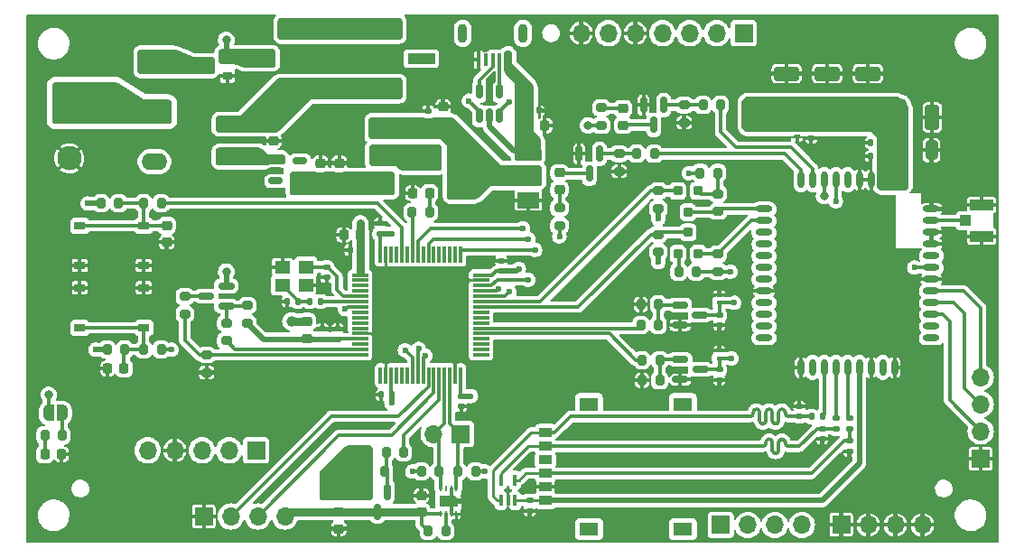
<source format=gbr>
%TF.GenerationSoftware,KiCad,Pcbnew,(6.0.0)*%
%TF.CreationDate,2023-11-18T00:08:49-03:00*%
%TF.ProjectId,LevelSensor_v2.0,4c657665-6c53-4656-9e73-6f725f76322e,rev?*%
%TF.SameCoordinates,Original*%
%TF.FileFunction,Copper,L1,Top*%
%TF.FilePolarity,Positive*%
%FSLAX46Y46*%
G04 Gerber Fmt 4.6, Leading zero omitted, Abs format (unit mm)*
G04 Created by KiCad (PCBNEW (6.0.0)) date 2023-11-18 00:08:49*
%MOMM*%
%LPD*%
G01*
G04 APERTURE LIST*
G04 Aperture macros list*
%AMRoundRect*
0 Rectangle with rounded corners*
0 $1 Rounding radius*
0 $2 $3 $4 $5 $6 $7 $8 $9 X,Y pos of 4 corners*
0 Add a 4 corners polygon primitive as box body*
4,1,4,$2,$3,$4,$5,$6,$7,$8,$9,$2,$3,0*
0 Add four circle primitives for the rounded corners*
1,1,$1+$1,$2,$3*
1,1,$1+$1,$4,$5*
1,1,$1+$1,$6,$7*
1,1,$1+$1,$8,$9*
0 Add four rect primitives between the rounded corners*
20,1,$1+$1,$2,$3,$4,$5,0*
20,1,$1+$1,$4,$5,$6,$7,0*
20,1,$1+$1,$6,$7,$8,$9,0*
20,1,$1+$1,$8,$9,$2,$3,0*%
%AMFreePoly0*
4,1,22,0.500000,-0.750000,0.000000,-0.750000,0.000000,-0.745033,-0.079941,-0.743568,-0.215256,-0.701293,-0.333266,-0.622738,-0.424486,-0.514219,-0.481581,-0.384460,-0.499164,-0.250000,-0.500000,-0.250000,-0.500000,0.250000,-0.499164,0.250000,-0.499963,0.256109,-0.478152,0.396186,-0.417904,0.524511,-0.324060,0.630769,-0.204165,0.706417,-0.067858,0.745374,0.000000,0.744959,0.000000,0.750000,
0.500000,0.750000,0.500000,-0.750000,0.500000,-0.750000,$1*%
%AMFreePoly1*
4,1,20,0.000000,0.744959,0.073905,0.744508,0.209726,0.703889,0.328688,0.626782,0.421226,0.519385,0.479903,0.390333,0.500000,0.250000,0.500000,-0.250000,0.499851,-0.262216,0.476331,-0.402017,0.414519,-0.529596,0.319384,-0.634700,0.198574,-0.708877,0.061801,-0.746166,0.000000,-0.745033,0.000000,-0.750000,-0.500000,-0.750000,-0.500000,0.750000,0.000000,0.750000,0.000000,0.744959,
0.000000,0.744959,$1*%
%AMFreePoly2*
4,1,6,0.500000,-0.850000,-0.500000,-0.850000,-0.500000,0.550000,-0.200000,0.850000,0.500000,0.850000,0.500000,-0.850000,0.500000,-0.850000,$1*%
G04 Aperture macros list end*
%TA.AperFunction,SMDPad,CuDef*%
%ADD10R,0.900000X0.800000*%
%TD*%
%TA.AperFunction,SMDPad,CuDef*%
%ADD11RoundRect,0.218750X0.218750X0.256250X-0.218750X0.256250X-0.218750X-0.256250X0.218750X-0.256250X0*%
%TD*%
%TA.AperFunction,SMDPad,CuDef*%
%ADD12R,0.600000X0.400000*%
%TD*%
%TA.AperFunction,SMDPad,CuDef*%
%ADD13R,1.000000X0.750000*%
%TD*%
%TA.AperFunction,SMDPad,CuDef*%
%ADD14RoundRect,0.200000X0.200000X0.275000X-0.200000X0.275000X-0.200000X-0.275000X0.200000X-0.275000X0*%
%TD*%
%TA.AperFunction,SMDPad,CuDef*%
%ADD15RoundRect,0.200000X-0.275000X0.200000X-0.275000X-0.200000X0.275000X-0.200000X0.275000X0.200000X0*%
%TD*%
%TA.AperFunction,SMDPad,CuDef*%
%ADD16RoundRect,0.200000X-0.200000X-0.275000X0.200000X-0.275000X0.200000X0.275000X-0.200000X0.275000X0*%
%TD*%
%TA.AperFunction,SMDPad,CuDef*%
%ADD17RoundRect,0.150000X0.587500X0.150000X-0.587500X0.150000X-0.587500X-0.150000X0.587500X-0.150000X0*%
%TD*%
%TA.AperFunction,ComponentPad*%
%ADD18C,2.300000*%
%TD*%
%TA.AperFunction,SMDPad,CuDef*%
%ADD19RoundRect,0.135000X-0.185000X0.135000X-0.185000X-0.135000X0.185000X-0.135000X0.185000X0.135000X0*%
%TD*%
%TA.AperFunction,SMDPad,CuDef*%
%ADD20RoundRect,0.218750X-0.218750X-0.256250X0.218750X-0.256250X0.218750X0.256250X-0.218750X0.256250X0*%
%TD*%
%TA.AperFunction,SMDPad,CuDef*%
%ADD21RoundRect,0.140000X-0.140000X-0.170000X0.140000X-0.170000X0.140000X0.170000X-0.140000X0.170000X0*%
%TD*%
%TA.AperFunction,ComponentPad*%
%ADD22R,1.700000X1.700000*%
%TD*%
%TA.AperFunction,ComponentPad*%
%ADD23O,1.700000X1.700000*%
%TD*%
%TA.AperFunction,SMDPad,CuDef*%
%ADD24RoundRect,0.075000X-0.700000X-0.075000X0.700000X-0.075000X0.700000X0.075000X-0.700000X0.075000X0*%
%TD*%
%TA.AperFunction,SMDPad,CuDef*%
%ADD25RoundRect,0.075000X-0.075000X-0.700000X0.075000X-0.700000X0.075000X0.700000X-0.075000X0.700000X0*%
%TD*%
%TA.AperFunction,SMDPad,CuDef*%
%ADD26RoundRect,0.150000X-0.587500X-0.150000X0.587500X-0.150000X0.587500X0.150000X-0.587500X0.150000X0*%
%TD*%
%TA.AperFunction,SMDPad,CuDef*%
%ADD27RoundRect,0.225000X-0.225000X-0.250000X0.225000X-0.250000X0.225000X0.250000X-0.225000X0.250000X0*%
%TD*%
%TA.AperFunction,WasherPad*%
%ADD28O,0.900000X1.800000*%
%TD*%
%TA.AperFunction,SMDPad,CuDef*%
%ADD29R,0.400000X1.200000*%
%TD*%
%TA.AperFunction,SMDPad,CuDef*%
%ADD30RoundRect,0.150000X-0.150000X0.587500X-0.150000X-0.587500X0.150000X-0.587500X0.150000X0.587500X0*%
%TD*%
%TA.AperFunction,SMDPad,CuDef*%
%ADD31RoundRect,0.140000X-0.170000X0.140000X-0.170000X-0.140000X0.170000X-0.140000X0.170000X0.140000X0*%
%TD*%
%TA.AperFunction,SMDPad,CuDef*%
%ADD32RoundRect,0.250000X-0.412500X-0.925000X0.412500X-0.925000X0.412500X0.925000X-0.412500X0.925000X0*%
%TD*%
%TA.AperFunction,SMDPad,CuDef*%
%ADD33RoundRect,0.150000X-0.512500X-0.150000X0.512500X-0.150000X0.512500X0.150000X-0.512500X0.150000X0*%
%TD*%
%TA.AperFunction,SMDPad,CuDef*%
%ADD34RoundRect,0.135000X0.135000X0.185000X-0.135000X0.185000X-0.135000X-0.185000X0.135000X-0.185000X0*%
%TD*%
%TA.AperFunction,SMDPad,CuDef*%
%ADD35RoundRect,0.225000X-0.250000X0.225000X-0.250000X-0.225000X0.250000X-0.225000X0.250000X0.225000X0*%
%TD*%
%TA.AperFunction,SMDPad,CuDef*%
%ADD36RoundRect,0.225000X0.250000X-0.225000X0.250000X0.225000X-0.250000X0.225000X-0.250000X-0.225000X0*%
%TD*%
%TA.AperFunction,SMDPad,CuDef*%
%ADD37RoundRect,0.140000X0.140000X0.170000X-0.140000X0.170000X-0.140000X-0.170000X0.140000X-0.170000X0*%
%TD*%
%TA.AperFunction,SMDPad,CuDef*%
%ADD38RoundRect,0.140000X0.170000X-0.140000X0.170000X0.140000X-0.170000X0.140000X-0.170000X-0.140000X0*%
%TD*%
%TA.AperFunction,SMDPad,CuDef*%
%ADD39RoundRect,0.250000X-1.425000X0.362500X-1.425000X-0.362500X1.425000X-0.362500X1.425000X0.362500X0*%
%TD*%
%TA.AperFunction,SMDPad,CuDef*%
%ADD40RoundRect,0.200000X0.275000X-0.200000X0.275000X0.200000X-0.275000X0.200000X-0.275000X-0.200000X0*%
%TD*%
%TA.AperFunction,SMDPad,CuDef*%
%ADD41RoundRect,0.100000X-0.300000X-0.350000X0.300000X-0.350000X0.300000X0.350000X-0.300000X0.350000X0*%
%TD*%
%TA.AperFunction,SMDPad,CuDef*%
%ADD42R,1.800000X1.300000*%
%TD*%
%TA.AperFunction,SMDPad,CuDef*%
%ADD43R,1.200000X0.900000*%
%TD*%
%TA.AperFunction,SMDPad,CuDef*%
%ADD44R,2.510000X1.000000*%
%TD*%
%TA.AperFunction,SMDPad,CuDef*%
%ADD45RoundRect,0.218750X0.256250X-0.218750X0.256250X0.218750X-0.256250X0.218750X-0.256250X-0.218750X0*%
%TD*%
%TA.AperFunction,SMDPad,CuDef*%
%ADD46RoundRect,0.250000X0.325000X0.650000X-0.325000X0.650000X-0.325000X-0.650000X0.325000X-0.650000X0*%
%TD*%
%TA.AperFunction,SMDPad,CuDef*%
%ADD47RoundRect,0.100000X0.300000X0.350000X-0.300000X0.350000X-0.300000X-0.350000X0.300000X-0.350000X0*%
%TD*%
%TA.AperFunction,SMDPad,CuDef*%
%ADD48R,2.000000X1.500000*%
%TD*%
%TA.AperFunction,SMDPad,CuDef*%
%ADD49R,2.000000X3.800000*%
%TD*%
%TA.AperFunction,SMDPad,CuDef*%
%ADD50R,0.350000X1.000000*%
%TD*%
%TA.AperFunction,SMDPad,CuDef*%
%ADD51RoundRect,0.250000X0.925000X-0.412500X0.925000X0.412500X-0.925000X0.412500X-0.925000X-0.412500X0*%
%TD*%
%TA.AperFunction,SMDPad,CuDef*%
%ADD52R,1.400000X1.200000*%
%TD*%
%TA.AperFunction,SMDPad,CuDef*%
%ADD53RoundRect,0.218750X-0.256250X0.218750X-0.256250X-0.218750X0.256250X-0.218750X0.256250X0.218750X0*%
%TD*%
%TA.AperFunction,ComponentPad*%
%ADD54O,2.400000X1.600000*%
%TD*%
%TA.AperFunction,SMDPad,CuDef*%
%ADD55RoundRect,0.225000X0.225000X0.250000X-0.225000X0.250000X-0.225000X-0.250000X0.225000X-0.250000X0*%
%TD*%
%TA.AperFunction,SMDPad,CuDef*%
%ADD56O,1.600000X0.600000*%
%TD*%
%TA.AperFunction,SMDPad,CuDef*%
%ADD57O,0.600000X1.600000*%
%TD*%
%TA.AperFunction,SMDPad,CuDef*%
%ADD58FreePoly0,0.000000*%
%TD*%
%TA.AperFunction,SMDPad,CuDef*%
%ADD59FreePoly1,0.000000*%
%TD*%
%TA.AperFunction,SMDPad,CuDef*%
%ADD60RoundRect,0.150000X-0.150000X0.512500X-0.150000X-0.512500X0.150000X-0.512500X0.150000X0.512500X0*%
%TD*%
%TA.AperFunction,SMDPad,CuDef*%
%ADD61RoundRect,0.135000X-0.135000X-0.185000X0.135000X-0.185000X0.135000X0.185000X-0.135000X0.185000X0*%
%TD*%
%TA.AperFunction,SMDPad,CuDef*%
%ADD62R,0.250000X0.550000*%
%TD*%
%TA.AperFunction,SMDPad,CuDef*%
%ADD63FreePoly2,270.000000*%
%TD*%
%TA.AperFunction,SMDPad,CuDef*%
%ADD64R,3.700000X1.100000*%
%TD*%
%TA.AperFunction,SMDPad,CuDef*%
%ADD65R,1.050000X1.000000*%
%TD*%
%TA.AperFunction,SMDPad,CuDef*%
%ADD66R,2.200000X1.050000*%
%TD*%
%TA.AperFunction,ViaPad*%
%ADD67C,0.600000*%
%TD*%
%TA.AperFunction,ViaPad*%
%ADD68C,0.800000*%
%TD*%
%TA.AperFunction,ViaPad*%
%ADD69C,1.000000*%
%TD*%
%TA.AperFunction,Conductor*%
%ADD70C,0.500000*%
%TD*%
%TA.AperFunction,Conductor*%
%ADD71C,0.300000*%
%TD*%
%TA.AperFunction,Conductor*%
%ADD72C,0.750000*%
%TD*%
%TA.AperFunction,Conductor*%
%ADD73C,0.250000*%
%TD*%
%TA.AperFunction,Conductor*%
%ADD74C,0.334772*%
%TD*%
G04 APERTURE END LIST*
D10*
%TO.P,Q9,1,G*%
%TO.N,GND*%
X140446000Y-62672000D03*
%TO.P,Q9,2,S*%
%TO.N,VIN_BATT_D*%
X140446000Y-60772000D03*
%TO.P,Q9,3,D*%
%TO.N,VIN_BATT*%
X138446000Y-61722000D03*
%TD*%
D11*
%TO.P,D1,1,K*%
%TO.N,GND*%
X124892000Y-98171000D03*
%TO.P,D1,2,A*%
%TO.N,Net-(D1-Pad2)*%
X123317000Y-98171000D03*
%TD*%
D12*
%TO.P,D8,1,A1*%
%TO.N,GND*%
X186560700Y-88431200D03*
%TO.P,D8,2,A2*%
%TO.N,NB_RESET*%
X186560700Y-89131200D03*
%TD*%
D13*
%TO.P,SW3,1,1*%
%TO.N,/Microcontrolador/STM_BOOT_BOT*%
X126604000Y-76708000D03*
%TO.P,SW3,2,2*%
X132604000Y-76708000D03*
%TO.P,SW3,3,K*%
%TO.N,GND*%
X126604000Y-80458000D03*
%TO.P,SW3,4,A*%
X132604000Y-80458000D03*
%TD*%
D14*
%TO.P,R9,1*%
%TO.N,Net-(R9-Pad1)*%
X160909000Y-105359200D03*
%TO.P,R9,2*%
%TO.N,VDD*%
X159259000Y-105359200D03*
%TD*%
D15*
%TO.P,R32,1*%
%TO.N,Net-(D7-Pad2)*%
X171577000Y-75057000D03*
%TO.P,R32,2*%
%TO.N,VCC*%
X171577000Y-76707000D03*
%TD*%
D14*
%TO.P,R11,1*%
%TO.N,Net-(Q1-Pad1)*%
X155193000Y-99755000D03*
%TO.P,R11,2*%
%TO.N,VCC*%
X153543000Y-99755000D03*
%TD*%
D16*
%TO.P,R27,1*%
%TO.N,NBIOT_VDD_EXT*%
X184770100Y-71771900D03*
%TO.P,R27,2*%
%TO.N,Net-(Q6-Pad1)*%
X186420100Y-71771900D03*
%TD*%
D17*
%TO.P,Q3,1,G*%
%TO.N,/Perifericos/G_BAT_R*%
X140335000Y-84262000D03*
%TO.P,Q3,2,S*%
%TO.N,VIN_BATT_D*%
X140335000Y-82362000D03*
%TO.P,Q3,3,D*%
%TO.N,/Perifericos/S_BAT_R*%
X138460000Y-83312000D03*
%TD*%
D18*
%TO.P,J2,1,Pin_1*%
%TO.N,+BATT*%
X125603000Y-65405000D03*
%TO.P,J2,2,Pin_2*%
%TO.N,GND*%
X125603000Y-70405000D03*
%TD*%
D19*
%TO.P,R25,1*%
%TO.N,SIM_CLK*%
X197485000Y-94738000D03*
%TO.P,R25,2*%
%TO.N,SIMC_CLK*%
X197485000Y-95758000D03*
%TD*%
D14*
%TO.P,R4,1*%
%TO.N,/Microcontrolador/STM_BOOT*%
X134239000Y-74616000D03*
%TO.P,R4,2*%
%TO.N,/Microcontrolador/STM_BOOT_BOT*%
X132589000Y-74616000D03*
%TD*%
D20*
%TO.P,D2,1,K*%
%TO.N,GND*%
X157810000Y-73660000D03*
%TO.P,D2,2,A*%
%TO.N,Net-(D2-Pad2)*%
X159385000Y-73660000D03*
%TD*%
D21*
%TO.P,C30,1*%
%TO.N,GND*%
X200766800Y-68935600D03*
%TO.P,C30,2*%
%TO.N,VCC*%
X201726800Y-68935600D03*
%TD*%
D22*
%TO.P,J4,1,Pin_1*%
%TO.N,VCC*%
X186690000Y-104775000D03*
D23*
%TO.P,J4,2,Pin_2*%
X189230000Y-104775000D03*
%TO.P,J4,3,Pin_3*%
X191770000Y-104775000D03*
%TO.P,J4,4,Pin_4*%
X194310000Y-104775000D03*
%TD*%
D14*
%TO.P,R3,1*%
%TO.N,/Microcontrolador/STM_NRST*%
X134239000Y-88332000D03*
%TO.P,R3,2*%
%TO.N,/Microcontrolador/STM_NRST_BOT*%
X132589000Y-88332000D03*
%TD*%
%TO.P,R18,1*%
%TO.N,I2C_SCL*%
X160274000Y-99771200D03*
%TO.P,R18,2*%
%TO.N,VCC*%
X158624000Y-99771200D03*
%TD*%
D22*
%TO.P,J13,1,Pin_1*%
%TO.N,GND*%
X211074000Y-98552000D03*
D23*
%TO.P,J13,2,Pin_2*%
%TO.N,NB_USB_VBUS*%
X211074000Y-96012000D03*
%TO.P,J13,3,Pin_3*%
%TO.N,NB_USB_D+*%
X211074000Y-93472000D03*
%TO.P,J13,4,Pin_4*%
%TO.N,NB_USB_D-*%
X211074000Y-90932000D03*
%TD*%
D24*
%TO.P,U3,1,VBAT*%
%TO.N,VCC*%
X152872000Y-81340000D03*
%TO.P,U3,2,PC13*%
%TO.N,unconnected-(U3-Pad2)*%
X152872000Y-81840000D03*
%TO.P,U3,3,PC14*%
%TO.N,unconnected-(U3-Pad3)*%
X152872000Y-82340000D03*
%TO.P,U3,4,PC15*%
%TO.N,unconnected-(U3-Pad4)*%
X152872000Y-82840000D03*
%TO.P,U3,5,PH0*%
%TO.N,OSC_IN*%
X152872000Y-83340000D03*
%TO.P,U3,6,PH1*%
%TO.N,OSC_OUT*%
X152872000Y-83840000D03*
%TO.P,U3,7,NRST*%
%TO.N,/Microcontrolador/STM_NRST*%
X152872000Y-84340000D03*
%TO.P,U3,8,PC0*%
%TO.N,unconnected-(U3-Pad8)*%
X152872000Y-84840000D03*
%TO.P,U3,9,PC1*%
%TO.N,unconnected-(U3-Pad9)*%
X152872000Y-85340000D03*
%TO.P,U3,10,PC2*%
%TO.N,unconnected-(U3-Pad10)*%
X152872000Y-85840000D03*
%TO.P,U3,11,PC3*%
%TO.N,unconnected-(U3-Pad11)*%
X152872000Y-86340000D03*
%TO.P,U3,12,VSSA*%
%TO.N,GND*%
X152872000Y-86840000D03*
%TO.P,U3,13,VDDA*%
%TO.N,VDDA*%
X152872000Y-87340000D03*
%TO.P,U3,14,PA0*%
%TO.N,unconnected-(U3-Pad14)*%
X152872000Y-87840000D03*
%TO.P,U3,15,PA1*%
%TO.N,BAT_R_EN*%
X152872000Y-88340000D03*
%TO.P,U3,16,PA2*%
%TO.N,BAT_R_ADC*%
X152872000Y-88840000D03*
D25*
%TO.P,U3,17,PA3*%
%TO.N,unconnected-(U3-Pad17)*%
X154797000Y-90765000D03*
%TO.P,U3,18,VSS*%
%TO.N,GND*%
X155297000Y-90765000D03*
%TO.P,U3,19,VDD*%
%TO.N,VCC*%
X155797000Y-90765000D03*
%TO.P,U3,20,PA4*%
%TO.N,unconnected-(U3-Pad20)*%
X156297000Y-90765000D03*
%TO.P,U3,21,PA5*%
%TO.N,unconnected-(U3-Pad21)*%
X156797000Y-90765000D03*
%TO.P,U3,22,PA6*%
%TO.N,unconnected-(U3-Pad22)*%
X157297000Y-90765000D03*
%TO.P,U3,23,PA7*%
%TO.N,NB_MOD_RST*%
X157797000Y-90765000D03*
%TO.P,U3,24,PC4*%
%TO.N,NB_MOD_uTX*%
X158297000Y-90765000D03*
%TO.P,U3,25,PC5*%
%TO.N,NB_MOD_uRX*%
X158797000Y-90765000D03*
%TO.P,U3,26,PB0*%
%TO.N,US_ECHO*%
X159297000Y-90765000D03*
%TO.P,U3,27,PB1*%
%TO.N,US_TRIG*%
X159797000Y-90765000D03*
%TO.P,U3,28,PB2*%
%TO.N,SHT{slash}US_PWR*%
X160297000Y-90765000D03*
%TO.P,U3,29,PB10*%
%TO.N,I2C_SCL*%
X160797000Y-90765000D03*
%TO.P,U3,30,PB11*%
%TO.N,I2C_SDA*%
X161297000Y-90765000D03*
%TO.P,U3,31,VSS*%
%TO.N,GND*%
X161797000Y-90765000D03*
%TO.P,U3,32,VDD*%
%TO.N,VCC*%
X162297000Y-90765000D03*
D24*
%TO.P,U3,33,PB12*%
%TO.N,unconnected-(U3-Pad33)*%
X164222000Y-88840000D03*
%TO.P,U3,34,PB13*%
%TO.N,unconnected-(U3-Pad34)*%
X164222000Y-88340000D03*
%TO.P,U3,35,PB14*%
%TO.N,unconnected-(U3-Pad35)*%
X164222000Y-87840000D03*
%TO.P,U3,36,PB15*%
%TO.N,unconnected-(U3-Pad36)*%
X164222000Y-87340000D03*
%TO.P,U3,37,PC6*%
%TO.N,NBIOT_RST*%
X164222000Y-86840000D03*
%TO.P,U3,38,PC7*%
%TO.N,NBIOT_PWR*%
X164222000Y-86340000D03*
%TO.P,U3,39,PC8*%
%TO.N,unconnected-(U3-Pad39)*%
X164222000Y-85840000D03*
%TO.P,U3,40,PC9*%
%TO.N,unconnected-(U3-Pad40)*%
X164222000Y-85340000D03*
%TO.P,U3,41,PA8*%
%TO.N,unconnected-(U3-Pad41)*%
X164222000Y-84840000D03*
%TO.P,U3,42,PA9*%
%TO.N,U1_TXD_3V3*%
X164222000Y-84340000D03*
%TO.P,U3,43,PA10*%
%TO.N,U1_RXD_3V3*%
X164222000Y-83840000D03*
%TO.P,U3,44,PA11*%
%TO.N,USB_D-*%
X164222000Y-83340000D03*
%TO.P,U3,45,PA12*%
%TO.N,USB_D+*%
X164222000Y-82840000D03*
%TO.P,U3,46,PA13*%
%TO.N,SYS_SWDIO*%
X164222000Y-82340000D03*
%TO.P,U3,47,VSS*%
%TO.N,GND*%
X164222000Y-81840000D03*
%TO.P,U3,48,VDDUSB*%
%TO.N,VCC*%
X164222000Y-81340000D03*
D25*
%TO.P,U3,49,PA14*%
%TO.N,SYS_SWCLK*%
X162297000Y-79415000D03*
%TO.P,U3,50,PA15*%
%TO.N,unconnected-(U3-Pad50)*%
X161797000Y-79415000D03*
%TO.P,U3,51,PC10*%
%TO.N,unconnected-(U3-Pad51)*%
X161297000Y-79415000D03*
%TO.P,U3,52,PC11*%
%TO.N,unconnected-(U3-Pad52)*%
X160797000Y-79415000D03*
%TO.P,U3,53,PC12*%
%TO.N,unconnected-(U3-Pad53)*%
X160297000Y-79415000D03*
%TO.P,U3,54,PD2*%
%TO.N,unconnected-(U3-Pad54)*%
X159797000Y-79415000D03*
%TO.P,U3,55,PB3*%
%TO.N,SYS_SWO*%
X159297000Y-79415000D03*
%TO.P,U3,56,PB4*%
%TO.N,unconnected-(U3-Pad56)*%
X158797000Y-79415000D03*
%TO.P,U3,57,PB5*%
%TO.N,EXT_TRIG*%
X158297000Y-79415000D03*
%TO.P,U3,58,PB6*%
%TO.N,LED_INFO*%
X157797000Y-79415000D03*
%TO.P,U3,59,PB7*%
%TO.N,unconnected-(U3-Pad59)*%
X157297000Y-79415000D03*
%TO.P,U3,60,BOOT0*%
%TO.N,/Microcontrolador/STM_BOOT*%
X156797000Y-79415000D03*
%TO.P,U3,61,PB8*%
%TO.N,unconnected-(U3-Pad61)*%
X156297000Y-79415000D03*
%TO.P,U3,62,PB9*%
%TO.N,unconnected-(U3-Pad62)*%
X155797000Y-79415000D03*
%TO.P,U3,63,VSS*%
%TO.N,GND*%
X155297000Y-79415000D03*
%TO.P,U3,64,VDD*%
%TO.N,VCC*%
X154797000Y-79415000D03*
%TD*%
D26*
%TO.P,Q4,1,G*%
%TO.N,Net-(Q4-Pad1)*%
X182880000Y-84140000D03*
%TO.P,Q4,2,S*%
%TO.N,GND*%
X182880000Y-86040000D03*
%TO.P,Q4,3,D*%
%TO.N,NB_PWRKEY*%
X184755000Y-85090000D03*
%TD*%
D15*
%TO.P,R36,1*%
%TO.N,NB_RXD1_1V8*%
X186437000Y-79375000D03*
%TO.P,R36,2*%
%TO.N,NBIOT_VDD_EXT*%
X186437000Y-81025000D03*
%TD*%
D27*
%TO.P,C2,1*%
%TO.N,+5V*%
X168656000Y-67329420D03*
%TO.P,C2,2*%
%TO.N,GND*%
X170206000Y-67329420D03*
%TD*%
D22*
%TO.P,J10,1,Pin_1*%
%TO.N,GND*%
X138224260Y-103987600D03*
D23*
%TO.P,J10,2,Pin_2*%
%TO.N,US_ECHO*%
X140764260Y-103987600D03*
%TO.P,J10,3,Pin_3*%
%TO.N,US_TRIG*%
X143304260Y-103987600D03*
%TO.P,J10,4,Pin_4*%
%TO.N,VDD*%
X145844260Y-103987600D03*
%TD*%
D28*
%TO.P,J3,*%
%TO.N,*%
X162503600Y-58677200D03*
X168153600Y-58677200D03*
D29*
%TO.P,J3,1,VBUS*%
%TO.N,+5V*%
X166628600Y-61177200D03*
%TO.P,J3,2,D-*%
%TO.N,ESD_D-*%
X165978600Y-61177200D03*
%TO.P,J3,3,D+*%
%TO.N,ESD_D+*%
X165328600Y-61177200D03*
%TO.P,J3,4,ID*%
%TO.N,unconnected-(J3-Pad4)*%
X164678600Y-61177200D03*
%TO.P,J3,5,GND*%
%TO.N,GND*%
X164028600Y-61177200D03*
%TD*%
D30*
%TO.P,Q2,1,G*%
%TO.N,Net-(Q2-Pad1)*%
X181356000Y-65405000D03*
%TO.P,Q2,2,S*%
%TO.N,GND*%
X179456000Y-65405000D03*
%TO.P,Q2,3,D*%
%TO.N,Net-(D3-Pad1)*%
X180406000Y-67280000D03*
%TD*%
D22*
%TO.P,J7,1,Pin_1*%
%TO.N,VOUT_BOOST*%
X154936000Y-72644000D03*
D23*
%TO.P,J7,2,Pin_2*%
%TO.N,VCC*%
X154936000Y-70104000D03*
%TO.P,J7,3,Pin_3*%
%TO.N,VOUT_USB*%
X154936000Y-67564000D03*
%TD*%
D31*
%TO.P,C31,1*%
%TO.N,NB_RESET*%
X186560700Y-90226000D03*
%TO.P,C31,2*%
%TO.N,GND*%
X186560700Y-91186000D03*
%TD*%
D32*
%TO.P,C37,1*%
%TO.N,VCC*%
X203454000Y-66548000D03*
%TO.P,C37,2*%
%TO.N,GND*%
X206529000Y-66548000D03*
%TD*%
D33*
%TO.P,U1,1,SW*%
%TO.N,/Alimentacao/SW_BOOST*%
X144968800Y-70617000D03*
%TO.P,U1,2,GND*%
%TO.N,GND*%
X144968800Y-71567000D03*
%TO.P,U1,3,NC*%
%TO.N,unconnected-(U1-Pad3)*%
X144968800Y-72517000D03*
%TO.P,U1,4,VOUT*%
%TO.N,VOUT_BOOST*%
X147243800Y-72517000D03*
%TO.P,U1,5,NC*%
%TO.N,unconnected-(U1-Pad5)*%
X147243800Y-70617000D03*
%TD*%
D30*
%TO.P,Q5,1,G*%
%TO.N,Net-(Q5-Pad1)*%
X175326000Y-69977000D03*
%TO.P,Q5,2,S*%
%TO.N,GND*%
X173426000Y-69977000D03*
%TO.P,Q5,3,D*%
%TO.N,Net-(D7-Pad1)*%
X174376000Y-71852000D03*
%TD*%
D34*
%TO.P,R22,1*%
%TO.N,SIM_DATA*%
X196215000Y-94615000D03*
%TO.P,R22,2*%
%TO.N,SIMC_IO*%
X195195000Y-94615000D03*
%TD*%
D35*
%TO.P,C20,1*%
%TO.N,GND*%
X158623000Y-102031200D03*
%TO.P,C20,2*%
%TO.N,VDD*%
X158623000Y-103581200D03*
%TD*%
D31*
%TO.P,C26,1*%
%TO.N,SIMC_CLK*%
X196215000Y-95758000D03*
%TO.P,C26,2*%
%TO.N,GND*%
X196215000Y-96718000D03*
%TD*%
D36*
%TO.P,C7,1*%
%TO.N,VOUT_BOOST*%
X149148800Y-72390000D03*
%TO.P,C7,2*%
%TO.N,GND*%
X149148800Y-70840000D03*
%TD*%
D37*
%TO.P,C16,1*%
%TO.N,VCC*%
X152908000Y-78994000D03*
%TO.P,C16,2*%
%TO.N,GND*%
X151948000Y-78994000D03*
%TD*%
D36*
%TO.P,C21,1*%
%TO.N,GND*%
X150876000Y-105131200D03*
%TO.P,C21,2*%
%TO.N,VDD*%
X150876000Y-103581200D03*
%TD*%
D38*
%TO.P,C23,1*%
%TO.N,SIMC_IO*%
X194056000Y-94615000D03*
%TO.P,C23,2*%
%TO.N,GND*%
X194056000Y-93655000D03*
%TD*%
D21*
%TO.P,C39,1*%
%TO.N,GND*%
X200766800Y-70205600D03*
%TO.P,C39,2*%
%TO.N,VCC*%
X201726800Y-70205600D03*
%TD*%
D39*
%TO.P,R1,1*%
%TO.N,/Alimentacao/VIN_SH*%
X151028400Y-58099100D03*
%TO.P,R1,2*%
%TO.N,VIN_BOOST*%
X151028400Y-64024100D03*
%TD*%
D40*
%TO.P,R14,1*%
%TO.N,BAT_R_EN*%
X140335000Y-87502000D03*
%TO.P,R14,2*%
%TO.N,/Perifericos/G_BAT_R*%
X140335000Y-85852000D03*
%TD*%
D14*
%TO.P,R30,1*%
%TO.N,STATUS*%
X180467000Y-69977000D03*
%TO.P,R30,2*%
%TO.N,Net-(Q5-Pad1)*%
X178817000Y-69977000D03*
%TD*%
D41*
%TO.P,Q7,1,B*%
%TO.N,Net-(Q7-Pad1)*%
X182693000Y-79343000D03*
%TO.P,Q7,2,C*%
%TO.N,NB_RXD1_1V8*%
X184593000Y-79343000D03*
%TO.P,Q7,3,E*%
%TO.N,U1_TXD_3V3*%
X183643000Y-77343000D03*
%TD*%
D40*
%TO.P,R16,1*%
%TO.N,BAT_R_ADC*%
X136448800Y-85000600D03*
%TO.P,R16,2*%
%TO.N,/Perifericos/S_BAT_R*%
X136448800Y-83350600D03*
%TD*%
D14*
%TO.P,R7,1*%
%TO.N,Net-(D2-Pad2)*%
X159385000Y-75438000D03*
%TO.P,R7,2*%
%TO.N,LED_INFO*%
X157735000Y-75438000D03*
%TD*%
D16*
%TO.P,R28,1*%
%TO.N,NBIOT_RST*%
X179322700Y-89319200D03*
%TO.P,R28,2*%
%TO.N,Net-(Q8-Pad1)*%
X180972700Y-89319200D03*
%TD*%
D15*
%TO.P,R15,1*%
%TO.N,/Perifericos/G_BAT_R*%
X142291000Y-84202000D03*
%TO.P,R15,2*%
%TO.N,VDDA*%
X142291000Y-85852000D03*
%TD*%
D13*
%TO.P,SW2,1,1*%
%TO.N,GND*%
X126604000Y-82550000D03*
%TO.P,SW2,2,2*%
X132604000Y-82550000D03*
%TO.P,SW2,3,K*%
%TO.N,/Microcontrolador/STM_NRST_BOT*%
X126604000Y-86300000D03*
%TO.P,SW2,4,A*%
X132604000Y-86300000D03*
%TD*%
D42*
%TO.P,J12,*%
%TO.N,*%
X174361000Y-105169000D03*
X183161000Y-105169000D03*
X183161000Y-93459000D03*
X174361000Y-93459000D03*
D43*
%TO.P,J12,1,VCC*%
%TO.N,SIM_VCC*%
X170261000Y-102489000D03*
%TO.P,J12,2,RST*%
%TO.N,SIMC_RST*%
X170261000Y-99949000D03*
%TO.P,J12,3,CLK*%
%TO.N,SIMC_CLK*%
X170261000Y-97409000D03*
%TO.P,J12,5,GND*%
%TO.N,GND*%
X170261000Y-101219000D03*
%TO.P,J12,6,VPP*%
%TO.N,unconnected-(J12-Pad6)*%
X170261000Y-98679000D03*
%TO.P,J12,7,I/O*%
%TO.N,SIMC_IO*%
X170261000Y-96139000D03*
%TD*%
D44*
%TO.P,J5,1,Pin_1*%
%TO.N,VIN_BOOST*%
X146714400Y-63601600D03*
%TO.P,J5,2,Pin_2*%
%TO.N,VIN_BATT_D*%
X143404400Y-61061600D03*
%TO.P,J5,3,Pin_3*%
%TO.N,/Alimentacao/VIN_SH*%
X146714400Y-58521600D03*
%TD*%
D14*
%TO.P,R2,1*%
%TO.N,Net-(R2-Pad1)*%
X124967000Y-96393000D03*
%TO.P,R2,2*%
%TO.N,Net-(D1-Pad2)*%
X123317000Y-96393000D03*
%TD*%
%TO.P,R20,1*%
%TO.N,NETLIGHT*%
X186690000Y-65405000D03*
%TO.P,R20,2*%
%TO.N,Net-(Q2-Pad1)*%
X185040000Y-65405000D03*
%TD*%
D45*
%TO.P,D3,1,K*%
%TO.N,Net-(D3-Pad1)*%
X177546000Y-67310000D03*
%TO.P,D3,2,A*%
%TO.N,Net-(D3-Pad2)*%
X177546000Y-65735000D03*
%TD*%
D21*
%TO.P,C3,1*%
%TO.N,+5V*%
X168684000Y-65927000D03*
%TO.P,C3,2*%
%TO.N,GND*%
X169644000Y-65927000D03*
%TD*%
D38*
%TO.P,C29,1*%
%TO.N,GND*%
X195173600Y-68473200D03*
%TO.P,C29,2*%
%TO.N,VCC*%
X195173600Y-67513200D03*
%TD*%
D46*
%TO.P,C38,1*%
%TO.N,GND*%
X206454800Y-69646800D03*
%TO.P,C38,2*%
%TO.N,VCC*%
X203504800Y-69646800D03*
%TD*%
D47*
%TO.P,Q6,1,B*%
%TO.N,Net-(Q6-Pad1)*%
X184576100Y-73454900D03*
%TO.P,Q6,2,C*%
%TO.N,U1_RXD_3V3*%
X182676100Y-73454900D03*
%TO.P,Q6,3,E*%
%TO.N,NB_TXD1_1V8*%
X183626100Y-75454900D03*
%TD*%
D48*
%TO.P,U2,1,GND*%
%TO.N,GND*%
X168656000Y-74323000D03*
%TO.P,U2,2,VO*%
%TO.N,VOUT_USB*%
X168656000Y-72023000D03*
D49*
X162356000Y-72023000D03*
D48*
%TO.P,U2,3,VI*%
%TO.N,+5V*%
X168656000Y-69723000D03*
%TD*%
D50*
%TO.P,U6,1,IO1*%
%TO.N,SIMC_IO*%
X166101000Y-102489000D03*
%TO.P,U6,2,GND*%
%TO.N,GND*%
X166751000Y-102489000D03*
%TO.P,U6,3,IO2*%
%TO.N,SIM_VCC*%
X167401000Y-102489000D03*
%TO.P,U6,4,IO4*%
%TO.N,SIMC_RST*%
X167401000Y-100589000D03*
%TO.P,U6,5,IO5*%
%TO.N,SIMC_CLK*%
X166101000Y-100589000D03*
%TD*%
D51*
%TO.P,C27,1*%
%TO.N,VCC*%
X192887600Y-65532000D03*
%TO.P,C27,2*%
%TO.N,GND*%
X192887600Y-62457000D03*
%TD*%
D16*
%TO.P,R12,1*%
%TO.N,NBIOT_PWR*%
X179198000Y-86035400D03*
%TO.P,R12,2*%
%TO.N,Net-(Q4-Pad1)*%
X180848000Y-86035400D03*
%TD*%
D31*
%TO.P,C34,1*%
%TO.N,NB_PWRKEY*%
X186563000Y-85090000D03*
%TO.P,C34,2*%
%TO.N,GND*%
X186563000Y-86050000D03*
%TD*%
D52*
%TO.P,Y1,1,1*%
%TO.N,OSC_IN*%
X147789000Y-80596000D03*
%TO.P,Y1,2,2*%
%TO.N,GND*%
X145589000Y-80596000D03*
%TO.P,Y1,3,3*%
%TO.N,Net-(C19-Pad1)*%
X145589000Y-82296000D03*
%TO.P,Y1,4,4*%
%TO.N,GND*%
X147789000Y-82296000D03*
%TD*%
D19*
%TO.P,R24,1*%
%TO.N,SIM_RST*%
X198755000Y-94742000D03*
%TO.P,R24,2*%
%TO.N,SIMC_RST*%
X198755000Y-95762000D03*
%TD*%
D53*
%TO.P,L2,1*%
%TO.N,VCC*%
X147929600Y-85699400D03*
%TO.P,L2,2*%
%TO.N,VDDA*%
X147929600Y-87274400D03*
%TD*%
D38*
%TO.P,C13,1*%
%TO.N,VDDA*%
X149352000Y-87376000D03*
%TO.P,C13,2*%
%TO.N,GND*%
X149352000Y-86416000D03*
%TD*%
D54*
%TO.P,SW1,1,A*%
%TO.N,VIN_BATT*%
X133604000Y-61315600D03*
%TO.P,SW1,2,B*%
%TO.N,+BATT*%
X133604000Y-66015600D03*
%TO.P,SW1,3,C*%
%TO.N,unconnected-(SW1-Pad3)*%
X133604000Y-70715600D03*
%TD*%
D14*
%TO.P,R33,1*%
%TO.N,NBIOT_VDD_EXT*%
X184404000Y-81026000D03*
%TO.P,R33,2*%
%TO.N,Net-(Q7-Pad1)*%
X182754000Y-81026000D03*
%TD*%
D40*
%TO.P,R34,1*%
%TO.N,VCC*%
X180832100Y-75112100D03*
%TO.P,R34,2*%
%TO.N,U1_RXD_3V3*%
X180832100Y-73462100D03*
%TD*%
D15*
%TO.P,R21,1*%
%TO.N,Net-(Q2-Pad1)*%
X183261000Y-65405000D03*
%TO.P,R21,2*%
%TO.N,GND*%
X183261000Y-67055000D03*
%TD*%
D14*
%TO.P,R13,1*%
%TO.N,Net-(Q4-Pad1)*%
X180848000Y-84105000D03*
%TO.P,R13,2*%
%TO.N,GND*%
X179198000Y-84105000D03*
%TD*%
D55*
%TO.P,C10,1*%
%TO.N,/Microcontrolador/STM_NRST_BOT*%
X130760000Y-90110000D03*
%TO.P,C10,2*%
%TO.N,GND*%
X129210000Y-90110000D03*
%TD*%
D56*
%TO.P,U7,1,UART1_TXD*%
%TO.N,NB_TXD1_1V8*%
X190752600Y-75152200D03*
%TO.P,U7,2,UART1_RXD*%
%TO.N,NB_RXD1_1V8*%
X190752600Y-76252200D03*
%TO.P,U7,3,UART1_RTS*%
%TO.N,unconnected-(U7-Pad3)*%
X190752600Y-77352200D03*
%TO.P,U7,4,UART1_CTS*%
%TO.N,unconnected-(U7-Pad4)*%
X190752600Y-78452200D03*
%TO.P,U7,5,UART1_DCD*%
%TO.N,unconnected-(U7-Pad5)*%
X190752600Y-79552200D03*
%TO.P,U7,6,UART1_DTR*%
%TO.N,unconnected-(U7-Pad6)*%
X190752600Y-80652200D03*
%TO.P,U7,7,UART1_RI*%
%TO.N,unconnected-(U7-Pad7)*%
X190752600Y-81752200D03*
%TO.P,U7,8,GND*%
%TO.N,GND*%
X190752600Y-82852200D03*
%TO.P,U7,9,VDD_3V3*%
%TO.N,unconnected-(U7-Pad9)*%
X190752600Y-83952200D03*
%TO.P,U7,10,GPIO0*%
%TO.N,unconnected-(U7-Pad10)*%
X190752600Y-85052200D03*
%TO.P,U7,11,RTC_GPIO0*%
%TO.N,unconnected-(U7-Pad11)*%
X190752600Y-86152200D03*
%TO.P,U7,12,RTC_EINT*%
%TO.N,unconnected-(U7-Pad12)*%
X190752600Y-87252200D03*
D57*
%TO.P,U7,13,GND*%
%TO.N,GND*%
X194202600Y-90002200D03*
%TO.P,U7,14,SIM_DET*%
%TO.N,unconnected-(U7-Pad14)*%
X195302600Y-90002200D03*
%TO.P,U7,15,SIM_DATA*%
%TO.N,SIM_DATA*%
X196402600Y-90002200D03*
%TO.P,U7,16,SIM_CLK*%
%TO.N,SIM_CLK*%
X197502600Y-90002200D03*
%TO.P,U7,17,SIM_RST*%
%TO.N,SIM_RST*%
X198602600Y-90002200D03*
%TO.P,U7,18,SIM_VDD*%
%TO.N,SIM_VCC*%
X199702600Y-90002200D03*
%TO.P,U7,19,GND*%
%TO.N,GND*%
X200802600Y-90002200D03*
%TO.P,U7,20,NC*%
%TO.N,unconnected-(U7-Pad20)*%
X201902600Y-90002200D03*
%TO.P,U7,21,GND*%
%TO.N,GND*%
X203002600Y-90002200D03*
D56*
%TO.P,U7,22,UART2_TXD*%
%TO.N,unconnected-(U7-Pad22)*%
X206452600Y-87252200D03*
%TO.P,U7,23,UART2_RXD*%
%TO.N,unconnected-(U7-Pad23)*%
X206452600Y-86152200D03*
%TO.P,U7,24,USB_VBUS*%
%TO.N,NB_USB_VBUS*%
X206452600Y-85052200D03*
%TO.P,U7,25,USB_DP*%
%TO.N,NB_USB_D+*%
X206452600Y-83952200D03*
%TO.P,U7,26,USB_DM*%
%TO.N,NB_USB_D-*%
X206452600Y-82852200D03*
%TO.P,U7,27,GND*%
%TO.N,GND*%
X206452600Y-81752200D03*
%TO.P,U7,28,~{RESET}*%
%TO.N,NB_RESET*%
X206452600Y-80652200D03*
%TO.P,U7,29,GPIO1*%
%TO.N,unconnected-(U7-Pad29)*%
X206452600Y-79552200D03*
%TO.P,U7,30,GND*%
%TO.N,GND*%
X206452600Y-78452200D03*
%TO.P,U7,31,GND*%
X206452600Y-77352200D03*
%TO.P,U7,32,ANT*%
%TO.N,NBIOT_ANT*%
X206452600Y-76252200D03*
%TO.P,U7,33,GND*%
%TO.N,GND*%
X206452600Y-75152200D03*
D57*
%TO.P,U7,34,VBAT*%
%TO.N,VCC*%
X203002600Y-72402200D03*
%TO.P,U7,35,VBAT*%
X201902600Y-72402200D03*
%TO.P,U7,36,GND*%
%TO.N,GND*%
X200802600Y-72402200D03*
%TO.P,U7,37,GND*%
X199702600Y-72402200D03*
%TO.P,U7,38,ADC*%
%TO.N,unconnected-(U7-Pad38)*%
X198602600Y-72402200D03*
%TO.P,U7,39,~{PWRKEY}*%
%TO.N,NB_PWRKEY*%
X197502600Y-72402200D03*
%TO.P,U7,40,VDD_EXT*%
%TO.N,NBIOT_VDD_EXT*%
X196402600Y-72402200D03*
%TO.P,U7,41,NETLIGHT*%
%TO.N,NETLIGHT*%
X195302600Y-72402200D03*
%TO.P,U7,42,STATUS*%
%TO.N,STATUS*%
X194202600Y-72402200D03*
%TD*%
D51*
%TO.P,C32,1*%
%TO.N,VCC*%
X200507600Y-65532000D03*
%TO.P,C32,2*%
%TO.N,GND*%
X200507600Y-62457000D03*
%TD*%
%TO.P,C28,1*%
%TO.N,VCC*%
X196697600Y-65532000D03*
%TO.P,C28,2*%
%TO.N,GND*%
X196697600Y-62457000D03*
%TD*%
D38*
%TO.P,C14,1*%
%TO.N,VCC*%
X154737000Y-77470000D03*
%TO.P,C14,2*%
%TO.N,GND*%
X154737000Y-76510000D03*
%TD*%
D58*
%TO.P,R37,1*%
%TO.N,VCC*%
X123668000Y-94284800D03*
D59*
%TO.P,R37,2*%
%TO.N,Net-(R2-Pad1)*%
X124968000Y-94284800D03*
%TD*%
D26*
%TO.P,Q8,1,G*%
%TO.N,Net-(Q8-Pad1)*%
X182907700Y-89248000D03*
%TO.P,Q8,2,S*%
%TO.N,GND*%
X182907700Y-91148000D03*
%TO.P,Q8,3,D*%
%TO.N,NB_RESET*%
X184782700Y-90198000D03*
%TD*%
D38*
%TO.P,C4,1*%
%TO.N,VOUT_USB*%
X159258000Y-66923800D03*
%TO.P,C4,2*%
%TO.N,GND*%
X159258000Y-65963800D03*
%TD*%
D36*
%TO.P,C6,1*%
%TO.N,VOUT_USB*%
X160655000Y-67106800D03*
%TO.P,C6,2*%
%TO.N,GND*%
X160655000Y-65556800D03*
%TD*%
D60*
%TO.P,U5,1,I/O1*%
%TO.N,ESD_D-*%
X165948400Y-64140500D03*
%TO.P,U5,2,GND*%
%TO.N,GND*%
X164998400Y-64140500D03*
%TO.P,U5,3,I/O2*%
%TO.N,ESD_D+*%
X164048400Y-64140500D03*
%TO.P,U5,4,I/O2*%
%TO.N,USB_D+*%
X164048400Y-66415500D03*
%TO.P,U5,5,VBUS*%
%TO.N,+5V*%
X164998400Y-66415500D03*
%TO.P,U5,6,I/O1*%
%TO.N,USB_D-*%
X165948400Y-66415500D03*
%TD*%
D35*
%TO.P,C1,1*%
%TO.N,VIN_BOOST*%
X144780000Y-67208400D03*
%TO.P,C1,2*%
%TO.N,GND*%
X144780000Y-68758400D03*
%TD*%
D61*
%TO.P,R8,1*%
%TO.N,Net-(C19-Pad1)*%
X148130800Y-83820000D03*
%TO.P,R8,2*%
%TO.N,OSC_OUT*%
X149150800Y-83820000D03*
%TD*%
D14*
%TO.P,R5,1*%
%TO.N,/Microcontrolador/STM_NRST_BOT*%
X130810000Y-88332000D03*
%TO.P,R5,2*%
%TO.N,VCC*%
X129160000Y-88332000D03*
%TD*%
D40*
%TO.P,R26,1*%
%TO.N,NB_TXD1_1V8*%
X186420100Y-75374000D03*
%TO.P,R26,2*%
%TO.N,Net-(Q6-Pad1)*%
X186420100Y-73724000D03*
%TD*%
D37*
%TO.P,C9,1*%
%TO.N,VCC*%
X155829000Y-92583000D03*
%TO.P,C9,2*%
%TO.N,GND*%
X154869000Y-92583000D03*
%TD*%
D14*
%TO.P,R29,1*%
%TO.N,Net-(Q8-Pad1)*%
X180972700Y-91224200D03*
%TO.P,R29,2*%
%TO.N,GND*%
X179322700Y-91224200D03*
%TD*%
D62*
%TO.P,U4,1,SDA*%
%TO.N,I2C_SDA*%
X161913000Y-101390200D03*
%TO.P,U4,2,ADDR*%
%TO.N,GND*%
X161413000Y-101390200D03*
%TO.P,U4,3,ALERT*%
%TO.N,unconnected-(U4-Pad3)*%
X160913000Y-101390200D03*
%TO.P,U4,4,SCL*%
%TO.N,I2C_SCL*%
X160413000Y-101390200D03*
%TO.P,U4,5,VDD*%
%TO.N,VDD*%
X160413000Y-103740200D03*
%TO.P,U4,6,~{RESET}*%
%TO.N,Net-(R9-Pad1)*%
X160913000Y-103740200D03*
%TO.P,U4,7,R*%
%TO.N,GND*%
X161413000Y-103740200D03*
%TO.P,U4,8,VSS*%
X161913000Y-103740200D03*
D63*
%TO.P,U4,9,VSS*%
X161163000Y-102565200D03*
%TD*%
D55*
%TO.P,C8,1*%
%TO.N,VCC*%
X152908000Y-77571600D03*
%TO.P,C8,2*%
%TO.N,GND*%
X151358000Y-77571600D03*
%TD*%
D35*
%TO.P,C11,1*%
%TO.N,/Microcontrolador/STM_BOOT_BOT*%
X134747000Y-76708000D03*
%TO.P,C11,2*%
%TO.N,GND*%
X134747000Y-78258000D03*
%TD*%
D15*
%TO.P,R23,1*%
%TO.N,Net-(D3-Pad2)*%
X175514000Y-65660000D03*
%TO.P,R23,2*%
%TO.N,VCC*%
X175514000Y-67310000D03*
%TD*%
D44*
%TO.P,J8,1,Pin_1*%
%TO.N,/Alimentacao/VIN_SH*%
X155313000Y-58521600D03*
%TO.P,J8,2,Pin_2*%
%TO.N,unconnected-(J8-Pad2)*%
X158623000Y-61061600D03*
%TO.P,J8,3,Pin_3*%
%TO.N,VIN_BOOST*%
X155313000Y-63601600D03*
%TD*%
D12*
%TO.P,D6,1,A1*%
%TO.N,GND*%
X186563000Y-83247000D03*
%TO.P,D6,2,A2*%
%TO.N,NB_PWRKEY*%
X186563000Y-83947000D03*
%TD*%
D36*
%TO.P,C5,1*%
%TO.N,VOUT_BOOST*%
X150926800Y-72390000D03*
%TO.P,C5,2*%
%TO.N,GND*%
X150926800Y-70840000D03*
%TD*%
D12*
%TO.P,D4,1,A1*%
%TO.N,GND*%
X193852800Y-68365600D03*
%TO.P,D4,2,A2*%
%TO.N,VCC*%
X193852800Y-67665600D03*
%TD*%
D40*
%TO.P,R35,1*%
%TO.N,VCC*%
X180848000Y-79184000D03*
%TO.P,R35,2*%
%TO.N,U1_TXD_3V3*%
X180848000Y-77534000D03*
%TD*%
D30*
%TO.P,Q1,1,G*%
%TO.N,Net-(Q1-Pad1)*%
X155443000Y-101660000D03*
%TO.P,Q1,2,S*%
%TO.N,VCC*%
X153543000Y-101660000D03*
%TO.P,Q1,3,D*%
%TO.N,VDD*%
X154493000Y-103535000D03*
%TD*%
D15*
%TO.P,R31,1*%
%TO.N,Net-(Q5-Pad1)*%
X177166000Y-69977000D03*
%TO.P,R31,2*%
%TO.N,GND*%
X177166000Y-71627000D03*
%TD*%
D31*
%TO.P,C24,1*%
%TO.N,SIMC_RST*%
X198755000Y-96901000D03*
%TO.P,C24,2*%
%TO.N,GND*%
X198755000Y-97861000D03*
%TD*%
D64*
%TO.P,L1,1*%
%TO.N,VIN_BOOST*%
X141478000Y-67205600D03*
%TO.P,L1,2*%
%TO.N,/Alimentacao/SW_BOOST*%
X141478000Y-70205600D03*
%TD*%
D31*
%TO.P,C12,1*%
%TO.N,VCC*%
X162357000Y-92710000D03*
%TO.P,C12,2*%
%TO.N,GND*%
X162357000Y-93670000D03*
%TD*%
%TO.P,C25,1*%
%TO.N,SIM_VCC*%
X168783000Y-102489000D03*
%TO.P,C25,2*%
%TO.N,GND*%
X168783000Y-103449000D03*
%TD*%
D16*
%TO.P,R19,1*%
%TO.N,I2C_SDA*%
X162052000Y-99771200D03*
%TO.P,R19,2*%
%TO.N,VCC*%
X163702000Y-99771200D03*
%TD*%
D14*
%TO.P,R6,1*%
%TO.N,/Microcontrolador/STM_BOOT_BOT*%
X130251200Y-74616000D03*
%TO.P,R6,2*%
%TO.N,VCC*%
X128601200Y-74616000D03*
%TD*%
D22*
%TO.P,J15,1,Pin_1*%
%TO.N,VDD*%
X143129000Y-97790000D03*
D23*
%TO.P,J15,2,Pin_2*%
%TO.N,NB_MOD_uRX*%
X140589000Y-97790000D03*
%TO.P,J15,3,Pin_3*%
%TO.N,NB_MOD_uTX*%
X138049000Y-97790000D03*
%TO.P,J15,4,Pin_4*%
%TO.N,GND*%
X135509000Y-97790000D03*
%TO.P,J15,5,Pin_5*%
%TO.N,NB_MOD_RST*%
X132969000Y-97790000D03*
%TD*%
D38*
%TO.P,C15,1*%
%TO.N,VDDA*%
X150774400Y-87376000D03*
%TO.P,C15,2*%
%TO.N,GND*%
X150774400Y-86416000D03*
%TD*%
D37*
%TO.P,C19,1*%
%TO.N,Net-(C19-Pad1)*%
X147038000Y-83820000D03*
%TO.P,C19,2*%
%TO.N,GND*%
X146078000Y-83820000D03*
%TD*%
D22*
%TO.P,J1,1,Pin_1*%
%TO.N,GND*%
X197993000Y-104775000D03*
D23*
%TO.P,J1,2,Pin_2*%
X200533000Y-104775000D03*
%TO.P,J1,3,Pin_3*%
X203073000Y-104775000D03*
%TO.P,J1,4,Pin_4*%
X205613000Y-104775000D03*
%TD*%
D22*
%TO.P,J9,1,Pin_1*%
%TO.N,VCC*%
X188849000Y-58674000D03*
D23*
%TO.P,J9,2,Pin_2*%
%TO.N,SYS_SWDIO*%
X186309000Y-58674000D03*
%TO.P,J9,3,Pin_3*%
%TO.N,SYS_SWCLK*%
X183769000Y-58674000D03*
%TO.P,J9,4,Pin_4*%
%TO.N,SYS_SWO*%
X181229000Y-58674000D03*
%TO.P,J9,5,Pin_5*%
%TO.N,GND*%
X178689000Y-58674000D03*
%TO.P,J9,6,Pin_6*%
%TO.N,EXT_TRIG*%
X176149000Y-58674000D03*
%TO.P,J9,7,Pin_7*%
%TO.N,GND*%
X173609000Y-58674000D03*
%TD*%
D22*
%TO.P,J11,1,Pin_1*%
%TO.N,I2C_SDA*%
X162311000Y-96266000D03*
D23*
%TO.P,J11,2,Pin_2*%
%TO.N,I2C_SCL*%
X159771000Y-96266000D03*
%TD*%
D14*
%TO.P,R10,1*%
%TO.N,SHT{slash}US_PWR*%
X156972000Y-97977000D03*
%TO.P,R10,2*%
%TO.N,Net-(Q1-Pad1)*%
X155322000Y-97977000D03*
%TD*%
D38*
%TO.P,C18,1*%
%TO.N,VCC*%
X166116000Y-80998000D03*
%TO.P,C18,2*%
%TO.N,GND*%
X166116000Y-80038000D03*
%TD*%
D31*
%TO.P,C17,1*%
%TO.N,OSC_IN*%
X149758400Y-80619600D03*
%TO.P,C17,2*%
%TO.N,GND*%
X149758400Y-81579600D03*
%TD*%
D40*
%TO.P,R17,1*%
%TO.N,GND*%
X138480800Y-90487000D03*
%TO.P,R17,2*%
%TO.N,BAT_R_ADC*%
X138480800Y-88837000D03*
%TD*%
D53*
%TO.P,D7,1,K*%
%TO.N,Net-(D7-Pad1)*%
X171577000Y-71755000D03*
%TO.P,D7,2,A*%
%TO.N,Net-(D7-Pad2)*%
X171577000Y-73330000D03*
%TD*%
D65*
%TO.P,J14,1,In*%
%TO.N,NBIOT_ANT*%
X209647000Y-76250800D03*
D66*
%TO.P,J14,2,Ext*%
%TO.N,GND*%
X211172000Y-74775800D03*
X211172000Y-77725800D03*
%TD*%
D67*
%TO.N,GND*%
X200761600Y-88138000D03*
X204190600Y-88773000D03*
X201904600Y-93599000D03*
X203174600Y-84328000D03*
X197205600Y-79502000D03*
X204470000Y-97942400D03*
X193903600Y-82804000D03*
X201396600Y-75311000D03*
X203809600Y-84963000D03*
X194411600Y-86233000D03*
X197840600Y-78867000D03*
X193268600Y-82169000D03*
X197713600Y-82931000D03*
X201904600Y-80010000D03*
X200761600Y-86868000D03*
X200761600Y-75946000D03*
X201396600Y-87503000D03*
D68*
X193141600Y-75184000D03*
D67*
X204444600Y-84328000D03*
X204825600Y-89408000D03*
X201904600Y-92329000D03*
X197205600Y-78232000D03*
X202539600Y-92964000D03*
X194411600Y-87503000D03*
X192633600Y-82804000D03*
X205105000Y-98577400D03*
X204825600Y-88138000D03*
X205460600Y-88773000D03*
X201904600Y-78740000D03*
X200126600Y-87503000D03*
X198983600Y-82931000D03*
X201269600Y-79375000D03*
X196570600Y-78867000D03*
X193776600Y-86868000D03*
X200761600Y-74676000D03*
X203809600Y-83693000D03*
X202539600Y-79375000D03*
X193268600Y-83439000D03*
X205105000Y-97307400D03*
X198348600Y-82296000D03*
X200126600Y-75311000D03*
X198348600Y-83566000D03*
X205740000Y-97942400D03*
X201269600Y-92964000D03*
X195046600Y-86868000D03*
X157683200Y-86817200D03*
X157683200Y-82677000D03*
X160477200Y-81178400D03*
X159613600Y-84785200D03*
X157048200Y-86182200D03*
X162458400Y-81178400D03*
X160248600Y-84150200D03*
X157683200Y-85547200D03*
X160883600Y-84785200D03*
X162458400Y-85140800D03*
X157683200Y-83947000D03*
X158318200Y-83312000D03*
X160248600Y-85420200D03*
X158496000Y-81178400D03*
X162458400Y-87122000D03*
X158318200Y-86182200D03*
X162458400Y-89001600D03*
X162458400Y-83159600D03*
X157048200Y-83312000D03*
X160578800Y-89001600D03*
%TO.N,USB_D-*%
X166878000Y-82931000D03*
X166878000Y-65151000D03*
%TO.N,USB_D+*%
X165862000Y-82650607D03*
X163093400Y-64998600D03*
%TO.N,SYS_SWDIO*%
X168656000Y-81788000D03*
%TO.N,SYS_SWCLK*%
X169291000Y-78994000D03*
%TO.N,SYS_SWO*%
X168656000Y-77978000D03*
%TO.N,EXT_TRIG*%
X168148000Y-76962000D03*
%TO.N,/Microcontrolador/STM_NRST*%
X151485600Y-84531200D03*
X135192000Y-88341200D03*
%TO.N,NB_MOD_uTX*%
X158369000Y-88265000D03*
%TO.N,NB_MOD_RST*%
X157099000Y-88392000D03*
%TO.N,NB_MOD_uRX*%
X159004000Y-88900000D03*
%TO.N,GND*%
X196088000Y-58547000D03*
X160147000Y-58089800D03*
X128270000Y-72390000D03*
X162433000Y-62865000D03*
X142113000Y-77216000D03*
X142544800Y-71907400D03*
X149656800Y-82600800D03*
X168783000Y-98806000D03*
X184785000Y-87757000D03*
X133197600Y-94488000D03*
X211328000Y-73558400D03*
X132562600Y-93853000D03*
X143433800Y-92837000D03*
X205308200Y-61391800D03*
X123063000Y-67691000D03*
X150368000Y-67919600D03*
X209804000Y-64008000D03*
X212140800Y-73558400D03*
X170434000Y-62738000D03*
D68*
X137210800Y-95707200D03*
D67*
X178308000Y-81407000D03*
D68*
X175006000Y-98679000D03*
D67*
X200533000Y-59182000D03*
X161798000Y-62230000D03*
X185420000Y-82423000D03*
X188976000Y-79121000D03*
X138684000Y-76835000D03*
X167005000Y-92938600D03*
X210693000Y-81534000D03*
X127635000Y-71755000D03*
X211328000Y-80899000D03*
X205943200Y-62026800D03*
X207264000Y-73558400D03*
X169799000Y-62103000D03*
X138049000Y-76200000D03*
X128524000Y-59944000D03*
D68*
X199644000Y-68935600D03*
D67*
X192913000Y-57912000D03*
X132562600Y-95123000D03*
X172466000Y-89662000D03*
D68*
X143764000Y-80619600D03*
X175006000Y-96012000D03*
D67*
X135446000Y-81280000D03*
X149098000Y-67919600D03*
X134811000Y-81915000D03*
X210515200Y-73558400D03*
X160147000Y-59359800D03*
D68*
X165989000Y-105283000D03*
D67*
X123063000Y-68961000D03*
X210515200Y-78994000D03*
X123063000Y-72390000D03*
X122428000Y-68326000D03*
X131927600Y-94488000D03*
D68*
X162306000Y-75692000D03*
D67*
X188722000Y-87757000D03*
X128270000Y-71120000D03*
X151587200Y-80162400D03*
X142798800Y-92202000D03*
X143510000Y-71907400D03*
X142544800Y-73583800D03*
X147066000Y-98958400D03*
X147066000Y-60960000D03*
D68*
X148844000Y-105308400D03*
D67*
X211328000Y-78994000D03*
X161163000Y-62865000D03*
X187960000Y-76200000D03*
X200533000Y-57912000D03*
X167640000Y-92303600D03*
X138049000Y-77470000D03*
X122428000Y-71755000D03*
D68*
X188849000Y-98679000D03*
X173228000Y-82423000D03*
D67*
X153212800Y-104952800D03*
X196723000Y-57912000D03*
X143510000Y-73583800D03*
X170434000Y-61468000D03*
X147701000Y-60325000D03*
X171196000Y-89662000D03*
D68*
X208153000Y-69646800D03*
D67*
X186690000Y-92710000D03*
X208076800Y-73558400D03*
D68*
X178055000Y-77497000D03*
D67*
X181229000Y-71374000D03*
X142062200Y-72745600D03*
X204673200Y-62026800D03*
X186055000Y-92075000D03*
X192913000Y-59182000D03*
X134176000Y-81280000D03*
X149733000Y-67284600D03*
X149352000Y-85445600D03*
X157022800Y-102209600D03*
D68*
X137541000Y-79756000D03*
D67*
X132207000Y-102743000D03*
X156514800Y-100126800D03*
X209393000Y-74523600D03*
X149733000Y-68554600D03*
X206451200Y-73558400D03*
X123063000Y-71120000D03*
X201168000Y-58547000D03*
X210439000Y-64643000D03*
X131572000Y-103378000D03*
X167005000Y-91668600D03*
X171069000Y-62103000D03*
X171831000Y-89027000D03*
X137414000Y-76835000D03*
X209393000Y-77927200D03*
X168783000Y-101219000D03*
X129159000Y-59309000D03*
X171831000Y-90297000D03*
X192278000Y-58547000D03*
X185420000Y-92710000D03*
X131572000Y-102108000D03*
D68*
X138049000Y-64770000D03*
D67*
X138430000Y-85979000D03*
X141579600Y-71907400D03*
D68*
X126492000Y-91236800D03*
D67*
X141579600Y-73583800D03*
D68*
X208153000Y-66548000D03*
D67*
X161798000Y-63500000D03*
X186055000Y-93345000D03*
X128905000Y-71755000D03*
D68*
X138049000Y-68834000D03*
D67*
X208076800Y-78994000D03*
X160782000Y-58724800D03*
X143433800Y-91567000D03*
X178308000Y-82677000D03*
X142748000Y-76581000D03*
X147701000Y-61595000D03*
X123698000Y-71755000D03*
X211328000Y-82169000D03*
X185801000Y-78105000D03*
D68*
X145592800Y-78994000D03*
X195834000Y-69723000D03*
D67*
X123698000Y-68326000D03*
X165201600Y-62941200D03*
X196723000Y-59182000D03*
X151282400Y-76301600D03*
X197358000Y-58547000D03*
D68*
X138023600Y-72898000D03*
D67*
X130937000Y-102743000D03*
X178943000Y-82042000D03*
D68*
X164490400Y-80213200D03*
D67*
X199898000Y-58547000D03*
X127889000Y-59309000D03*
D68*
X136525000Y-90805000D03*
X188849000Y-96012000D03*
D67*
X208889600Y-78994000D03*
D68*
X163118800Y-102565200D03*
D67*
X159512000Y-58724800D03*
D68*
X188849000Y-101219000D03*
D67*
X142748000Y-77851000D03*
X177673000Y-82042000D03*
X164998400Y-65125600D03*
X128524000Y-58674000D03*
X205308200Y-62661800D03*
X210439000Y-63373000D03*
X155346400Y-95504000D03*
X208889600Y-73558400D03*
X190246000Y-72771000D03*
X157022800Y-101142800D03*
X193548000Y-58547000D03*
X211963000Y-81534000D03*
X211074000Y-64008000D03*
X179959000Y-87757000D03*
X209702400Y-73558400D03*
X148336000Y-60960000D03*
X150774400Y-85445600D03*
X209702400Y-78994000D03*
D68*
X175006000Y-101219000D03*
D67*
X143027400Y-72745600D03*
X166370000Y-92303600D03*
D68*
X199644000Y-70307200D03*
D67*
X144068800Y-92202000D03*
X134811000Y-80645000D03*
X143383000Y-77216000D03*
X212140800Y-78994000D03*
%TO.N,VCC*%
X149707600Y-99974400D03*
X190017400Y-65049400D03*
X171577000Y-77724000D03*
X157679200Y-70307200D03*
X150545800Y-99491800D03*
X151384000Y-100939600D03*
X149707600Y-101904800D03*
X160092200Y-69469000D03*
X190855600Y-66497200D03*
X128080000Y-88341200D03*
X149707600Y-100939600D03*
X156714000Y-70307200D03*
X159127000Y-69469000D03*
X159127000Y-71145400D03*
D68*
X123698000Y-92583000D03*
D67*
X152222200Y-99491800D03*
X189179200Y-65532000D03*
D68*
X174244000Y-67310000D03*
D67*
X180848000Y-80137000D03*
D69*
X146456400Y-85699600D03*
D67*
X127343400Y-74625200D03*
X167767000Y-80772000D03*
X157784800Y-99771200D03*
X163271200Y-92710000D03*
X164592000Y-99771200D03*
X157196600Y-71145400D03*
X152908000Y-76479400D03*
X150545800Y-100457000D03*
X155905200Y-77470000D03*
X158161800Y-69469000D03*
X159609600Y-70307200D03*
X152222200Y-100457000D03*
X155829000Y-93345000D03*
X152222200Y-101422200D03*
X190855600Y-65532000D03*
X190855600Y-67462400D03*
X151384000Y-99974400D03*
X150545800Y-101422200D03*
X151384000Y-101904800D03*
X189179200Y-66497200D03*
X190017400Y-66014600D03*
X157196600Y-69469000D03*
X158644400Y-70307200D03*
X160092200Y-71145400D03*
D69*
X153365200Y-98298000D03*
D67*
X189179200Y-67462400D03*
X158161800Y-71145400D03*
X190017400Y-66979800D03*
X180849000Y-76073000D03*
%TO.N,NBIOT_VDD_EXT*%
X183727700Y-71797900D03*
X187605400Y-81027600D03*
D68*
X196392800Y-73914000D03*
D67*
%TO.N,NB_RESET*%
X187708600Y-89154000D03*
X204851000Y-80645000D03*
%TO.N,NB_PWRKEY*%
X187960000Y-83947000D03*
X197485000Y-74422000D03*
D68*
%TO.N,VIN_BATT_D*%
X140335000Y-81026000D03*
X140335000Y-59309000D03*
%TD*%
D70*
%TO.N,VIN_BATT_D*%
X140335000Y-60661000D02*
X140446000Y-60772000D01*
X140335000Y-59309000D02*
X140335000Y-60661000D01*
%TO.N,+5V*%
X167309800Y-69723000D02*
X168656000Y-69723000D01*
X164998400Y-67411600D02*
X167309800Y-69723000D01*
X164998400Y-66415500D02*
X164998400Y-67411600D01*
D71*
%TO.N,/Microcontrolador/STM_NRST_BOT*%
X130760000Y-90110000D02*
X130760000Y-88382000D01*
X130760000Y-88382000D02*
X130810000Y-88332000D01*
X132604000Y-86300000D02*
X132589000Y-86315000D01*
X130810000Y-88332000D02*
X132589000Y-88332000D01*
X132589000Y-86315000D02*
X132589000Y-88332000D01*
X126604000Y-86300000D02*
X132604000Y-86300000D01*
%TO.N,/Microcontrolador/STM_BOOT_BOT*%
X132589000Y-76693000D02*
X132604000Y-76708000D01*
X126604000Y-76708000D02*
X132604000Y-76708000D01*
X132589000Y-74616000D02*
X130251200Y-74616000D01*
X134747000Y-76708000D02*
X132604000Y-76708000D01*
X132589000Y-74616000D02*
X132589000Y-76693000D01*
%TO.N,VDDA*%
X150810400Y-87340000D02*
X150774400Y-87376000D01*
D70*
X143815000Y-87376000D02*
X142291000Y-85852000D01*
D71*
X152872000Y-87340000D02*
X150810400Y-87340000D01*
D70*
X150774400Y-87376000D02*
X143815000Y-87376000D01*
D71*
%TO.N,OSC_IN*%
X151335800Y-83340000D02*
X150723600Y-82727800D01*
X150723600Y-81483200D02*
X149836400Y-80596000D01*
X150723600Y-82727800D02*
X150723600Y-81483200D01*
X149836400Y-80596000D02*
X147789000Y-80596000D01*
X152872000Y-83340000D02*
X151335800Y-83340000D01*
%TO.N,Net-(C19-Pad1)*%
X148130800Y-83820000D02*
X147038000Y-83820000D01*
X147038000Y-83820000D02*
X147038000Y-83745000D01*
X147038000Y-83745000D02*
X145589000Y-82296000D01*
%TO.N,VDD*%
X158782000Y-103740200D02*
X160413000Y-103740200D01*
X159259000Y-105359200D02*
X158623000Y-104723200D01*
D72*
X146250660Y-103581200D02*
X158623000Y-103581200D01*
D71*
X158623000Y-103581200D02*
X158782000Y-103740200D01*
D72*
X145844260Y-103987600D02*
X146250660Y-103581200D01*
D71*
X158623000Y-104723200D02*
X158623000Y-103581200D01*
%TO.N,/Perifericos/S_BAT_R*%
X136487400Y-83312000D02*
X138460000Y-83312000D01*
X136448800Y-83350600D02*
X136487400Y-83312000D01*
%TO.N,Net-(D1-Pad2)*%
X123317000Y-98171000D02*
X123317000Y-96393000D01*
%TO.N,Net-(D2-Pad2)*%
X159385000Y-75438000D02*
X159385000Y-73660000D01*
%TO.N,USB_D-*%
X166814500Y-65151000D02*
X165948400Y-66017100D01*
X166878000Y-65151000D02*
X166814500Y-65151000D01*
X166469000Y-83340000D02*
X164222000Y-83340000D01*
X165948400Y-66017100D02*
X165948400Y-66415500D01*
X166878000Y-82931000D02*
X166469000Y-83340000D01*
%TO.N,USB_D+*%
X165672607Y-82840000D02*
X164222000Y-82840000D01*
X163093400Y-64998600D02*
X164048400Y-65953600D01*
X165862000Y-82650607D02*
X165672607Y-82840000D01*
X164048400Y-65953600D02*
X164048400Y-66415500D01*
%TO.N,SYS_SWDIO*%
X168656000Y-81788000D02*
X165735000Y-81788000D01*
X165735000Y-81788000D02*
X165183000Y-82340000D01*
X165183000Y-82340000D02*
X164222000Y-82340000D01*
%TO.N,SYS_SWCLK*%
X162297000Y-79112000D02*
X162297000Y-79415000D01*
X169291000Y-78994000D02*
X162296520Y-78994000D01*
X162296520Y-79111520D02*
X162297000Y-79112000D01*
X162296520Y-78994000D02*
X162296520Y-79111520D01*
%TO.N,SYS_SWO*%
X159766000Y-77978000D02*
X159297000Y-78447000D01*
X159297000Y-78447000D02*
X159297000Y-79415000D01*
X168656000Y-77978000D02*
X159766000Y-77978000D01*
%TO.N,EXT_TRIG*%
X168148000Y-76962000D02*
X159512000Y-76962000D01*
X159512000Y-76962000D02*
X158297000Y-78177000D01*
X158297000Y-78177000D02*
X158297000Y-79415000D01*
%TO.N,US_ECHO*%
X159297000Y-91782000D02*
X156489400Y-94589600D01*
X150162260Y-94589600D02*
X140764260Y-103987600D01*
X156489400Y-94589600D02*
X150162260Y-94589600D01*
X159297000Y-90765000D02*
X159297000Y-91782000D01*
%TO.N,US_TRIG*%
X159797000Y-92425000D02*
X155829000Y-96393000D01*
X159797000Y-90765000D02*
X159797000Y-92425000D01*
X150898860Y-96393000D02*
X143304260Y-103987600D01*
X155829000Y-96393000D02*
X150898860Y-96393000D01*
%TO.N,Net-(Q1-Pad1)*%
X155443000Y-100005000D02*
X155443000Y-101660000D01*
X155322000Y-99626000D02*
X155193000Y-99755000D01*
X155193000Y-99755000D02*
X155443000Y-100005000D01*
X155322000Y-97977000D02*
X155322000Y-99626000D01*
%TO.N,Net-(Q2-Pad1)*%
X185040000Y-65405000D02*
X183261000Y-65405000D01*
X183261000Y-65405000D02*
X181356000Y-65405000D01*
%TO.N,/Perifericos/G_BAT_R*%
X142291000Y-84202000D02*
X142231000Y-84262000D01*
X140335000Y-85852000D02*
X140335000Y-84262000D01*
X142231000Y-84262000D02*
X140335000Y-84262000D01*
%TO.N,/Microcontrolador/STM_NRST*%
X135192000Y-88341200D02*
X134248200Y-88341200D01*
X134248200Y-88341200D02*
X134239000Y-88332000D01*
X151676800Y-84340000D02*
X152872000Y-84340000D01*
X151485600Y-84531200D02*
X151676800Y-84340000D01*
%TO.N,/Microcontrolador/STM_BOOT*%
X156797000Y-79415000D02*
X156797000Y-76914000D01*
X154499000Y-74616000D02*
X134239000Y-74616000D01*
X156797000Y-76914000D02*
X154499000Y-74616000D01*
%TO.N,LED_INFO*%
X157797000Y-79415000D02*
X157797000Y-75500000D01*
X157797000Y-75500000D02*
X157735000Y-75438000D01*
%TO.N,OSC_OUT*%
X149170800Y-83840000D02*
X152872000Y-83840000D01*
X149150800Y-83820000D02*
X149170800Y-83840000D01*
%TO.N,Net-(R9-Pad1)*%
X160913000Y-103740200D02*
X160913000Y-105355200D01*
X160913000Y-105355200D02*
X160909000Y-105359200D01*
%TO.N,SHT{slash}US_PWR*%
X156972000Y-97977000D02*
X156972000Y-96393000D01*
X160297000Y-93068000D02*
X160297000Y-90765000D01*
X156972000Y-96393000D02*
X160297000Y-93068000D01*
%TO.N,NBIOT_PWR*%
X164222000Y-86340000D02*
X178893400Y-86340000D01*
X178893400Y-86340000D02*
X179198000Y-86035400D01*
%TO.N,BAT_R_EN*%
X152872000Y-88340000D02*
X141173000Y-88340000D01*
X141173000Y-88340000D02*
X140335000Y-87502000D01*
%TO.N,BAT_R_ADC*%
X138480800Y-88837000D02*
X137808200Y-88837000D01*
X136448800Y-87477600D02*
X136448800Y-85000600D01*
X152872000Y-88840000D02*
X138483800Y-88840000D01*
X137808200Y-88837000D02*
X136448800Y-87477600D01*
X138483800Y-88840000D02*
X138480800Y-88837000D01*
%TO.N,NB_MOD_uTX*%
X158297000Y-88337000D02*
X158297000Y-90765000D01*
X158369000Y-88265000D02*
X158297000Y-88337000D01*
%TO.N,NB_MOD_RST*%
X157797000Y-89090000D02*
X157797000Y-90765000D01*
X157099000Y-88392000D02*
X157797000Y-89090000D01*
%TO.N,NB_MOD_uRX*%
X158797000Y-89107000D02*
X158797000Y-90765000D01*
X159004000Y-88900000D02*
X158797000Y-89107000D01*
%TO.N,I2C_SCL*%
X160274000Y-96769000D02*
X159771000Y-96266000D01*
X160797000Y-95240000D02*
X159771000Y-96266000D01*
X160797000Y-90765000D02*
X160797000Y-95240000D01*
X160274000Y-99771200D02*
X160274000Y-96769000D01*
X160413000Y-101390200D02*
X160413000Y-99910200D01*
X160413000Y-99910200D02*
X160274000Y-99771200D01*
%TO.N,I2C_SDA*%
X161297000Y-95252000D02*
X162311000Y-96266000D01*
X162052000Y-96525000D02*
X162311000Y-96266000D01*
X161913000Y-101390200D02*
X161913000Y-99910200D01*
X161297000Y-90765000D02*
X161297000Y-95252000D01*
X162052000Y-99771200D02*
X162052000Y-96525000D01*
X161913000Y-99910200D02*
X162052000Y-99771200D01*
%TO.N,GND*%
X161163000Y-102565200D02*
X161413000Y-102315200D01*
X161413000Y-102315200D02*
X161413000Y-101390200D01*
X161163000Y-102565200D02*
X161413000Y-102815200D01*
D70*
X163118800Y-102565200D02*
X161163000Y-102565200D01*
D71*
X161413000Y-102815200D02*
X161413000Y-103740200D01*
D70*
%TO.N,VCC*%
X128089200Y-88332000D02*
X129160000Y-88332000D01*
D71*
X164222000Y-81340000D02*
X165294000Y-81340000D01*
X165294000Y-81340000D02*
X165636000Y-80998000D01*
D72*
X146456600Y-85699400D02*
X147929600Y-85699400D01*
D71*
X165636000Y-80998000D02*
X166116000Y-80998000D01*
X162297000Y-90765000D02*
X162297000Y-92650000D01*
X171577000Y-76707000D02*
X171577000Y-77724000D01*
X155797000Y-90765000D02*
X155797000Y-92551000D01*
D70*
X155829000Y-92583000D02*
X155829000Y-93345000D01*
D71*
X162297000Y-92650000D02*
X162357000Y-92710000D01*
D70*
X180849000Y-76073000D02*
X180832100Y-76056100D01*
X128080000Y-88341200D02*
X128089200Y-88332000D01*
X127352600Y-74616000D02*
X128601200Y-74616000D01*
D71*
X123668000Y-92613000D02*
X123668000Y-94284800D01*
D70*
X180848000Y-79184000D02*
X180848000Y-80137000D01*
D71*
X154737000Y-77470000D02*
X154797000Y-77530000D01*
X163702000Y-99771200D02*
X164592000Y-99771200D01*
X155797000Y-92551000D02*
X155829000Y-92583000D01*
X154797000Y-77530000D02*
X154797000Y-79415000D01*
D70*
X154737000Y-77470000D02*
X155905200Y-77470000D01*
D71*
X157784800Y-99771200D02*
X158624000Y-99771200D01*
D72*
X146456400Y-85699600D02*
X146456600Y-85699400D01*
D71*
X123698000Y-92583000D02*
X123668000Y-92613000D01*
D70*
X127343400Y-74625200D02*
X127352600Y-74616000D01*
X180832100Y-76056100D02*
X180832100Y-75112100D01*
X167767000Y-80772000D02*
X167541000Y-80998000D01*
X162357000Y-92710000D02*
X163271200Y-92710000D01*
D71*
X175514000Y-67310000D02*
X174244000Y-67310000D01*
D70*
X167541000Y-80998000D02*
X166116000Y-80998000D01*
D72*
X152908000Y-77571600D02*
X152908000Y-76479400D01*
D71*
%TO.N,ESD_D-*%
X165978600Y-61177200D02*
X165978600Y-64110300D01*
X165978600Y-64110300D02*
X165948400Y-64140500D01*
%TO.N,ESD_D+*%
X164048400Y-63078400D02*
X164048400Y-64140500D01*
X165328600Y-61798200D02*
X164048400Y-63078400D01*
X165328600Y-61177200D02*
X165328600Y-61798200D01*
%TO.N,SIMC_IO*%
X171069000Y-96139000D02*
X170261000Y-96139000D01*
X192740000Y-94315000D02*
X192740000Y-94216111D01*
D73*
X168910000Y-96139000D02*
X165354000Y-99695000D01*
D71*
X195195000Y-94615000D02*
X194056000Y-94615000D01*
X192140000Y-94216111D02*
X192140000Y-95013889D01*
X190340000Y-95013889D02*
X190340000Y-94216111D01*
D73*
X170261000Y-96139000D02*
X168910000Y-96139000D01*
D71*
X189740000Y-94216111D02*
X189740000Y-94315000D01*
X189440000Y-94615000D02*
X172593000Y-94615000D01*
X194056000Y-94615000D02*
X193040000Y-94615000D01*
D73*
X165354000Y-99695000D02*
X165354000Y-102108000D01*
D71*
X190940000Y-94216111D02*
X190940000Y-95013889D01*
D73*
X165735000Y-102489000D02*
X166101000Y-102489000D01*
D71*
X172593000Y-94615000D02*
X171069000Y-96139000D01*
D73*
X165354000Y-102108000D02*
X165735000Y-102489000D01*
D71*
X191540000Y-95013889D02*
X191540000Y-94216111D01*
X192440000Y-93916111D02*
G75*
G02*
X192740000Y-94216111I0J-300000D01*
G01*
X192740000Y-94315000D02*
G75*
G03*
X193040000Y-94615000I300000J0D01*
G01*
X189740000Y-94216111D02*
G75*
G02*
X190040000Y-93916111I300000J0D01*
G01*
X190640000Y-95313889D02*
G75*
G03*
X190940000Y-95013889I0J300000D01*
G01*
X191240000Y-93916111D02*
G75*
G02*
X191540000Y-94216111I0J-300000D01*
G01*
X192140000Y-94216111D02*
G75*
G02*
X192440000Y-93916111I300000J0D01*
G01*
X191540000Y-95013889D02*
G75*
G03*
X191840000Y-95313889I300000J0D01*
G01*
X191840000Y-95313889D02*
G75*
G03*
X192140000Y-95013889I0J300000D01*
G01*
X190040000Y-93916111D02*
G75*
G02*
X190340000Y-94216111I0J-300000D01*
G01*
X189440000Y-94615000D02*
G75*
G03*
X189740000Y-94315000I0J300000D01*
G01*
X190940000Y-94216111D02*
G75*
G02*
X191240000Y-93916111I300000J0D01*
G01*
X190340000Y-95013889D02*
G75*
G03*
X190640000Y-95313889I300000J0D01*
G01*
%TO.N,SIMC_RST*%
X198247000Y-96901000D02*
X198755000Y-96901000D01*
X198755000Y-95762000D02*
X198755000Y-96901000D01*
D73*
X170261000Y-99949000D02*
X168402000Y-99949000D01*
X167762000Y-100589000D02*
X167401000Y-100589000D01*
X168402000Y-99949000D02*
X167762000Y-100589000D01*
D71*
X170261000Y-99949000D02*
X195199000Y-99949000D01*
X195199000Y-99949000D02*
X198247000Y-96901000D01*
D73*
%TO.N,SIM_VCC*%
X168783000Y-102489000D02*
X167401000Y-102489000D01*
D70*
X196215000Y-102489000D02*
X170261000Y-102489000D01*
D73*
X170261000Y-102489000D02*
X168783000Y-102489000D01*
D70*
X199702600Y-90002200D02*
X199702600Y-99001400D01*
X199702600Y-99001400D02*
X196215000Y-102489000D01*
D73*
%TO.N,SIMC_CLK*%
X166101000Y-99964000D02*
X166101000Y-100589000D01*
D71*
X192140000Y-97032145D02*
X192140000Y-97785855D01*
X190639076Y-97408076D02*
X170261924Y-97408076D01*
X190940000Y-97032145D02*
X190940000Y-97109000D01*
X196215000Y-95758000D02*
X195707000Y-95758000D01*
X192740000Y-97109000D02*
X192740000Y-97032145D01*
X191540000Y-97785855D02*
X191540000Y-97032145D01*
X197485000Y-95758000D02*
X196215000Y-95758000D01*
X195707000Y-95758000D02*
X194056000Y-97409000D01*
D73*
X168656000Y-97409000D02*
X166101000Y-99964000D01*
D71*
X190640000Y-97409000D02*
X190639076Y-97408076D01*
X194056000Y-97409000D02*
X193040000Y-97409000D01*
X170261924Y-97408076D02*
X170261000Y-97409000D01*
D73*
X170261000Y-97409000D02*
X168656000Y-97409000D01*
D71*
X190640000Y-97409000D02*
G75*
G03*
X190940000Y-97109000I0J300000D01*
G01*
X191240000Y-96732145D02*
G75*
G02*
X191540000Y-97032145I0J-300000D01*
G01*
X191840000Y-98085855D02*
G75*
G03*
X192140000Y-97785855I0J300000D01*
G01*
X192740000Y-97109000D02*
G75*
G03*
X193040000Y-97409000I300000J0D01*
G01*
X192440000Y-96732145D02*
G75*
G02*
X192740000Y-97032145I0J-300000D01*
G01*
X190940000Y-97032145D02*
G75*
G02*
X191240000Y-96732145I300000J0D01*
G01*
X191540000Y-97785855D02*
G75*
G03*
X191840000Y-98085855I300000J0D01*
G01*
X192140000Y-97032145D02*
G75*
G02*
X192440000Y-96732145I300000J0D01*
G01*
%TO.N,NBIOT_VDD_EXT*%
X187605400Y-81027600D02*
X187602800Y-81025000D01*
X184404000Y-81026000D02*
X186436000Y-81026000D01*
X196392800Y-72412000D02*
X196402600Y-72402200D01*
X187602800Y-81025000D02*
X186437000Y-81025000D01*
X183727700Y-71797900D02*
X183753700Y-71771900D01*
X186436000Y-81026000D02*
X186437000Y-81025000D01*
X196392800Y-73914000D02*
X196392800Y-72412000D01*
X183753700Y-71771900D02*
X184770100Y-71771900D01*
%TO.N,NB_RESET*%
X186565600Y-90226000D02*
X186565600Y-89136100D01*
X206445400Y-80645000D02*
X206452600Y-80652200D01*
X187708600Y-89154000D02*
X187685800Y-89131200D01*
X184815600Y-90226000D02*
X186565600Y-90226000D01*
X204851000Y-80645000D02*
X206445400Y-80645000D01*
X187685800Y-89131200D02*
X186560700Y-89131200D01*
X186565600Y-89136100D02*
X186560700Y-89131200D01*
%TO.N,Net-(D3-Pad1)*%
X180406000Y-67280000D02*
X177576000Y-67280000D01*
X177576000Y-67280000D02*
X177546000Y-67310000D01*
%TO.N,Net-(D3-Pad2)*%
X175589000Y-65735000D02*
X175514000Y-65660000D01*
X177546000Y-65735000D02*
X175589000Y-65735000D01*
%TO.N,NETLIGHT*%
X186690000Y-67945000D02*
X186690000Y-65405000D01*
X195302600Y-71350600D02*
X193294000Y-69342000D01*
X195302600Y-72402200D02*
X195302600Y-71350600D01*
X188087000Y-69342000D02*
X186690000Y-67945000D01*
X193294000Y-69342000D02*
X188087000Y-69342000D01*
%TO.N,SIM_DATA*%
X196402600Y-90002200D02*
X196402600Y-94427400D01*
X196402600Y-94427400D02*
X196215000Y-94615000D01*
%TO.N,SIM_RST*%
X198602600Y-94589600D02*
X198755000Y-94742000D01*
X198602600Y-90002200D02*
X198602600Y-94589600D01*
%TO.N,SIM_CLK*%
X197502600Y-90002200D02*
X197502600Y-94720400D01*
X197502600Y-94720400D02*
X197485000Y-94738000D01*
%TO.N,Net-(D7-Pad1)*%
X171674000Y-71852000D02*
X171577000Y-71755000D01*
X174376000Y-71852000D02*
X171674000Y-71852000D01*
%TO.N,Net-(D7-Pad2)*%
X171577000Y-73330000D02*
X171577000Y-75057000D01*
%TO.N,Net-(Q5-Pad1)*%
X178817000Y-69977000D02*
X177166000Y-69977000D01*
X177166000Y-69977000D02*
X175326000Y-69977000D01*
%TO.N,Net-(Q6-Pad1)*%
X184576100Y-73454900D02*
X184845200Y-73724000D01*
X184845200Y-73724000D02*
X186420100Y-73724000D01*
X186420100Y-71771900D02*
X186420100Y-73724000D01*
%TO.N,NB_TXD1_1V8*%
X183626100Y-75454900D02*
X186339200Y-75454900D01*
X186641900Y-75152200D02*
X190752600Y-75152200D01*
X186420100Y-75374000D02*
X186641900Y-75152200D01*
X186339200Y-75454900D02*
X186420100Y-75374000D01*
%TO.N,Net-(Q7-Pad1)*%
X182754000Y-79404000D02*
X182693000Y-79343000D01*
X182754000Y-81026000D02*
X182754000Y-79404000D01*
%TO.N,NB_RXD1_1V8*%
X186437000Y-79375000D02*
X184625000Y-79375000D01*
X184625000Y-79375000D02*
X184593000Y-79343000D01*
X189559800Y-76252200D02*
X186437000Y-79375000D01*
X190752600Y-76252200D02*
X189559800Y-76252200D01*
%TO.N,STATUS*%
X192722500Y-69977000D02*
X180467000Y-69977000D01*
X194202600Y-72402200D02*
X194202600Y-71457100D01*
X194202600Y-71457100D02*
X192722500Y-69977000D01*
%TO.N,NB_USB_VBUS*%
X207480200Y-85052200D02*
X208153000Y-85725000D01*
X206452600Y-85052200D02*
X207480200Y-85052200D01*
X208153000Y-85725000D02*
X208153000Y-93091000D01*
X208153000Y-93091000D02*
X211074000Y-96012000D01*
%TO.N,NB_USB_D+*%
X206452600Y-83952200D02*
X208539200Y-83952200D01*
X209550000Y-84963000D02*
X209550000Y-91948000D01*
X209550000Y-91948000D02*
X211074000Y-93472000D01*
X208539200Y-83952200D02*
X209550000Y-84963000D01*
%TO.N,NB_USB_D-*%
X211074000Y-84455000D02*
X211074000Y-90932000D01*
X206452600Y-82852200D02*
X209471200Y-82852200D01*
X209471200Y-82852200D02*
X211074000Y-84455000D01*
%TO.N,NB_PWRKEY*%
X197502600Y-74404400D02*
X197502600Y-72402200D01*
X187960000Y-83947000D02*
X186563000Y-83947000D01*
X186563000Y-85090000D02*
X186563000Y-83947000D01*
X197485000Y-74422000D02*
X197502600Y-74404400D01*
X184755000Y-85090000D02*
X186563000Y-85090000D01*
%TO.N,U1_TXD_3V3*%
X173343000Y-84340000D02*
X164222000Y-84340000D01*
X180149000Y-77534000D02*
X173343000Y-84340000D01*
X180848000Y-77534000D02*
X180149000Y-77534000D01*
X183643000Y-77343000D02*
X181039000Y-77343000D01*
X181039000Y-77343000D02*
X180848000Y-77534000D01*
%TO.N,U1_RXD_3V3*%
X180839300Y-73454900D02*
X180832100Y-73462100D01*
X180156900Y-73462100D02*
X180832100Y-73462100D01*
X182676100Y-73454900D02*
X180839300Y-73454900D01*
X164222000Y-83840000D02*
X169779000Y-83840000D01*
X169779000Y-83840000D02*
X180156900Y-73462100D01*
%TO.N,Net-(Q4-Pad1)*%
X180848000Y-86035400D02*
X180848000Y-84105000D01*
X182880000Y-84140000D02*
X180883000Y-84140000D01*
X180883000Y-84140000D02*
X180848000Y-84105000D01*
D74*
%TO.N,NBIOT_ANT*%
X206452600Y-76252200D02*
X206454000Y-76250800D01*
X206454000Y-76250800D02*
X209647000Y-76250800D01*
D71*
%TO.N,Net-(Q8-Pad1)*%
X180972700Y-91224200D02*
X180972700Y-89319200D01*
X180972700Y-89319200D02*
X181043900Y-89248000D01*
X181043900Y-89248000D02*
X182912600Y-89248000D01*
%TO.N,NBIOT_RST*%
X178727200Y-89319200D02*
X176248000Y-86840000D01*
X179322700Y-89319200D02*
X178727200Y-89319200D01*
X176248000Y-86840000D02*
X164222000Y-86840000D01*
D70*
%TO.N,VIN_BATT_D*%
X140335000Y-81026000D02*
X140335000Y-82362000D01*
D71*
%TO.N,Net-(R2-Pad1)*%
X124967000Y-94285800D02*
X124968000Y-94284800D01*
X124967000Y-96393000D02*
X124967000Y-94285800D01*
%TD*%
%TA.AperFunction,Conductor*%
%TO.N,VIN_BATT_D*%
G36*
X144799131Y-60167202D02*
G01*
X144820105Y-60184105D01*
X144946295Y-60310295D01*
X144980321Y-60372607D01*
X144983200Y-60399390D01*
X144983200Y-61622210D01*
X144963198Y-61690331D01*
X144946295Y-61711305D01*
X144820105Y-61837495D01*
X144757793Y-61871521D01*
X144731010Y-61874400D01*
X142146735Y-61874400D01*
X142123855Y-61872305D01*
X141759732Y-61805067D01*
X141737626Y-61798857D01*
X141412123Y-61674400D01*
X141258410Y-61615627D01*
X141258408Y-61615627D01*
X141071600Y-61544200D01*
X139850590Y-61544200D01*
X139782469Y-61524198D01*
X139761495Y-61507295D01*
X139635305Y-61381105D01*
X139601279Y-61318793D01*
X139598400Y-61292010D01*
X139598400Y-60399390D01*
X139618402Y-60331269D01*
X139635305Y-60310295D01*
X139761495Y-60184105D01*
X139823807Y-60150079D01*
X139850590Y-60147200D01*
X144731010Y-60147200D01*
X144799131Y-60167202D01*
G37*
%TD.AperFunction*%
%TD*%
%TA.AperFunction,Conductor*%
%TO.N,VCC*%
G36*
X196164179Y-64642713D02*
G01*
X203282136Y-64642986D01*
X203330355Y-64652580D01*
X203394956Y-64679343D01*
X203881509Y-64880916D01*
X203922387Y-64908234D01*
X204052300Y-65038169D01*
X204079608Y-65079044D01*
X204307896Y-65630247D01*
X204317485Y-65678460D01*
X204317485Y-73054019D01*
X204297483Y-73122140D01*
X204280580Y-73143114D01*
X204004390Y-73419304D01*
X203942078Y-73453330D01*
X203915295Y-73456209D01*
X201722475Y-73456209D01*
X201654354Y-73436207D01*
X201633380Y-73419304D01*
X201370143Y-73156067D01*
X201336117Y-73093755D01*
X201338241Y-73031820D01*
X201350474Y-72989714D01*
X201350475Y-72989708D01*
X201352315Y-72983375D01*
X201353100Y-72972685D01*
X201353100Y-71864415D01*
X201347157Y-71821025D01*
X201338972Y-71761277D01*
X201338971Y-71761274D01*
X201337806Y-71752768D01*
X201330648Y-71736226D01*
X201320285Y-71686187D01*
X201320285Y-68427809D01*
X200812285Y-67919809D01*
X200449875Y-67919809D01*
X200061707Y-67919810D01*
X194213601Y-67919818D01*
X194189022Y-67917397D01*
X194187844Y-67917163D01*
X194183539Y-67916306D01*
X194183535Y-67916306D01*
X194177474Y-67915100D01*
X193528126Y-67915100D01*
X193522065Y-67916306D01*
X193522061Y-67916306D01*
X193517794Y-67917155D01*
X193516573Y-67917398D01*
X193491994Y-67919819D01*
X189073322Y-67919825D01*
X189005201Y-67899823D01*
X188984226Y-67882920D01*
X188708037Y-67606728D01*
X188674013Y-67544418D01*
X188671134Y-67517634D01*
X188671154Y-65044616D01*
X188691157Y-64976495D01*
X188708057Y-64955524D01*
X188984252Y-64679341D01*
X189046562Y-64645319D01*
X189073348Y-64642440D01*
X196164179Y-64642713D01*
G37*
%TD.AperFunction*%
%TD*%
%TA.AperFunction,Conductor*%
%TO.N,VOUT_USB*%
G36*
X158772248Y-66542743D02*
G01*
X158820172Y-66579119D01*
X158957860Y-66633633D01*
X159046005Y-66644300D01*
X159257964Y-66644300D01*
X159469994Y-66644299D01*
X159472960Y-66643940D01*
X159472962Y-66643940D01*
X159551827Y-66634397D01*
X159551828Y-66634397D01*
X159558140Y-66633633D01*
X159564056Y-66631291D01*
X159689554Y-66581603D01*
X159695828Y-66579119D01*
X159743752Y-66542743D01*
X159803605Y-66522600D01*
X161375108Y-66522600D01*
X161412994Y-66530136D01*
X161718027Y-66656485D01*
X161750145Y-66677945D01*
X166116000Y-71043800D01*
X169684992Y-71043800D01*
X169743183Y-71062707D01*
X169754996Y-71072796D01*
X169897004Y-71214804D01*
X169924781Y-71269321D01*
X169926000Y-71284808D01*
X169926000Y-72797992D01*
X169907093Y-72856183D01*
X169897004Y-72867996D01*
X169754996Y-73010004D01*
X169700479Y-73037781D01*
X169684992Y-73039000D01*
X165074600Y-73039000D01*
X164010745Y-74102855D01*
X163978627Y-74124315D01*
X163673594Y-74250664D01*
X163635708Y-74258200D01*
X161277008Y-74258200D01*
X161218817Y-74239293D01*
X161207004Y-74229204D01*
X161064996Y-74087196D01*
X161037219Y-74032679D01*
X161036000Y-74017192D01*
X161036000Y-69189600D01*
X160477200Y-68630800D01*
X153936408Y-68630800D01*
X153878217Y-68611893D01*
X153866404Y-68601804D01*
X153724396Y-68459796D01*
X153696619Y-68405279D01*
X153695400Y-68389792D01*
X153695400Y-66763608D01*
X153714307Y-66705417D01*
X153724396Y-66693604D01*
X153866404Y-66551596D01*
X153920921Y-66523819D01*
X153936408Y-66522600D01*
X158712395Y-66522600D01*
X158772248Y-66542743D01*
G37*
%TD.AperFunction*%
%TD*%
%TA.AperFunction,Conductor*%
%TO.N,VCC*%
G36*
X153892331Y-97352802D02*
G01*
X153913305Y-97369705D01*
X154039495Y-97495895D01*
X154073521Y-97558207D01*
X154076400Y-97584990D01*
X154076400Y-102211410D01*
X154056398Y-102279531D01*
X154039495Y-102300505D01*
X153913305Y-102426695D01*
X153850993Y-102460721D01*
X153824210Y-102463600D01*
X149324790Y-102463600D01*
X149256669Y-102443598D01*
X149235695Y-102426695D01*
X149109505Y-102300505D01*
X149075479Y-102238193D01*
X149072600Y-102211410D01*
X149072600Y-99996263D01*
X149082191Y-99948045D01*
X149204431Y-99652932D01*
X149231745Y-99612055D01*
X151351855Y-97491945D01*
X151392732Y-97464631D01*
X151687845Y-97342391D01*
X151736063Y-97332800D01*
X153824210Y-97332800D01*
X153892331Y-97352802D01*
G37*
%TD.AperFunction*%
%TD*%
%TA.AperFunction,Conductor*%
%TO.N,+5V*%
G36*
X166949183Y-60293107D02*
G01*
X166960996Y-60303196D01*
X167103004Y-60445204D01*
X167130781Y-60499721D01*
X167132000Y-60515208D01*
X167132000Y-61468000D01*
X169008655Y-63344655D01*
X169030115Y-63376773D01*
X169156464Y-63681806D01*
X169164000Y-63719692D01*
X169164000Y-65709471D01*
X169163833Y-65714569D01*
X169163500Y-65717099D01*
X169163501Y-66136900D01*
X169163834Y-66139426D01*
X169164000Y-66144512D01*
X169164000Y-67882800D01*
X169302743Y-68026849D01*
X169302743Y-68026850D01*
X169309343Y-68033702D01*
X169697605Y-68436814D01*
X169717398Y-68466734D01*
X169849433Y-68777074D01*
X169857264Y-68812083D01*
X169916832Y-70384063D01*
X169900142Y-70442928D01*
X169889220Y-70456477D01*
X169755207Y-70595665D01*
X169701226Y-70624470D01*
X169683890Y-70626000D01*
X167627008Y-70626000D01*
X167568817Y-70607093D01*
X167557004Y-70597004D01*
X167414996Y-70454996D01*
X167387219Y-70400479D01*
X167386000Y-70384992D01*
X167386000Y-63373000D01*
X166525345Y-62512345D01*
X166503885Y-62480227D01*
X166377536Y-62175194D01*
X166370000Y-62137308D01*
X166370000Y-61852449D01*
X166371902Y-61833135D01*
X166378152Y-61801712D01*
X166379100Y-61796948D01*
X166379100Y-60557452D01*
X166378153Y-60552689D01*
X166378152Y-60552683D01*
X166374102Y-60532325D01*
X166381292Y-60471564D01*
X166401195Y-60443005D01*
X166541004Y-60303196D01*
X166595521Y-60275419D01*
X166611008Y-60274200D01*
X166890992Y-60274200D01*
X166949183Y-60293107D01*
G37*
%TD.AperFunction*%
%TD*%
%TA.AperFunction,Conductor*%
%TO.N,/Alimentacao/SW_BOOST*%
G36*
X143434755Y-69402391D02*
G01*
X143729868Y-69524631D01*
X143770745Y-69551945D01*
X144221200Y-70002400D01*
X145594610Y-70002400D01*
X145662731Y-70022402D01*
X145683705Y-70039305D01*
X145809895Y-70165495D01*
X145843921Y-70227807D01*
X145846800Y-70254590D01*
X145846800Y-70817010D01*
X145826798Y-70885131D01*
X145809895Y-70906105D01*
X145755828Y-70960172D01*
X145693516Y-70994198D01*
X145624985Y-70989960D01*
X145573916Y-70972026D01*
X145566669Y-70969481D01*
X145559023Y-70968758D01*
X145559022Y-70968758D01*
X145553052Y-70968194D01*
X145535134Y-70966500D01*
X144402466Y-70966500D01*
X144384548Y-70968194D01*
X144378578Y-70968758D01*
X144378577Y-70968758D01*
X144370931Y-70969481D01*
X144363684Y-70972026D01*
X144252005Y-71011244D01*
X144252003Y-71011245D01*
X144243116Y-71014366D01*
X144202248Y-71044552D01*
X144135571Y-71068934D01*
X144127390Y-71069200D01*
X139596590Y-71069200D01*
X139528469Y-71049198D01*
X139507495Y-71032295D01*
X139381305Y-70906105D01*
X139347279Y-70843793D01*
X139344400Y-70817010D01*
X139344400Y-69644990D01*
X139364402Y-69576869D01*
X139381305Y-69555895D01*
X139507495Y-69429705D01*
X139569807Y-69395679D01*
X139596590Y-69392800D01*
X143386537Y-69392800D01*
X143434755Y-69402391D01*
G37*
%TD.AperFunction*%
%TD*%
%TA.AperFunction,Conductor*%
%TO.N,GND*%
G36*
X145525584Y-71273014D02*
G01*
X145554724Y-71278913D01*
X145602213Y-71288527D01*
X145602218Y-71288528D01*
X145606468Y-71289388D01*
X145610798Y-71289656D01*
X145610800Y-71289656D01*
X145671986Y-71293440D01*
X145671993Y-71293440D01*
X145674999Y-71293626D01*
X145678011Y-71293523D01*
X145678021Y-71293523D01*
X145694400Y-71292962D01*
X145694400Y-71907400D01*
X144348200Y-71907400D01*
X143916400Y-72136000D01*
X143916400Y-71475600D01*
X144219351Y-71354420D01*
X144221375Y-71354028D01*
X144238601Y-71350687D01*
X144243305Y-71348967D01*
X144243308Y-71348966D01*
X144275905Y-71337046D01*
X144305278Y-71326305D01*
X144350700Y-71301880D01*
X144424400Y-71272400D01*
X145523836Y-71272400D01*
X145525584Y-71273014D01*
G37*
%TD.AperFunction*%
%TD*%
%TA.AperFunction,Conductor*%
%TO.N,VOUT_BOOST*%
G36*
X148783037Y-71682731D02*
G01*
X148800173Y-71687709D01*
X148805213Y-71688106D01*
X148805215Y-71688106D01*
X148820691Y-71689324D01*
X148835637Y-71690500D01*
X149148719Y-71690500D01*
X149461962Y-71690499D01*
X149463906Y-71690346D01*
X149463908Y-71690346D01*
X149492386Y-71688106D01*
X149492390Y-71688105D01*
X149497427Y-71687709D01*
X149514563Y-71682731D01*
X149542181Y-71678800D01*
X150533419Y-71678800D01*
X150561037Y-71682731D01*
X150578173Y-71687709D01*
X150583213Y-71688106D01*
X150583215Y-71688106D01*
X150598691Y-71689324D01*
X150613637Y-71690500D01*
X150926719Y-71690500D01*
X151239962Y-71690499D01*
X151241906Y-71690346D01*
X151241908Y-71690346D01*
X151270386Y-71688106D01*
X151270390Y-71688105D01*
X151275427Y-71687709D01*
X151292563Y-71682731D01*
X151320181Y-71678800D01*
X155918192Y-71678800D01*
X155976383Y-71697707D01*
X155988196Y-71707796D01*
X156130204Y-71849804D01*
X156157981Y-71904321D01*
X156159200Y-71919808D01*
X156159200Y-73622192D01*
X156140293Y-73680383D01*
X156130204Y-73692196D01*
X155988196Y-73834204D01*
X155933679Y-73861981D01*
X155918192Y-73863200D01*
X146519608Y-73863200D01*
X146461417Y-73844293D01*
X146449604Y-73834204D01*
X146307596Y-73692196D01*
X146279819Y-73637679D01*
X146278600Y-73622192D01*
X146278600Y-71919808D01*
X146297507Y-71861617D01*
X146307596Y-71849804D01*
X146449604Y-71707796D01*
X146504121Y-71680019D01*
X146519608Y-71678800D01*
X148755419Y-71678800D01*
X148783037Y-71682731D01*
G37*
%TD.AperFunction*%
%TD*%
%TA.AperFunction,Conductor*%
%TO.N,GND*%
G36*
X163195000Y-81691480D02*
G01*
X164922200Y-81691480D01*
X164922200Y-81988660D01*
X163195000Y-81988660D01*
X163068000Y-82067400D01*
X163068000Y-81610200D01*
X163195000Y-81691480D01*
G37*
%TD.AperFunction*%
%TD*%
%TA.AperFunction,Conductor*%
%TO.N,VIN_BATT*%
G36*
X135219276Y-60174902D02*
G01*
X135528336Y-60234805D01*
X135581039Y-60245020D01*
X135604138Y-60251842D01*
X137045091Y-60832226D01*
X137045095Y-60832227D01*
X137236200Y-60909200D01*
X139041410Y-60909200D01*
X139109531Y-60929202D01*
X139130505Y-60946105D01*
X139256695Y-61072295D01*
X139290721Y-61134607D01*
X139293600Y-61161390D01*
X139293600Y-62257210D01*
X139273598Y-62325331D01*
X139256695Y-62346305D01*
X139130505Y-62472495D01*
X139068193Y-62506521D01*
X139041410Y-62509400D01*
X132255990Y-62509400D01*
X132187869Y-62489398D01*
X132166895Y-62472495D01*
X132040705Y-62346305D01*
X132006679Y-62283993D01*
X132003800Y-62257210D01*
X132003800Y-60424790D01*
X132023802Y-60356669D01*
X132040705Y-60335695D01*
X132166895Y-60209505D01*
X132229207Y-60175479D01*
X132255990Y-60172600D01*
X135195302Y-60172600D01*
X135219276Y-60174902D01*
G37*
%TD.AperFunction*%
%TD*%
%TA.AperFunction,Conductor*%
%TO.N,/Alimentacao/VIN_SH*%
G36*
X156686331Y-57271602D02*
G01*
X156707305Y-57288505D01*
X156833495Y-57414695D01*
X156867521Y-57477007D01*
X156870400Y-57503790D01*
X156870400Y-59031410D01*
X156850398Y-59099531D01*
X156833495Y-59120505D01*
X156707305Y-59246695D01*
X156644993Y-59280721D01*
X156618210Y-59283600D01*
X145387790Y-59283600D01*
X145319669Y-59263598D01*
X145298695Y-59246695D01*
X145172505Y-59120505D01*
X145138479Y-59058193D01*
X145135600Y-59031410D01*
X145135600Y-57503790D01*
X145155602Y-57435669D01*
X145172505Y-57414695D01*
X145298695Y-57288505D01*
X145361007Y-57254479D01*
X145387790Y-57251600D01*
X156618210Y-57251600D01*
X156686331Y-57271602D01*
G37*
%TD.AperFunction*%
%TD*%
%TA.AperFunction,Conductor*%
%TO.N,GND*%
G36*
X155445460Y-80436720D02*
G01*
X155524200Y-80563720D01*
X155067000Y-80563720D01*
X155148280Y-80436720D01*
X155148280Y-78709520D01*
X155445460Y-78709520D01*
X155445460Y-80436720D01*
G37*
%TD.AperFunction*%
%TD*%
%TA.AperFunction,Conductor*%
%TO.N,VIN_BOOST*%
G36*
X156686331Y-62859602D02*
G01*
X156707305Y-62876505D01*
X156833495Y-63002695D01*
X156867521Y-63065007D01*
X156870400Y-63091790D01*
X156870400Y-64619410D01*
X156850398Y-64687531D01*
X156833495Y-64708505D01*
X156707305Y-64834695D01*
X156644993Y-64868721D01*
X156618210Y-64871600D01*
X148285200Y-64871600D01*
X145345545Y-67811255D01*
X145304668Y-67838569D01*
X145009555Y-67960809D01*
X144961337Y-67970400D01*
X139596590Y-67970400D01*
X139528469Y-67950398D01*
X139507495Y-67933495D01*
X139381305Y-67807305D01*
X139347279Y-67744993D01*
X139344400Y-67718210D01*
X139344400Y-66647790D01*
X139364402Y-66579669D01*
X139381305Y-66558695D01*
X139507495Y-66432505D01*
X139569807Y-66398479D01*
X139596590Y-66395600D01*
X141630400Y-66395600D01*
X145027255Y-62998745D01*
X145068132Y-62971431D01*
X145363245Y-62849191D01*
X145411463Y-62839600D01*
X156618210Y-62839600D01*
X156686331Y-62859602D01*
G37*
%TD.AperFunction*%
%TD*%
%TA.AperFunction,Conductor*%
%TO.N,GND*%
G36*
X161945320Y-89743280D02*
G01*
X161945320Y-91470480D01*
X161648140Y-91470480D01*
X161648140Y-89743280D01*
X161569400Y-89616280D01*
X162026600Y-89616280D01*
X161945320Y-89743280D01*
G37*
%TD.AperFunction*%
%TD*%
%TA.AperFunction,Conductor*%
%TO.N,+BATT*%
G36*
X129875567Y-63250083D02*
G01*
X130215709Y-63350915D01*
X130241526Y-63362826D01*
X132601794Y-64897000D01*
X134976986Y-64897000D01*
X135035177Y-64915907D01*
X135046990Y-64925996D01*
X135188998Y-65068004D01*
X135216775Y-65122521D01*
X135217994Y-65138008D01*
X135217994Y-66916592D01*
X135199087Y-66974783D01*
X135188998Y-66986596D01*
X135046990Y-67128604D01*
X134992473Y-67156381D01*
X134976986Y-67157600D01*
X124243808Y-67157600D01*
X124185617Y-67138693D01*
X124173804Y-67128604D01*
X124031796Y-66986596D01*
X124004019Y-66932079D01*
X124002800Y-66916592D01*
X124002800Y-63487008D01*
X124021707Y-63428817D01*
X124031796Y-63417004D01*
X124173804Y-63274996D01*
X124228321Y-63247219D01*
X124243808Y-63246000D01*
X129847430Y-63246000D01*
X129875567Y-63250083D01*
G37*
%TD.AperFunction*%
%TD*%
%TA.AperFunction,Conductor*%
%TO.N,VCC*%
G36*
X160339931Y-69108002D02*
G01*
X160360905Y-69124905D01*
X160487095Y-69251095D01*
X160521121Y-69313407D01*
X160524000Y-69340190D01*
X160524000Y-71325010D01*
X160503998Y-71393131D01*
X160487095Y-71414105D01*
X160360905Y-71540295D01*
X160298593Y-71574321D01*
X160271810Y-71577200D01*
X156964463Y-71577200D01*
X156916245Y-71567609D01*
X156621132Y-71445369D01*
X156580255Y-71418055D01*
X156282200Y-71120000D01*
X153968990Y-71120000D01*
X153900869Y-71099998D01*
X153879895Y-71083095D01*
X153753705Y-70956905D01*
X153719679Y-70894593D01*
X153716800Y-70867810D01*
X153716800Y-69340190D01*
X153736802Y-69272069D01*
X153753705Y-69251095D01*
X153879895Y-69124905D01*
X153942207Y-69090879D01*
X153968990Y-69088000D01*
X160271810Y-69088000D01*
X160339931Y-69108002D01*
G37*
%TD.AperFunction*%
%TD*%
%TA.AperFunction,Conductor*%
%TO.N,GND*%
G36*
X144952567Y-56933907D02*
G01*
X144988531Y-56983407D01*
X144988531Y-57044593D01*
X144964380Y-57084004D01*
X144903097Y-57145287D01*
X144875850Y-57175620D01*
X144858947Y-57196594D01*
X144844695Y-57215446D01*
X144790035Y-57328330D01*
X144788884Y-57332249D01*
X144788882Y-57332255D01*
X144777789Y-57370036D01*
X144770033Y-57396451D01*
X144754600Y-57503790D01*
X144754600Y-59031410D01*
X144754670Y-59032711D01*
X144754670Y-59032722D01*
X144756702Y-59070629D01*
X144756782Y-59072130D01*
X144759661Y-59098913D01*
X144762915Y-59122320D01*
X144764512Y-59126914D01*
X144764512Y-59126916D01*
X144795604Y-59216385D01*
X144804086Y-59240791D01*
X144806044Y-59244378D01*
X144806046Y-59244381D01*
X144815667Y-59262000D01*
X144838112Y-59303103D01*
X144840226Y-59305927D01*
X144867365Y-59342180D01*
X144903097Y-59389913D01*
X145029287Y-59516103D01*
X145059620Y-59543350D01*
X145080594Y-59560253D01*
X145081173Y-59560690D01*
X145081190Y-59560704D01*
X145085197Y-59563733D01*
X145099446Y-59574505D01*
X145212330Y-59629165D01*
X145216249Y-59630316D01*
X145216255Y-59630318D01*
X145254002Y-59641401D01*
X145280451Y-59649167D01*
X145387790Y-59664600D01*
X156618210Y-59664600D01*
X156619511Y-59664530D01*
X156619522Y-59664530D01*
X156657614Y-59662489D01*
X156657632Y-59662488D01*
X156658930Y-59662418D01*
X156660222Y-59662279D01*
X156660236Y-59662278D01*
X156681615Y-59659980D01*
X156685713Y-59659539D01*
X156686466Y-59659434D01*
X156686493Y-59659431D01*
X156704301Y-59656955D01*
X156704302Y-59656955D01*
X156709120Y-59656285D01*
X156713714Y-59654688D01*
X156713716Y-59654688D01*
X156823724Y-59616458D01*
X156823725Y-59616457D01*
X156827591Y-59615114D01*
X156831178Y-59613156D01*
X156831181Y-59613154D01*
X156853956Y-59600717D01*
X156889903Y-59581088D01*
X156902618Y-59571570D01*
X156973884Y-59518221D01*
X156973886Y-59518219D01*
X156976713Y-59516103D01*
X157102903Y-59389913D01*
X157130150Y-59359580D01*
X157147053Y-59338606D01*
X157161305Y-59319754D01*
X157165004Y-59312116D01*
X157212082Y-59214889D01*
X157215965Y-59206870D01*
X157217116Y-59202951D01*
X157217118Y-59202945D01*
X157226106Y-59172334D01*
X161672100Y-59172334D01*
X161672389Y-59174993D01*
X161686129Y-59301480D01*
X161686130Y-59301485D01*
X161686708Y-59306805D01*
X161744332Y-59478031D01*
X161766651Y-59515176D01*
X161833777Y-59626892D01*
X161837380Y-59632889D01*
X161841060Y-59636781D01*
X161841062Y-59636783D01*
X161867368Y-59664600D01*
X161961511Y-59764153D01*
X162110933Y-59865700D01*
X162231237Y-59913818D01*
X162273580Y-59930754D01*
X162278675Y-59932792D01*
X162456911Y-59962299D01*
X162527090Y-59958621D01*
X162631971Y-59953125D01*
X162631975Y-59953124D01*
X162637325Y-59952844D01*
X162683603Y-59940097D01*
X162724413Y-59928856D01*
X162811500Y-59904868D01*
X162824436Y-59898048D01*
X162932474Y-59841086D01*
X162971311Y-59820610D01*
X163060265Y-59745438D01*
X163105206Y-59707460D01*
X163105207Y-59707458D01*
X163109300Y-59704000D01*
X163219029Y-59560479D01*
X163295380Y-59396744D01*
X163297936Y-59385312D01*
X163311230Y-59325833D01*
X163334790Y-59220433D01*
X163335100Y-59214889D01*
X163335100Y-59172334D01*
X167322100Y-59172334D01*
X167322389Y-59174993D01*
X167336129Y-59301480D01*
X167336130Y-59301485D01*
X167336708Y-59306805D01*
X167394332Y-59478031D01*
X167416651Y-59515176D01*
X167483777Y-59626892D01*
X167487380Y-59632889D01*
X167491060Y-59636781D01*
X167491062Y-59636783D01*
X167517368Y-59664600D01*
X167611511Y-59764153D01*
X167760933Y-59865700D01*
X167881237Y-59913818D01*
X167923580Y-59930754D01*
X167928675Y-59932792D01*
X168106911Y-59962299D01*
X168177090Y-59958621D01*
X168281971Y-59953125D01*
X168281975Y-59953124D01*
X168287325Y-59952844D01*
X168333603Y-59940097D01*
X168374413Y-59928856D01*
X168461500Y-59904868D01*
X168474436Y-59898048D01*
X168582474Y-59841086D01*
X168621311Y-59820610D01*
X168710265Y-59745438D01*
X168755206Y-59707460D01*
X168755207Y-59707458D01*
X168759300Y-59704000D01*
X168869029Y-59560479D01*
X168945380Y-59396744D01*
X168947936Y-59385312D01*
X168961230Y-59325833D01*
X168984790Y-59220433D01*
X168985100Y-59214889D01*
X168985100Y-58627367D01*
X169955506Y-58627367D01*
X169964949Y-58807564D01*
X169966373Y-58812733D01*
X169966373Y-58812734D01*
X169977429Y-58852870D01*
X170012868Y-58981530D01*
X170015367Y-58986269D01*
X170015367Y-58986270D01*
X170037298Y-59027867D01*
X170097024Y-59141148D01*
X170213494Y-59278971D01*
X170238409Y-59298020D01*
X170352581Y-59385312D01*
X170352586Y-59385315D01*
X170356842Y-59388569D01*
X170520380Y-59464828D01*
X170696479Y-59504191D01*
X170700568Y-59504420D01*
X170700620Y-59504423D01*
X170700637Y-59504423D01*
X170702006Y-59504500D01*
X170834677Y-59504500D01*
X170864097Y-59501304D01*
X170963664Y-59490488D01*
X170963669Y-59490487D01*
X170968989Y-59489909D01*
X171140009Y-59432355D01*
X171294680Y-59339419D01*
X171425787Y-59215437D01*
X171527212Y-59066195D01*
X171594223Y-58898655D01*
X171600193Y-58862591D01*
X172521895Y-58862591D01*
X172566534Y-59038359D01*
X172569554Y-59046887D01*
X172650386Y-59222225D01*
X172654917Y-59230072D01*
X172766348Y-59387744D01*
X172772222Y-59394622D01*
X172910532Y-59529357D01*
X172917555Y-59535044D01*
X173078099Y-59642317D01*
X173086054Y-59646635D01*
X173263446Y-59722849D01*
X173272058Y-59725647D01*
X173418706Y-59758830D01*
X173431603Y-59757645D01*
X173434000Y-59748927D01*
X173434000Y-59744528D01*
X173784000Y-59744528D01*
X173788122Y-59757213D01*
X173789293Y-59758064D01*
X173795270Y-59758574D01*
X173862400Y-59748841D01*
X173871189Y-59746731D01*
X174054026Y-59684666D01*
X174062288Y-59680988D01*
X174230755Y-59586641D01*
X174238209Y-59581518D01*
X174386650Y-59458061D01*
X174393061Y-59451650D01*
X174516518Y-59303209D01*
X174521641Y-59295755D01*
X174615988Y-59127288D01*
X174619666Y-59119026D01*
X174681731Y-58936189D01*
X174683841Y-58927400D01*
X174692958Y-58864516D01*
X174690700Y-58851372D01*
X174689663Y-58850363D01*
X174683819Y-58849000D01*
X173799680Y-58849000D01*
X173786995Y-58853122D01*
X173784000Y-58857243D01*
X173784000Y-59744528D01*
X173434000Y-59744528D01*
X173434000Y-58864680D01*
X173429878Y-58851995D01*
X173425757Y-58849000D01*
X172534123Y-58849000D01*
X172522213Y-58852870D01*
X172521895Y-58862591D01*
X171600193Y-58862591D01*
X171623694Y-58720633D01*
X171621250Y-58674000D01*
X174912796Y-58674000D01*
X174931577Y-58888665D01*
X174987348Y-59096807D01*
X175078416Y-59292102D01*
X175080897Y-59295645D01*
X175080898Y-59295647D01*
X175110561Y-59338010D01*
X175202013Y-59468617D01*
X175354383Y-59620987D01*
X175445326Y-59684666D01*
X175526931Y-59741806D01*
X175530898Y-59744584D01*
X175726193Y-59835652D01*
X175934335Y-59891423D01*
X176149000Y-59910204D01*
X176363665Y-59891423D01*
X176571807Y-59835652D01*
X176767102Y-59744584D01*
X176771070Y-59741806D01*
X176852674Y-59684666D01*
X176943617Y-59620987D01*
X177095987Y-59468617D01*
X177187439Y-59338010D01*
X177217102Y-59295647D01*
X177217103Y-59295645D01*
X177219584Y-59292102D01*
X177310652Y-59096807D01*
X177366423Y-58888665D01*
X177368704Y-58862591D01*
X177601895Y-58862591D01*
X177646534Y-59038359D01*
X177649554Y-59046887D01*
X177730386Y-59222225D01*
X177734917Y-59230072D01*
X177846348Y-59387744D01*
X177852222Y-59394622D01*
X177990532Y-59529357D01*
X177997555Y-59535044D01*
X178158099Y-59642317D01*
X178166054Y-59646635D01*
X178343446Y-59722849D01*
X178352058Y-59725647D01*
X178498706Y-59758830D01*
X178511603Y-59757645D01*
X178514000Y-59748927D01*
X178514000Y-59744528D01*
X178864000Y-59744528D01*
X178868122Y-59757213D01*
X178869293Y-59758064D01*
X178875270Y-59758574D01*
X178942400Y-59748841D01*
X178951189Y-59746731D01*
X179134026Y-59684666D01*
X179142288Y-59680988D01*
X179310755Y-59586641D01*
X179318209Y-59581518D01*
X179466650Y-59458061D01*
X179473061Y-59451650D01*
X179596518Y-59303209D01*
X179601641Y-59295755D01*
X179695988Y-59127288D01*
X179699666Y-59119026D01*
X179761731Y-58936189D01*
X179763841Y-58927400D01*
X179772958Y-58864516D01*
X179770700Y-58851372D01*
X179769663Y-58850363D01*
X179763819Y-58849000D01*
X178879680Y-58849000D01*
X178866995Y-58853122D01*
X178864000Y-58857243D01*
X178864000Y-59744528D01*
X178514000Y-59744528D01*
X178514000Y-58864680D01*
X178509878Y-58851995D01*
X178505757Y-58849000D01*
X177614123Y-58849000D01*
X177602213Y-58852870D01*
X177601895Y-58862591D01*
X177368704Y-58862591D01*
X177385204Y-58674000D01*
X179992796Y-58674000D01*
X180011577Y-58888665D01*
X180067348Y-59096807D01*
X180158416Y-59292102D01*
X180160897Y-59295645D01*
X180160898Y-59295647D01*
X180190561Y-59338010D01*
X180282013Y-59468617D01*
X180434383Y-59620987D01*
X180525326Y-59684666D01*
X180606931Y-59741806D01*
X180610898Y-59744584D01*
X180806193Y-59835652D01*
X181014335Y-59891423D01*
X181229000Y-59910204D01*
X181443665Y-59891423D01*
X181651807Y-59835652D01*
X181847102Y-59744584D01*
X181851070Y-59741806D01*
X181932674Y-59684666D01*
X182023617Y-59620987D01*
X182175987Y-59468617D01*
X182267439Y-59338010D01*
X182297102Y-59295647D01*
X182297103Y-59295645D01*
X182299584Y-59292102D01*
X182390652Y-59096807D01*
X182403373Y-59049331D01*
X182436697Y-58998017D01*
X182493818Y-58976090D01*
X182552919Y-58991925D01*
X182591424Y-59039475D01*
X182594627Y-59049330D01*
X182607348Y-59096807D01*
X182698416Y-59292102D01*
X182700897Y-59295645D01*
X182700898Y-59295647D01*
X182730561Y-59338010D01*
X182822013Y-59468617D01*
X182974383Y-59620987D01*
X183065326Y-59684666D01*
X183146931Y-59741806D01*
X183150898Y-59744584D01*
X183346193Y-59835652D01*
X183554335Y-59891423D01*
X183769000Y-59910204D01*
X183983665Y-59891423D01*
X184191807Y-59835652D01*
X184387102Y-59744584D01*
X184391070Y-59741806D01*
X184472674Y-59684666D01*
X184563617Y-59620987D01*
X184715987Y-59468617D01*
X184807439Y-59338010D01*
X184837102Y-59295647D01*
X184837103Y-59295645D01*
X184839584Y-59292102D01*
X184930652Y-59096807D01*
X184943373Y-59049331D01*
X184976697Y-58998017D01*
X185033818Y-58976090D01*
X185092919Y-58991925D01*
X185131424Y-59039475D01*
X185134627Y-59049330D01*
X185147348Y-59096807D01*
X185238416Y-59292102D01*
X185240897Y-59295645D01*
X185240898Y-59295647D01*
X185270561Y-59338010D01*
X185362013Y-59468617D01*
X185514383Y-59620987D01*
X185605326Y-59684666D01*
X185686931Y-59741806D01*
X185690898Y-59744584D01*
X185886193Y-59835652D01*
X186094335Y-59891423D01*
X186309000Y-59910204D01*
X186523665Y-59891423D01*
X186731807Y-59835652D01*
X186927102Y-59744584D01*
X186931070Y-59741806D01*
X187012674Y-59684666D01*
X187103617Y-59620987D01*
X187255987Y-59468617D01*
X187347439Y-59338010D01*
X187377102Y-59295647D01*
X187377103Y-59295645D01*
X187379584Y-59292102D01*
X187428776Y-59186610D01*
X187470504Y-59141862D01*
X187530565Y-59130187D01*
X187586018Y-59156045D01*
X187615681Y-59209559D01*
X187617500Y-59228449D01*
X187617500Y-59560158D01*
X187618026Y-59563730D01*
X187618026Y-59563733D01*
X187621398Y-59586641D01*
X187628538Y-59635144D01*
X187684513Y-59749151D01*
X187690305Y-59754933D01*
X187768608Y-59833100D01*
X187768611Y-59833102D01*
X187774399Y-59838880D01*
X187888503Y-59894655D01*
X187896105Y-59895764D01*
X187896108Y-59895765D01*
X187959297Y-59904983D01*
X187959299Y-59904983D01*
X187962842Y-59905500D01*
X189735158Y-59905500D01*
X189738730Y-59904974D01*
X189738733Y-59904974D01*
X189765076Y-59901096D01*
X189810144Y-59894462D01*
X189924151Y-59838487D01*
X189960939Y-59801635D01*
X190008100Y-59754392D01*
X190008102Y-59754389D01*
X190013880Y-59748601D01*
X190015426Y-59745438D01*
X208648704Y-59745438D01*
X208685554Y-59986251D01*
X208698319Y-60025307D01*
X208758728Y-60210129D01*
X208761239Y-60217812D01*
X208763113Y-60221411D01*
X208763113Y-60221412D01*
X208868986Y-60424790D01*
X208873729Y-60433902D01*
X209020001Y-60628717D01*
X209022936Y-60631522D01*
X209022938Y-60631524D01*
X209050979Y-60658320D01*
X209196127Y-60797027D01*
X209397377Y-60934311D01*
X209401057Y-60936019D01*
X209401062Y-60936022D01*
X209500522Y-60982189D01*
X209618348Y-61036882D01*
X209622264Y-61037968D01*
X209849179Y-61100898D01*
X209849182Y-61100899D01*
X209853103Y-61101986D01*
X209857151Y-61102419D01*
X209857153Y-61102419D01*
X209931960Y-61110413D01*
X210051987Y-61123240D01*
X210193411Y-61123240D01*
X210195440Y-61123073D01*
X210195444Y-61123073D01*
X210370410Y-61108688D01*
X210370413Y-61108687D01*
X210374457Y-61108355D01*
X210378391Y-61107367D01*
X210378396Y-61107366D01*
X210541817Y-61066317D01*
X210610733Y-61049007D01*
X210834143Y-60951865D01*
X210837541Y-60949667D01*
X210837548Y-60949663D01*
X210972239Y-60862528D01*
X211038688Y-60819540D01*
X211063430Y-60797027D01*
X211215866Y-60658320D01*
X211218874Y-60655583D01*
X211237875Y-60631524D01*
X211367345Y-60467587D01*
X211367349Y-60467581D01*
X211369862Y-60464399D01*
X211434776Y-60346808D01*
X211485633Y-60254680D01*
X211485634Y-60254679D01*
X211487597Y-60251122D01*
X211489536Y-60245648D01*
X211567562Y-60025307D01*
X211567563Y-60025305D01*
X211568917Y-60021480D01*
X211611640Y-59781639D01*
X211611823Y-59766705D01*
X211613457Y-59632889D01*
X211614616Y-59538042D01*
X211577766Y-59297229D01*
X211559319Y-59240791D01*
X211503342Y-59069525D01*
X211503340Y-59069521D01*
X211502081Y-59065668D01*
X211499763Y-59061216D01*
X211391468Y-58853183D01*
X211391466Y-58853180D01*
X211389591Y-58849578D01*
X211243319Y-58654763D01*
X211218543Y-58631086D01*
X211129285Y-58545790D01*
X211067193Y-58486453D01*
X210898884Y-58371640D01*
X210869296Y-58351456D01*
X210869294Y-58351455D01*
X210865943Y-58349169D01*
X210862263Y-58347461D01*
X210862258Y-58347458D01*
X210757150Y-58298669D01*
X210644972Y-58246598D01*
X210518746Y-58211592D01*
X210414141Y-58182582D01*
X210414138Y-58182581D01*
X210410217Y-58181494D01*
X210406169Y-58181061D01*
X210406167Y-58181061D01*
X210331360Y-58173067D01*
X210211333Y-58160240D01*
X210069909Y-58160240D01*
X210067880Y-58160407D01*
X210067876Y-58160407D01*
X209892910Y-58174792D01*
X209892907Y-58174793D01*
X209888863Y-58175125D01*
X209884929Y-58176113D01*
X209884924Y-58176114D01*
X209743681Y-58211592D01*
X209652587Y-58234473D01*
X209429177Y-58331615D01*
X209425779Y-58333813D01*
X209425772Y-58333817D01*
X209291081Y-58420952D01*
X209224632Y-58463940D01*
X209221626Y-58466675D01*
X209221625Y-58466676D01*
X209193155Y-58492582D01*
X209044446Y-58627897D01*
X209041930Y-58631083D01*
X209041927Y-58631086D01*
X208895975Y-58815893D01*
X208895971Y-58815899D01*
X208893458Y-58819081D01*
X208891495Y-58822637D01*
X208803782Y-58981530D01*
X208775723Y-59032358D01*
X208774369Y-59036181D01*
X208774367Y-59036186D01*
X208708488Y-59222225D01*
X208694403Y-59262000D01*
X208651680Y-59501841D01*
X208651630Y-59505900D01*
X208651630Y-59505904D01*
X208650691Y-59582777D01*
X208648704Y-59745438D01*
X190015426Y-59745438D01*
X190069655Y-59634497D01*
X190070764Y-59626895D01*
X190070765Y-59626892D01*
X190079983Y-59563703D01*
X190079983Y-59563701D01*
X190080500Y-59560158D01*
X190080500Y-57787842D01*
X190069462Y-57712856D01*
X190013487Y-57598849D01*
X190004861Y-57590238D01*
X189929392Y-57514900D01*
X189929389Y-57514898D01*
X189923601Y-57509120D01*
X189809497Y-57453345D01*
X189801895Y-57452236D01*
X189801892Y-57452235D01*
X189738703Y-57443017D01*
X189738701Y-57443017D01*
X189735158Y-57442500D01*
X187962842Y-57442500D01*
X187959270Y-57443026D01*
X187959267Y-57443026D01*
X187932924Y-57446904D01*
X187887856Y-57453538D01*
X187773849Y-57509513D01*
X187768067Y-57515305D01*
X187689900Y-57593608D01*
X187689898Y-57593611D01*
X187684120Y-57599399D01*
X187628345Y-57713503D01*
X187627236Y-57721105D01*
X187627235Y-57721108D01*
X187618017Y-57784297D01*
X187617500Y-57787842D01*
X187617500Y-58119551D01*
X187598593Y-58177742D01*
X187549093Y-58213706D01*
X187487907Y-58213706D01*
X187438407Y-58177742D01*
X187428776Y-58161390D01*
X187381414Y-58059823D01*
X187379584Y-58055898D01*
X187349031Y-58012263D01*
X187277828Y-57910575D01*
X187255987Y-57879383D01*
X187103617Y-57727013D01*
X186934364Y-57608501D01*
X186930647Y-57605898D01*
X186930645Y-57605897D01*
X186927102Y-57603416D01*
X186731807Y-57512348D01*
X186523665Y-57456577D01*
X186309000Y-57437796D01*
X186094335Y-57456577D01*
X185886193Y-57512348D01*
X185690898Y-57603416D01*
X185687355Y-57605897D01*
X185687353Y-57605898D01*
X185683636Y-57608501D01*
X185514383Y-57727013D01*
X185362013Y-57879383D01*
X185340172Y-57910575D01*
X185268970Y-58012263D01*
X185238416Y-58055898D01*
X185147348Y-58251193D01*
X185146230Y-58255366D01*
X185134627Y-58298669D01*
X185101303Y-58349983D01*
X185044182Y-58371910D01*
X184985081Y-58356075D01*
X184946576Y-58308525D01*
X184943373Y-58298669D01*
X184931770Y-58255366D01*
X184930652Y-58251193D01*
X184839584Y-58055898D01*
X184809031Y-58012263D01*
X184737828Y-57910575D01*
X184715987Y-57879383D01*
X184563617Y-57727013D01*
X184394364Y-57608501D01*
X184390647Y-57605898D01*
X184390645Y-57605897D01*
X184387102Y-57603416D01*
X184191807Y-57512348D01*
X183983665Y-57456577D01*
X183769000Y-57437796D01*
X183554335Y-57456577D01*
X183346193Y-57512348D01*
X183150898Y-57603416D01*
X183147355Y-57605897D01*
X183147353Y-57605898D01*
X183143636Y-57608501D01*
X182974383Y-57727013D01*
X182822013Y-57879383D01*
X182800172Y-57910575D01*
X182728970Y-58012263D01*
X182698416Y-58055898D01*
X182607348Y-58251193D01*
X182606230Y-58255366D01*
X182594627Y-58298669D01*
X182561303Y-58349983D01*
X182504182Y-58371910D01*
X182445081Y-58356075D01*
X182406576Y-58308525D01*
X182403373Y-58298669D01*
X182391770Y-58255366D01*
X182390652Y-58251193D01*
X182299584Y-58055898D01*
X182269031Y-58012263D01*
X182197828Y-57910575D01*
X182175987Y-57879383D01*
X182023617Y-57727013D01*
X181854364Y-57608501D01*
X181850647Y-57605898D01*
X181850645Y-57605897D01*
X181847102Y-57603416D01*
X181651807Y-57512348D01*
X181443665Y-57456577D01*
X181229000Y-57437796D01*
X181014335Y-57456577D01*
X180806193Y-57512348D01*
X180610898Y-57603416D01*
X180607355Y-57605897D01*
X180607353Y-57605898D01*
X180603636Y-57608501D01*
X180434383Y-57727013D01*
X180282013Y-57879383D01*
X180260172Y-57910575D01*
X180188970Y-58012263D01*
X180158416Y-58055898D01*
X180067348Y-58251193D01*
X180011577Y-58459335D01*
X179992796Y-58674000D01*
X177385204Y-58674000D01*
X177368531Y-58483428D01*
X177603799Y-58483428D01*
X177606401Y-58496510D01*
X177607976Y-58497966D01*
X177612690Y-58499000D01*
X178498320Y-58499000D01*
X178511005Y-58494878D01*
X178514000Y-58490757D01*
X178514000Y-58483320D01*
X178864000Y-58483320D01*
X178868122Y-58496005D01*
X178872243Y-58499000D01*
X179761952Y-58499000D01*
X179774637Y-58494878D01*
X179776306Y-58492582D01*
X179776710Y-58488965D01*
X179775629Y-58477199D01*
X179773982Y-58468315D01*
X179721570Y-58282473D01*
X179718332Y-58274038D01*
X179632928Y-58100855D01*
X179628209Y-58093154D01*
X179512678Y-57938440D01*
X179506629Y-57931722D01*
X179364837Y-57800650D01*
X179357670Y-57795151D01*
X179194369Y-57692117D01*
X179186315Y-57688013D01*
X179006969Y-57616460D01*
X178998306Y-57613894D01*
X178879379Y-57590238D01*
X178866133Y-57591806D01*
X178866099Y-57591837D01*
X178864000Y-57599883D01*
X178864000Y-58483320D01*
X178514000Y-58483320D01*
X178514000Y-57603549D01*
X178509878Y-57590864D01*
X178509274Y-57590425D01*
X178502127Y-57589909D01*
X178407555Y-57606160D01*
X178398819Y-57608501D01*
X178217668Y-57675331D01*
X178209506Y-57679224D01*
X178043562Y-57777950D01*
X178036260Y-57783255D01*
X177891081Y-57910575D01*
X177884858Y-57917133D01*
X177765322Y-58068763D01*
X177760397Y-58076346D01*
X177670490Y-58247231D01*
X177667032Y-58255579D01*
X177609773Y-58439984D01*
X177607895Y-58448821D01*
X177603799Y-58483428D01*
X177368531Y-58483428D01*
X177366423Y-58459335D01*
X177310652Y-58251193D01*
X177219584Y-58055898D01*
X177189031Y-58012263D01*
X177117828Y-57910575D01*
X177095987Y-57879383D01*
X176943617Y-57727013D01*
X176774364Y-57608501D01*
X176770647Y-57605898D01*
X176770645Y-57605897D01*
X176767102Y-57603416D01*
X176571807Y-57512348D01*
X176363665Y-57456577D01*
X176149000Y-57437796D01*
X175934335Y-57456577D01*
X175726193Y-57512348D01*
X175530898Y-57603416D01*
X175527355Y-57605897D01*
X175527353Y-57605898D01*
X175523636Y-57608501D01*
X175354383Y-57727013D01*
X175202013Y-57879383D01*
X175180172Y-57910575D01*
X175108970Y-58012263D01*
X175078416Y-58055898D01*
X174987348Y-58251193D01*
X174931577Y-58459335D01*
X174912796Y-58674000D01*
X171621250Y-58674000D01*
X171618529Y-58622077D01*
X171614532Y-58545790D01*
X171614531Y-58545786D01*
X171614251Y-58540436D01*
X171602013Y-58496005D01*
X171598549Y-58483428D01*
X172523799Y-58483428D01*
X172526401Y-58496510D01*
X172527976Y-58497966D01*
X172532690Y-58499000D01*
X173418320Y-58499000D01*
X173431005Y-58494878D01*
X173434000Y-58490757D01*
X173434000Y-58483320D01*
X173784000Y-58483320D01*
X173788122Y-58496005D01*
X173792243Y-58499000D01*
X174681952Y-58499000D01*
X174694637Y-58494878D01*
X174696306Y-58492582D01*
X174696710Y-58488965D01*
X174695629Y-58477199D01*
X174693982Y-58468315D01*
X174641570Y-58282473D01*
X174638332Y-58274038D01*
X174552928Y-58100855D01*
X174548209Y-58093154D01*
X174432678Y-57938440D01*
X174426629Y-57931722D01*
X174284837Y-57800650D01*
X174277670Y-57795151D01*
X174114369Y-57692117D01*
X174106315Y-57688013D01*
X173926969Y-57616460D01*
X173918306Y-57613894D01*
X173799379Y-57590238D01*
X173786133Y-57591806D01*
X173786099Y-57591837D01*
X173784000Y-57599883D01*
X173784000Y-58483320D01*
X173434000Y-58483320D01*
X173434000Y-57603549D01*
X173429878Y-57590864D01*
X173429274Y-57590425D01*
X173422127Y-57589909D01*
X173327555Y-57606160D01*
X173318819Y-57608501D01*
X173137668Y-57675331D01*
X173129506Y-57679224D01*
X172963562Y-57777950D01*
X172956260Y-57783255D01*
X172811081Y-57910575D01*
X172804858Y-57917133D01*
X172685322Y-58068763D01*
X172680397Y-58076346D01*
X172590490Y-58247231D01*
X172587032Y-58255579D01*
X172529773Y-58439984D01*
X172527895Y-58448821D01*
X172523799Y-58483428D01*
X171598549Y-58483428D01*
X171567756Y-58371640D01*
X171566332Y-58366470D01*
X171557640Y-58349983D01*
X171517599Y-58274038D01*
X171482176Y-58206852D01*
X171386093Y-58093154D01*
X171369166Y-58073123D01*
X171369165Y-58073122D01*
X171365706Y-58069029D01*
X171328250Y-58040392D01*
X171226619Y-57962688D01*
X171226614Y-57962685D01*
X171222358Y-57959431D01*
X171058820Y-57883172D01*
X170882721Y-57843809D01*
X170878632Y-57843580D01*
X170878580Y-57843577D01*
X170878563Y-57843577D01*
X170877194Y-57843500D01*
X170744523Y-57843500D01*
X170715103Y-57846696D01*
X170615536Y-57857512D01*
X170615531Y-57857513D01*
X170610211Y-57858091D01*
X170439191Y-57915645D01*
X170284520Y-58008581D01*
X170153413Y-58132563D01*
X170051988Y-58281805D01*
X169984977Y-58449345D01*
X169955506Y-58627367D01*
X168985100Y-58627367D01*
X168985100Y-58182066D01*
X168981860Y-58152244D01*
X168971071Y-58052920D01*
X168971070Y-58052915D01*
X168970492Y-58047595D01*
X168912868Y-57876369D01*
X168819820Y-57721511D01*
X168812248Y-57713503D01*
X168749301Y-57646940D01*
X168695689Y-57590247D01*
X168546267Y-57488700D01*
X168378525Y-57421608D01*
X168200289Y-57392101D01*
X168130110Y-57395779D01*
X168025229Y-57401275D01*
X168025225Y-57401276D01*
X168019875Y-57401556D01*
X167845700Y-57449532D01*
X167840961Y-57452031D01*
X167840960Y-57452031D01*
X167775187Y-57486709D01*
X167685889Y-57533790D01*
X167681795Y-57537250D01*
X167603341Y-57603549D01*
X167547900Y-57650400D01*
X167438171Y-57793921D01*
X167361820Y-57957656D01*
X167322410Y-58133967D01*
X167322100Y-58139511D01*
X167322100Y-59172334D01*
X163335100Y-59172334D01*
X163335100Y-58182066D01*
X163331860Y-58152244D01*
X163321071Y-58052920D01*
X163321070Y-58052915D01*
X163320492Y-58047595D01*
X163262868Y-57876369D01*
X163169820Y-57721511D01*
X163162248Y-57713503D01*
X163099301Y-57646940D01*
X163045689Y-57590247D01*
X162896267Y-57488700D01*
X162728525Y-57421608D01*
X162550289Y-57392101D01*
X162480110Y-57395779D01*
X162375229Y-57401275D01*
X162375225Y-57401276D01*
X162369875Y-57401556D01*
X162195700Y-57449532D01*
X162190961Y-57452031D01*
X162190960Y-57452031D01*
X162125187Y-57486709D01*
X162035889Y-57533790D01*
X162031795Y-57537250D01*
X161953341Y-57603549D01*
X161897900Y-57650400D01*
X161788171Y-57793921D01*
X161711820Y-57957656D01*
X161672410Y-58133967D01*
X161672100Y-58139511D01*
X161672100Y-59172334D01*
X157226106Y-59172334D01*
X157234971Y-59142140D01*
X157235967Y-59138749D01*
X157251400Y-59031410D01*
X157251400Y-57503790D01*
X157250753Y-57491714D01*
X157249289Y-57464386D01*
X157249288Y-57464368D01*
X157249218Y-57463070D01*
X157248536Y-57456720D01*
X157246423Y-57437069D01*
X157246339Y-57436287D01*
X157244576Y-57423601D01*
X157243755Y-57417699D01*
X157243755Y-57417698D01*
X157243085Y-57412880D01*
X157236169Y-57392977D01*
X157203258Y-57298276D01*
X157203257Y-57298275D01*
X157201914Y-57294409D01*
X157167888Y-57232097D01*
X157141311Y-57196594D01*
X157105021Y-57148116D01*
X157105019Y-57148114D01*
X157102903Y-57145287D01*
X157041620Y-57084004D01*
X157013843Y-57029487D01*
X157023414Y-56969055D01*
X157066679Y-56925790D01*
X157111624Y-56915000D01*
X212632400Y-56915000D01*
X212690591Y-56933907D01*
X212726555Y-56983407D01*
X212731400Y-57014000D01*
X212731400Y-106384200D01*
X212712493Y-106442391D01*
X212662993Y-106478355D01*
X212632400Y-106483200D01*
X121657000Y-106483200D01*
X121598809Y-106464293D01*
X121562845Y-106414793D01*
X121558000Y-106384200D01*
X121558000Y-105398491D01*
X150151000Y-105398491D01*
X150151289Y-105403825D01*
X150156640Y-105453080D01*
X150159489Y-105465059D01*
X150202596Y-105580050D01*
X150209299Y-105592293D01*
X150282437Y-105689882D01*
X150292318Y-105699763D01*
X150389907Y-105772901D01*
X150402150Y-105779604D01*
X150517141Y-105822711D01*
X150529120Y-105825560D01*
X150578375Y-105830911D01*
X150583709Y-105831200D01*
X150685320Y-105831200D01*
X150698005Y-105827078D01*
X150701000Y-105822957D01*
X150701000Y-105815520D01*
X151051000Y-105815520D01*
X151055122Y-105828205D01*
X151059243Y-105831200D01*
X151168291Y-105831200D01*
X151173625Y-105830911D01*
X151222880Y-105825560D01*
X151234859Y-105822711D01*
X151349850Y-105779604D01*
X151362093Y-105772901D01*
X151459682Y-105699763D01*
X151469563Y-105689882D01*
X151542701Y-105592293D01*
X151549404Y-105580050D01*
X151592511Y-105465059D01*
X151595360Y-105453080D01*
X151600711Y-105403825D01*
X151601000Y-105398491D01*
X151601000Y-105321880D01*
X151596878Y-105309195D01*
X151592757Y-105306200D01*
X151066680Y-105306200D01*
X151053995Y-105310322D01*
X151051000Y-105314443D01*
X151051000Y-105815520D01*
X150701000Y-105815520D01*
X150701000Y-105321880D01*
X150696878Y-105309195D01*
X150692757Y-105306200D01*
X150166680Y-105306200D01*
X150153995Y-105310322D01*
X150151000Y-105314443D01*
X150151000Y-105398491D01*
X121558000Y-105398491D01*
X121558000Y-103987158D01*
X122672244Y-103987158D01*
X122709094Y-104227971D01*
X122720952Y-104264252D01*
X122781985Y-104450983D01*
X122784779Y-104459532D01*
X122786653Y-104463131D01*
X122786653Y-104463132D01*
X122892008Y-104665515D01*
X122897269Y-104675622D01*
X123043541Y-104870437D01*
X123046476Y-104873242D01*
X123046478Y-104873244D01*
X123073811Y-104899364D01*
X123219667Y-105038747D01*
X123223027Y-105041039D01*
X123383300Y-105150370D01*
X123420917Y-105176031D01*
X123424597Y-105177739D01*
X123424602Y-105177742D01*
X123483375Y-105205023D01*
X123641888Y-105278602D01*
X123645804Y-105279688D01*
X123872719Y-105342618D01*
X123872722Y-105342619D01*
X123876643Y-105343706D01*
X123880691Y-105344139D01*
X123880693Y-105344139D01*
X123955500Y-105352133D01*
X124075527Y-105364960D01*
X124216951Y-105364960D01*
X124218980Y-105364793D01*
X124218984Y-105364793D01*
X124393950Y-105350408D01*
X124393953Y-105350407D01*
X124397997Y-105350075D01*
X124401931Y-105349087D01*
X124401936Y-105349086D01*
X124595926Y-105300359D01*
X124634273Y-105290727D01*
X124857683Y-105193585D01*
X124861081Y-105191387D01*
X124861088Y-105191383D01*
X125021512Y-105087600D01*
X125062228Y-105061260D01*
X125065609Y-105058184D01*
X125198715Y-104937066D01*
X125242414Y-104897303D01*
X125247579Y-104890763D01*
X125273954Y-104857366D01*
X137124260Y-104857366D01*
X137125208Y-104866988D01*
X137136863Y-104925583D01*
X137144182Y-104943251D01*
X137188601Y-105009730D01*
X137202130Y-105023259D01*
X137268609Y-105067678D01*
X137286277Y-105074997D01*
X137344872Y-105086652D01*
X137354494Y-105087600D01*
X138033580Y-105087600D01*
X138046265Y-105083478D01*
X138049260Y-105079357D01*
X138049260Y-105071920D01*
X138399260Y-105071920D01*
X138403382Y-105084605D01*
X138407503Y-105087600D01*
X139094026Y-105087600D01*
X139103648Y-105086652D01*
X139162243Y-105074997D01*
X139179911Y-105067678D01*
X139246390Y-105023259D01*
X139259919Y-105009730D01*
X139304338Y-104943251D01*
X139311657Y-104925583D01*
X139323312Y-104866988D01*
X139324260Y-104857366D01*
X139324260Y-104178280D01*
X139320138Y-104165595D01*
X139316017Y-104162600D01*
X138414940Y-104162600D01*
X138402255Y-104166722D01*
X138399260Y-104170843D01*
X138399260Y-105071920D01*
X138049260Y-105071920D01*
X138049260Y-104178280D01*
X138045138Y-104165595D01*
X138041017Y-104162600D01*
X137139940Y-104162600D01*
X137127255Y-104166722D01*
X137124260Y-104170843D01*
X137124260Y-104857366D01*
X125273954Y-104857366D01*
X125390885Y-104709307D01*
X125390889Y-104709301D01*
X125393402Y-104706119D01*
X125462906Y-104580212D01*
X125509173Y-104496400D01*
X125509174Y-104496399D01*
X125511137Y-104492842D01*
X125513398Y-104486459D01*
X125591102Y-104267027D01*
X125591103Y-104267025D01*
X125592457Y-104263200D01*
X125635180Y-104023359D01*
X125635618Y-103987600D01*
X139528056Y-103987600D01*
X139546837Y-104202265D01*
X139602608Y-104410407D01*
X139693676Y-104605702D01*
X139817273Y-104782217D01*
X139969643Y-104934587D01*
X140042160Y-104985364D01*
X140137591Y-105052185D01*
X140146158Y-105058184D01*
X140341453Y-105149252D01*
X140549595Y-105205023D01*
X140764260Y-105223804D01*
X140978925Y-105205023D01*
X141187067Y-105149252D01*
X141382362Y-105058184D01*
X141390930Y-105052185D01*
X141486360Y-104985364D01*
X141558877Y-104934587D01*
X141711247Y-104782217D01*
X141834844Y-104605702D01*
X141925912Y-104410407D01*
X141938633Y-104362931D01*
X141971957Y-104311617D01*
X142029078Y-104289690D01*
X142088179Y-104305525D01*
X142126684Y-104353075D01*
X142129887Y-104362930D01*
X142142608Y-104410407D01*
X142233676Y-104605702D01*
X142357273Y-104782217D01*
X142509643Y-104934587D01*
X142582160Y-104985364D01*
X142677591Y-105052185D01*
X142686158Y-105058184D01*
X142881453Y-105149252D01*
X143089595Y-105205023D01*
X143304260Y-105223804D01*
X143518925Y-105205023D01*
X143727067Y-105149252D01*
X143922362Y-105058184D01*
X143930930Y-105052185D01*
X144026360Y-104985364D01*
X144098877Y-104934587D01*
X144251247Y-104782217D01*
X144374844Y-104605702D01*
X144465912Y-104410407D01*
X144478633Y-104362931D01*
X144511957Y-104311617D01*
X144569078Y-104289690D01*
X144628179Y-104305525D01*
X144666684Y-104353075D01*
X144669887Y-104362930D01*
X144682608Y-104410407D01*
X144773676Y-104605702D01*
X144897273Y-104782217D01*
X145049643Y-104934587D01*
X145122160Y-104985364D01*
X145217591Y-105052185D01*
X145226158Y-105058184D01*
X145421453Y-105149252D01*
X145629595Y-105205023D01*
X145844260Y-105223804D01*
X146058925Y-105205023D01*
X146267067Y-105149252D01*
X146462362Y-105058184D01*
X146470930Y-105052185D01*
X146566360Y-104985364D01*
X146638877Y-104934587D01*
X146791247Y-104782217D01*
X146914844Y-104605702D01*
X147005912Y-104410407D01*
X147007030Y-104406233D01*
X147008267Y-104402836D01*
X147045938Y-104354623D01*
X147101295Y-104337700D01*
X150295280Y-104337700D01*
X150353471Y-104356607D01*
X150389435Y-104406107D01*
X150389435Y-104467293D01*
X150354652Y-104515921D01*
X150292318Y-104562637D01*
X150282437Y-104572518D01*
X150209299Y-104670107D01*
X150202596Y-104682350D01*
X150159489Y-104797341D01*
X150156640Y-104809320D01*
X150151289Y-104858575D01*
X150151000Y-104863909D01*
X150151000Y-104940520D01*
X150155122Y-104953205D01*
X150159243Y-104956200D01*
X151585320Y-104956200D01*
X151598005Y-104952078D01*
X151601000Y-104947957D01*
X151601000Y-104863909D01*
X151600711Y-104858575D01*
X151595360Y-104809320D01*
X151592511Y-104797341D01*
X151549404Y-104682350D01*
X151542701Y-104670107D01*
X151469563Y-104572518D01*
X151459682Y-104562637D01*
X151397348Y-104515921D01*
X151362122Y-104465893D01*
X151363029Y-104404714D01*
X151399723Y-104355753D01*
X151456720Y-104337700D01*
X153791655Y-104337700D01*
X153849846Y-104356607D01*
X153875340Y-104385222D01*
X153875596Y-104385868D01*
X153963639Y-104501861D01*
X154079632Y-104589904D01*
X154215028Y-104643511D01*
X154301706Y-104654000D01*
X154684294Y-104654000D01*
X154770972Y-104643511D01*
X154906368Y-104589904D01*
X155022361Y-104501861D01*
X155110404Y-104385868D01*
X155110469Y-104385918D01*
X155153132Y-104346686D01*
X155194345Y-104337700D01*
X157992500Y-104337700D01*
X158050691Y-104356607D01*
X158086655Y-104406107D01*
X158091500Y-104436700D01*
X158091500Y-104709203D01*
X158091413Y-104713349D01*
X158088884Y-104773689D01*
X158090426Y-104780262D01*
X158090426Y-104780266D01*
X158098719Y-104815623D01*
X158100419Y-104824792D01*
X158106266Y-104867475D01*
X158108946Y-104873669D01*
X158108947Y-104873671D01*
X158112833Y-104882650D01*
X158118361Y-104899364D01*
X158122137Y-104915463D01*
X158142894Y-104953219D01*
X158146991Y-104961582D01*
X158164100Y-105001120D01*
X158168350Y-105006368D01*
X158168351Y-105006370D01*
X158174508Y-105013974D01*
X158184322Y-105028579D01*
X158189056Y-105037189D01*
X158192291Y-105043073D01*
X158195676Y-105046995D01*
X158197687Y-105049325D01*
X158199054Y-105050909D01*
X158223594Y-105075449D01*
X158230526Y-105083149D01*
X158255743Y-105114289D01*
X158272094Y-105125909D01*
X158284743Y-105136598D01*
X158448504Y-105300359D01*
X158476281Y-105354876D01*
X158477500Y-105370363D01*
X158477500Y-105672316D01*
X158492467Y-105786002D01*
X158551061Y-105927459D01*
X158644269Y-106048931D01*
X158765741Y-106142139D01*
X158907198Y-106200733D01*
X159020884Y-106215700D01*
X159497116Y-106215700D01*
X159610802Y-106200733D01*
X159752259Y-106142139D01*
X159873731Y-106048931D01*
X159966939Y-105927459D01*
X159992536Y-105865663D01*
X160032273Y-105819137D01*
X160091768Y-105804854D01*
X160148296Y-105828269D01*
X160175464Y-105865663D01*
X160201061Y-105927459D01*
X160294269Y-106048931D01*
X160415741Y-106142139D01*
X160557198Y-106200733D01*
X160670884Y-106215700D01*
X161147116Y-106215700D01*
X161260802Y-106200733D01*
X161402259Y-106142139D01*
X161523731Y-106048931D01*
X161616939Y-105927459D01*
X161646887Y-105855158D01*
X173079500Y-105855158D01*
X173080026Y-105858730D01*
X173080026Y-105858733D01*
X173081046Y-105865663D01*
X173090538Y-105930144D01*
X173146513Y-106044151D01*
X173152305Y-106049933D01*
X173230608Y-106128100D01*
X173230611Y-106128102D01*
X173236399Y-106133880D01*
X173350503Y-106189655D01*
X173358105Y-106190764D01*
X173358108Y-106190765D01*
X173421297Y-106199983D01*
X173421299Y-106199983D01*
X173424842Y-106200500D01*
X175297158Y-106200500D01*
X175300730Y-106199974D01*
X175300733Y-106199974D01*
X175327076Y-106196096D01*
X175372144Y-106189462D01*
X175486151Y-106133487D01*
X175491933Y-106127695D01*
X175570100Y-106049392D01*
X175570102Y-106049389D01*
X175575880Y-106043601D01*
X175631655Y-105929497D01*
X175632764Y-105921895D01*
X175632765Y-105921892D01*
X175641983Y-105858703D01*
X175641983Y-105858701D01*
X175642500Y-105855158D01*
X181879500Y-105855158D01*
X181880026Y-105858730D01*
X181880026Y-105858733D01*
X181881046Y-105865663D01*
X181890538Y-105930144D01*
X181946513Y-106044151D01*
X181952305Y-106049933D01*
X182030608Y-106128100D01*
X182030611Y-106128102D01*
X182036399Y-106133880D01*
X182150503Y-106189655D01*
X182158105Y-106190764D01*
X182158108Y-106190765D01*
X182221297Y-106199983D01*
X182221299Y-106199983D01*
X182224842Y-106200500D01*
X184097158Y-106200500D01*
X184100730Y-106199974D01*
X184100733Y-106199974D01*
X184127076Y-106196096D01*
X184172144Y-106189462D01*
X184286151Y-106133487D01*
X184291933Y-106127695D01*
X184370100Y-106049392D01*
X184370102Y-106049389D01*
X184375880Y-106043601D01*
X184431655Y-105929497D01*
X184432764Y-105921895D01*
X184432765Y-105921892D01*
X184441983Y-105858703D01*
X184441983Y-105858701D01*
X184442500Y-105855158D01*
X184442500Y-105661158D01*
X185458500Y-105661158D01*
X185469538Y-105736144D01*
X185525513Y-105850151D01*
X185531305Y-105855933D01*
X185609608Y-105934100D01*
X185609611Y-105934102D01*
X185615399Y-105939880D01*
X185729503Y-105995655D01*
X185737105Y-105996764D01*
X185737108Y-105996765D01*
X185800297Y-106005983D01*
X185800299Y-106005983D01*
X185803842Y-106006500D01*
X187576158Y-106006500D01*
X187579730Y-106005974D01*
X187579733Y-106005974D01*
X187606076Y-106002096D01*
X187651144Y-105995462D01*
X187765151Y-105939487D01*
X187777158Y-105927459D01*
X187849100Y-105855392D01*
X187849102Y-105855389D01*
X187854880Y-105849601D01*
X187910655Y-105735497D01*
X187911764Y-105727895D01*
X187911765Y-105727892D01*
X187920983Y-105664703D01*
X187920983Y-105664701D01*
X187921500Y-105661158D01*
X187921500Y-105329449D01*
X187940407Y-105271258D01*
X187989907Y-105235294D01*
X188051093Y-105235294D01*
X188100593Y-105271258D01*
X188110224Y-105287610D01*
X188112140Y-105291718D01*
X188159416Y-105393102D01*
X188283013Y-105569617D01*
X188435383Y-105721987D01*
X188526326Y-105785666D01*
X188607931Y-105842806D01*
X188611898Y-105845584D01*
X188807193Y-105936652D01*
X189015335Y-105992423D01*
X189230000Y-106011204D01*
X189444665Y-105992423D01*
X189652807Y-105936652D01*
X189848102Y-105845584D01*
X189852070Y-105842806D01*
X189933674Y-105785666D01*
X190024617Y-105721987D01*
X190176987Y-105569617D01*
X190300584Y-105393102D01*
X190391652Y-105197807D01*
X190404373Y-105150331D01*
X190437697Y-105099017D01*
X190494818Y-105077090D01*
X190553919Y-105092925D01*
X190592424Y-105140475D01*
X190595627Y-105150330D01*
X190608348Y-105197807D01*
X190699416Y-105393102D01*
X190823013Y-105569617D01*
X190975383Y-105721987D01*
X191066326Y-105785666D01*
X191147931Y-105842806D01*
X191151898Y-105845584D01*
X191347193Y-105936652D01*
X191555335Y-105992423D01*
X191770000Y-106011204D01*
X191984665Y-105992423D01*
X192192807Y-105936652D01*
X192388102Y-105845584D01*
X192392070Y-105842806D01*
X192473674Y-105785666D01*
X192564617Y-105721987D01*
X192716987Y-105569617D01*
X192840584Y-105393102D01*
X192931652Y-105197807D01*
X192944373Y-105150331D01*
X192977697Y-105099017D01*
X193034818Y-105077090D01*
X193093919Y-105092925D01*
X193132424Y-105140475D01*
X193135627Y-105150330D01*
X193148348Y-105197807D01*
X193239416Y-105393102D01*
X193363013Y-105569617D01*
X193515383Y-105721987D01*
X193606326Y-105785666D01*
X193687931Y-105842806D01*
X193691898Y-105845584D01*
X193887193Y-105936652D01*
X194095335Y-105992423D01*
X194310000Y-106011204D01*
X194524665Y-105992423D01*
X194732807Y-105936652D01*
X194928102Y-105845584D01*
X194932070Y-105842806D01*
X195013674Y-105785666D01*
X195104617Y-105721987D01*
X195181838Y-105644766D01*
X196893000Y-105644766D01*
X196893948Y-105654388D01*
X196905603Y-105712983D01*
X196912922Y-105730651D01*
X196957341Y-105797130D01*
X196970870Y-105810659D01*
X197037349Y-105855078D01*
X197055017Y-105862397D01*
X197113612Y-105874052D01*
X197123234Y-105875000D01*
X197802320Y-105875000D01*
X197815005Y-105870878D01*
X197818000Y-105866757D01*
X197818000Y-105859320D01*
X198168000Y-105859320D01*
X198172122Y-105872005D01*
X198176243Y-105875000D01*
X198862766Y-105875000D01*
X198872388Y-105874052D01*
X198930983Y-105862397D01*
X198948651Y-105855078D01*
X199015130Y-105810659D01*
X199028659Y-105797130D01*
X199073078Y-105730651D01*
X199080397Y-105712983D01*
X199092052Y-105654388D01*
X199093000Y-105644766D01*
X199093000Y-104965680D01*
X199092321Y-104963591D01*
X199445895Y-104963591D01*
X199490534Y-105139359D01*
X199493554Y-105147887D01*
X199574386Y-105323225D01*
X199578917Y-105331072D01*
X199690348Y-105488744D01*
X199696222Y-105495622D01*
X199834532Y-105630357D01*
X199841555Y-105636044D01*
X200002099Y-105743317D01*
X200010054Y-105747635D01*
X200187446Y-105823849D01*
X200196058Y-105826647D01*
X200342706Y-105859830D01*
X200355603Y-105858645D01*
X200358000Y-105849927D01*
X200358000Y-105845528D01*
X200708000Y-105845528D01*
X200712122Y-105858213D01*
X200713293Y-105859064D01*
X200719270Y-105859574D01*
X200786400Y-105849841D01*
X200795189Y-105847731D01*
X200978026Y-105785666D01*
X200986288Y-105781988D01*
X201154755Y-105687641D01*
X201162209Y-105682518D01*
X201310650Y-105559061D01*
X201317061Y-105552650D01*
X201440518Y-105404209D01*
X201445641Y-105396755D01*
X201539988Y-105228288D01*
X201543666Y-105220026D01*
X201605731Y-105037189D01*
X201607841Y-105028400D01*
X201616958Y-104965516D01*
X201616627Y-104963591D01*
X201985895Y-104963591D01*
X202030534Y-105139359D01*
X202033554Y-105147887D01*
X202114386Y-105323225D01*
X202118917Y-105331072D01*
X202230348Y-105488744D01*
X202236222Y-105495622D01*
X202374532Y-105630357D01*
X202381555Y-105636044D01*
X202542099Y-105743317D01*
X202550054Y-105747635D01*
X202727446Y-105823849D01*
X202736058Y-105826647D01*
X202882706Y-105859830D01*
X202895603Y-105858645D01*
X202898000Y-105849927D01*
X202898000Y-105845528D01*
X203248000Y-105845528D01*
X203252122Y-105858213D01*
X203253293Y-105859064D01*
X203259270Y-105859574D01*
X203326400Y-105849841D01*
X203335189Y-105847731D01*
X203518026Y-105785666D01*
X203526288Y-105781988D01*
X203694755Y-105687641D01*
X203702209Y-105682518D01*
X203850650Y-105559061D01*
X203857061Y-105552650D01*
X203980518Y-105404209D01*
X203985641Y-105396755D01*
X204079988Y-105228288D01*
X204083666Y-105220026D01*
X204145731Y-105037189D01*
X204147841Y-105028400D01*
X204156958Y-104965516D01*
X204156627Y-104963591D01*
X204525895Y-104963591D01*
X204570534Y-105139359D01*
X204573554Y-105147887D01*
X204654386Y-105323225D01*
X204658917Y-105331072D01*
X204770348Y-105488744D01*
X204776222Y-105495622D01*
X204914532Y-105630357D01*
X204921555Y-105636044D01*
X205082099Y-105743317D01*
X205090054Y-105747635D01*
X205267446Y-105823849D01*
X205276058Y-105826647D01*
X205422706Y-105859830D01*
X205435603Y-105858645D01*
X205438000Y-105849927D01*
X205438000Y-105845528D01*
X205788000Y-105845528D01*
X205792122Y-105858213D01*
X205793293Y-105859064D01*
X205799270Y-105859574D01*
X205866400Y-105849841D01*
X205875189Y-105847731D01*
X206058026Y-105785666D01*
X206066288Y-105781988D01*
X206234755Y-105687641D01*
X206242209Y-105682518D01*
X206390650Y-105559061D01*
X206397061Y-105552650D01*
X206520518Y-105404209D01*
X206525641Y-105396755D01*
X206619988Y-105228288D01*
X206623666Y-105220026D01*
X206685731Y-105037189D01*
X206687841Y-105028400D01*
X206696958Y-104965516D01*
X206694700Y-104952372D01*
X206693663Y-104951363D01*
X206687819Y-104950000D01*
X205803680Y-104950000D01*
X205790995Y-104954122D01*
X205788000Y-104958243D01*
X205788000Y-105845528D01*
X205438000Y-105845528D01*
X205438000Y-104965680D01*
X205433878Y-104952995D01*
X205429757Y-104950000D01*
X204538123Y-104950000D01*
X204526213Y-104953870D01*
X204525895Y-104963591D01*
X204156627Y-104963591D01*
X204154700Y-104952372D01*
X204153663Y-104951363D01*
X204147819Y-104950000D01*
X203263680Y-104950000D01*
X203250995Y-104954122D01*
X203248000Y-104958243D01*
X203248000Y-105845528D01*
X202898000Y-105845528D01*
X202898000Y-104965680D01*
X202893878Y-104952995D01*
X202889757Y-104950000D01*
X201998123Y-104950000D01*
X201986213Y-104953870D01*
X201985895Y-104963591D01*
X201616627Y-104963591D01*
X201614700Y-104952372D01*
X201613663Y-104951363D01*
X201607819Y-104950000D01*
X200723680Y-104950000D01*
X200710995Y-104954122D01*
X200708000Y-104958243D01*
X200708000Y-105845528D01*
X200358000Y-105845528D01*
X200358000Y-104965680D01*
X200353878Y-104952995D01*
X200349757Y-104950000D01*
X199458123Y-104950000D01*
X199446213Y-104953870D01*
X199445895Y-104963591D01*
X199092321Y-104963591D01*
X199088878Y-104952995D01*
X199084757Y-104950000D01*
X198183680Y-104950000D01*
X198170995Y-104954122D01*
X198168000Y-104958243D01*
X198168000Y-105859320D01*
X197818000Y-105859320D01*
X197818000Y-104965680D01*
X197813878Y-104952995D01*
X197809757Y-104950000D01*
X196908680Y-104950000D01*
X196895995Y-104954122D01*
X196893000Y-104958243D01*
X196893000Y-105644766D01*
X195181838Y-105644766D01*
X195256987Y-105569617D01*
X195380584Y-105393102D01*
X195471652Y-105197807D01*
X195527423Y-104989665D01*
X195546204Y-104775000D01*
X195529521Y-104584320D01*
X196893000Y-104584320D01*
X196897122Y-104597005D01*
X196901243Y-104600000D01*
X197802320Y-104600000D01*
X197815005Y-104595878D01*
X197818000Y-104591757D01*
X197818000Y-104584320D01*
X198168000Y-104584320D01*
X198172122Y-104597005D01*
X198176243Y-104600000D01*
X199077320Y-104600000D01*
X199090005Y-104595878D01*
X199093000Y-104591757D01*
X199093000Y-104584428D01*
X199447799Y-104584428D01*
X199450401Y-104597510D01*
X199451976Y-104598966D01*
X199456690Y-104600000D01*
X200342320Y-104600000D01*
X200355005Y-104595878D01*
X200358000Y-104591757D01*
X200358000Y-104584320D01*
X200708000Y-104584320D01*
X200712122Y-104597005D01*
X200716243Y-104600000D01*
X201605952Y-104600000D01*
X201618637Y-104595878D01*
X201620306Y-104593582D01*
X201620710Y-104589965D01*
X201620201Y-104584428D01*
X201987799Y-104584428D01*
X201990401Y-104597510D01*
X201991976Y-104598966D01*
X201996690Y-104600000D01*
X202882320Y-104600000D01*
X202895005Y-104595878D01*
X202898000Y-104591757D01*
X202898000Y-104584320D01*
X203248000Y-104584320D01*
X203252122Y-104597005D01*
X203256243Y-104600000D01*
X204145952Y-104600000D01*
X204158637Y-104595878D01*
X204160306Y-104593582D01*
X204160710Y-104589965D01*
X204160201Y-104584428D01*
X204527799Y-104584428D01*
X204530401Y-104597510D01*
X204531976Y-104598966D01*
X204536690Y-104600000D01*
X205422320Y-104600000D01*
X205435005Y-104595878D01*
X205438000Y-104591757D01*
X205438000Y-104584320D01*
X205788000Y-104584320D01*
X205792122Y-104597005D01*
X205796243Y-104600000D01*
X206685952Y-104600000D01*
X206698637Y-104595878D01*
X206700306Y-104593582D01*
X206700710Y-104589965D01*
X206699629Y-104578199D01*
X206697982Y-104569315D01*
X206645570Y-104383473D01*
X206642332Y-104375038D01*
X206556928Y-104201855D01*
X206552209Y-104194154D01*
X206436678Y-104039440D01*
X206430629Y-104032722D01*
X206381338Y-103987158D01*
X208648704Y-103987158D01*
X208685554Y-104227971D01*
X208697412Y-104264252D01*
X208758445Y-104450983D01*
X208761239Y-104459532D01*
X208763113Y-104463131D01*
X208763113Y-104463132D01*
X208868468Y-104665515D01*
X208873729Y-104675622D01*
X209020001Y-104870437D01*
X209022936Y-104873242D01*
X209022938Y-104873244D01*
X209050271Y-104899364D01*
X209196127Y-105038747D01*
X209199487Y-105041039D01*
X209359760Y-105150370D01*
X209397377Y-105176031D01*
X209401057Y-105177739D01*
X209401062Y-105177742D01*
X209459835Y-105205023D01*
X209618348Y-105278602D01*
X209622264Y-105279688D01*
X209849179Y-105342618D01*
X209849182Y-105342619D01*
X209853103Y-105343706D01*
X209857151Y-105344139D01*
X209857153Y-105344139D01*
X209931960Y-105352133D01*
X210051987Y-105364960D01*
X210193411Y-105364960D01*
X210195440Y-105364793D01*
X210195444Y-105364793D01*
X210370410Y-105350408D01*
X210370413Y-105350407D01*
X210374457Y-105350075D01*
X210378391Y-105349087D01*
X210378396Y-105349086D01*
X210572386Y-105300359D01*
X210610733Y-105290727D01*
X210834143Y-105193585D01*
X210837541Y-105191387D01*
X210837548Y-105191383D01*
X210997972Y-105087600D01*
X211038688Y-105061260D01*
X211042069Y-105058184D01*
X211175175Y-104937066D01*
X211218874Y-104897303D01*
X211224039Y-104890763D01*
X211367345Y-104709307D01*
X211367349Y-104709301D01*
X211369862Y-104706119D01*
X211439366Y-104580212D01*
X211485633Y-104496400D01*
X211485634Y-104496399D01*
X211487597Y-104492842D01*
X211489858Y-104486459D01*
X211567562Y-104267027D01*
X211567563Y-104267025D01*
X211568917Y-104263200D01*
X211611640Y-104023359D01*
X211612083Y-103987158D01*
X211613404Y-103878950D01*
X211614616Y-103779762D01*
X211577766Y-103538949D01*
X211528754Y-103388995D01*
X211503342Y-103311245D01*
X211503340Y-103311241D01*
X211502081Y-103307388D01*
X211497035Y-103297695D01*
X211391468Y-103094903D01*
X211391466Y-103094900D01*
X211389591Y-103091298D01*
X211243319Y-102896483D01*
X211234024Y-102887600D01*
X211162790Y-102819528D01*
X211067193Y-102728173D01*
X210960946Y-102655696D01*
X210869296Y-102593176D01*
X210869294Y-102593175D01*
X210865943Y-102590889D01*
X210862263Y-102589181D01*
X210862258Y-102589178D01*
X210705131Y-102516243D01*
X210644972Y-102488318D01*
X210515746Y-102452480D01*
X210414141Y-102424302D01*
X210414138Y-102424301D01*
X210410217Y-102423214D01*
X210406169Y-102422781D01*
X210406167Y-102422781D01*
X210331360Y-102414787D01*
X210211333Y-102401960D01*
X210069909Y-102401960D01*
X210067880Y-102402127D01*
X210067876Y-102402127D01*
X209892910Y-102416512D01*
X209892907Y-102416513D01*
X209888863Y-102416845D01*
X209884929Y-102417833D01*
X209884924Y-102417834D01*
X209792884Y-102440953D01*
X209652587Y-102476193D01*
X209429177Y-102573335D01*
X209425779Y-102575533D01*
X209425772Y-102575537D01*
X209315548Y-102646844D01*
X209224632Y-102705660D01*
X209221626Y-102708395D01*
X209221625Y-102708396D01*
X209113649Y-102806647D01*
X209044446Y-102869617D01*
X209041930Y-102872803D01*
X209041927Y-102872806D01*
X208895975Y-103057613D01*
X208895971Y-103057619D01*
X208893458Y-103060801D01*
X208888801Y-103069237D01*
X208786610Y-103254357D01*
X208775723Y-103274078D01*
X208774369Y-103277901D01*
X208774367Y-103277906D01*
X208695758Y-103499893D01*
X208694403Y-103503720D01*
X208651680Y-103743561D01*
X208651630Y-103747620D01*
X208651630Y-103747624D01*
X208650665Y-103826602D01*
X208648704Y-103987158D01*
X206381338Y-103987158D01*
X206288837Y-103901650D01*
X206281670Y-103896151D01*
X206118369Y-103793117D01*
X206110315Y-103789013D01*
X205930969Y-103717460D01*
X205922306Y-103714894D01*
X205803379Y-103691238D01*
X205790133Y-103692806D01*
X205790099Y-103692837D01*
X205788000Y-103700883D01*
X205788000Y-104584320D01*
X205438000Y-104584320D01*
X205438000Y-103704549D01*
X205433878Y-103691864D01*
X205433274Y-103691425D01*
X205426127Y-103690909D01*
X205331555Y-103707160D01*
X205322819Y-103709501D01*
X205141668Y-103776331D01*
X205133506Y-103780224D01*
X204967562Y-103878950D01*
X204960260Y-103884255D01*
X204815081Y-104011575D01*
X204808858Y-104018133D01*
X204689322Y-104169763D01*
X204684397Y-104177346D01*
X204594490Y-104348231D01*
X204591032Y-104356579D01*
X204533773Y-104540984D01*
X204531895Y-104549821D01*
X204527799Y-104584428D01*
X204160201Y-104584428D01*
X204159629Y-104578199D01*
X204157982Y-104569315D01*
X204105570Y-104383473D01*
X204102332Y-104375038D01*
X204016928Y-104201855D01*
X204012209Y-104194154D01*
X203896678Y-104039440D01*
X203890629Y-104032722D01*
X203748837Y-103901650D01*
X203741670Y-103896151D01*
X203578369Y-103793117D01*
X203570315Y-103789013D01*
X203390969Y-103717460D01*
X203382306Y-103714894D01*
X203263379Y-103691238D01*
X203250133Y-103692806D01*
X203250099Y-103692837D01*
X203248000Y-103700883D01*
X203248000Y-104584320D01*
X202898000Y-104584320D01*
X202898000Y-103704549D01*
X202893878Y-103691864D01*
X202893274Y-103691425D01*
X202886127Y-103690909D01*
X202791555Y-103707160D01*
X202782819Y-103709501D01*
X202601668Y-103776331D01*
X202593506Y-103780224D01*
X202427562Y-103878950D01*
X202420260Y-103884255D01*
X202275081Y-104011575D01*
X202268858Y-104018133D01*
X202149322Y-104169763D01*
X202144397Y-104177346D01*
X202054490Y-104348231D01*
X202051032Y-104356579D01*
X201993773Y-104540984D01*
X201991895Y-104549821D01*
X201987799Y-104584428D01*
X201620201Y-104584428D01*
X201619629Y-104578199D01*
X201617982Y-104569315D01*
X201565570Y-104383473D01*
X201562332Y-104375038D01*
X201476928Y-104201855D01*
X201472209Y-104194154D01*
X201356678Y-104039440D01*
X201350629Y-104032722D01*
X201208837Y-103901650D01*
X201201670Y-103896151D01*
X201038369Y-103793117D01*
X201030315Y-103789013D01*
X200850969Y-103717460D01*
X200842306Y-103714894D01*
X200723379Y-103691238D01*
X200710133Y-103692806D01*
X200710099Y-103692837D01*
X200708000Y-103700883D01*
X200708000Y-104584320D01*
X200358000Y-104584320D01*
X200358000Y-103704549D01*
X200353878Y-103691864D01*
X200353274Y-103691425D01*
X200346127Y-103690909D01*
X200251555Y-103707160D01*
X200242819Y-103709501D01*
X200061668Y-103776331D01*
X200053506Y-103780224D01*
X199887562Y-103878950D01*
X199880260Y-103884255D01*
X199735081Y-104011575D01*
X199728858Y-104018133D01*
X199609322Y-104169763D01*
X199604397Y-104177346D01*
X199514490Y-104348231D01*
X199511032Y-104356579D01*
X199453773Y-104540984D01*
X199451895Y-104549821D01*
X199447799Y-104584428D01*
X199093000Y-104584428D01*
X199093000Y-103905234D01*
X199092052Y-103895612D01*
X199080397Y-103837017D01*
X199073078Y-103819349D01*
X199028659Y-103752870D01*
X199015130Y-103739341D01*
X198948651Y-103694922D01*
X198930983Y-103687603D01*
X198872388Y-103675948D01*
X198862766Y-103675000D01*
X198183680Y-103675000D01*
X198170995Y-103679122D01*
X198168000Y-103683243D01*
X198168000Y-104584320D01*
X197818000Y-104584320D01*
X197818000Y-103690680D01*
X197813878Y-103677995D01*
X197809757Y-103675000D01*
X197123234Y-103675000D01*
X197113612Y-103675948D01*
X197055017Y-103687603D01*
X197037349Y-103694922D01*
X196970870Y-103739341D01*
X196957341Y-103752870D01*
X196912922Y-103819349D01*
X196905603Y-103837017D01*
X196893948Y-103895612D01*
X196893000Y-103905234D01*
X196893000Y-104584320D01*
X195529521Y-104584320D01*
X195527423Y-104560335D01*
X195471652Y-104352193D01*
X195380584Y-104156898D01*
X195376959Y-104151720D01*
X195293635Y-104032722D01*
X195256987Y-103980383D01*
X195104617Y-103828013D01*
X194977980Y-103739341D01*
X194931647Y-103706898D01*
X194931645Y-103706897D01*
X194928102Y-103704416D01*
X194732807Y-103613348D01*
X194524665Y-103557577D01*
X194310000Y-103538796D01*
X194095335Y-103557577D01*
X193887193Y-103613348D01*
X193691898Y-103704416D01*
X193688355Y-103706897D01*
X193688353Y-103706898D01*
X193642020Y-103739341D01*
X193515383Y-103828013D01*
X193363013Y-103980383D01*
X193326365Y-104032722D01*
X193243042Y-104151720D01*
X193239416Y-104156898D01*
X193148348Y-104352193D01*
X193136318Y-104397089D01*
X193135627Y-104399669D01*
X193102303Y-104450983D01*
X193045182Y-104472910D01*
X192986081Y-104457075D01*
X192947576Y-104409525D01*
X192944373Y-104399669D01*
X192943682Y-104397089D01*
X192931652Y-104352193D01*
X192840584Y-104156898D01*
X192836959Y-104151720D01*
X192753635Y-104032722D01*
X192716987Y-103980383D01*
X192564617Y-103828013D01*
X192437980Y-103739341D01*
X192391647Y-103706898D01*
X192391645Y-103706897D01*
X192388102Y-103704416D01*
X192192807Y-103613348D01*
X191984665Y-103557577D01*
X191770000Y-103538796D01*
X191555335Y-103557577D01*
X191347193Y-103613348D01*
X191151898Y-103704416D01*
X191148355Y-103706897D01*
X191148353Y-103706898D01*
X191102020Y-103739341D01*
X190975383Y-103828013D01*
X190823013Y-103980383D01*
X190786365Y-104032722D01*
X190703042Y-104151720D01*
X190699416Y-104156898D01*
X190608348Y-104352193D01*
X190596318Y-104397089D01*
X190595627Y-104399669D01*
X190562303Y-104450983D01*
X190505182Y-104472910D01*
X190446081Y-104457075D01*
X190407576Y-104409525D01*
X190404373Y-104399669D01*
X190403682Y-104397089D01*
X190391652Y-104352193D01*
X190300584Y-104156898D01*
X190296959Y-104151720D01*
X190213635Y-104032722D01*
X190176987Y-103980383D01*
X190024617Y-103828013D01*
X189897980Y-103739341D01*
X189851647Y-103706898D01*
X189851645Y-103706897D01*
X189848102Y-103704416D01*
X189652807Y-103613348D01*
X189444665Y-103557577D01*
X189230000Y-103538796D01*
X189015335Y-103557577D01*
X188807193Y-103613348D01*
X188611898Y-103704416D01*
X188608355Y-103706897D01*
X188608353Y-103706898D01*
X188562020Y-103739341D01*
X188435383Y-103828013D01*
X188283013Y-103980383D01*
X188246365Y-104032722D01*
X188163042Y-104151720D01*
X188159416Y-104156898D01*
X188138917Y-104200859D01*
X188110224Y-104262390D01*
X188068496Y-104307138D01*
X188008435Y-104318813D01*
X187952982Y-104292955D01*
X187923319Y-104239441D01*
X187921500Y-104220551D01*
X187921500Y-103888842D01*
X187910462Y-103813856D01*
X187854487Y-103699849D01*
X187845861Y-103691238D01*
X187770392Y-103615900D01*
X187770389Y-103615898D01*
X187764601Y-103610120D01*
X187650497Y-103554345D01*
X187642895Y-103553236D01*
X187642892Y-103553235D01*
X187579703Y-103544017D01*
X187579701Y-103544017D01*
X187576158Y-103543500D01*
X185803842Y-103543500D01*
X185800270Y-103544026D01*
X185800267Y-103544026D01*
X185773924Y-103547904D01*
X185728856Y-103554538D01*
X185614849Y-103610513D01*
X185609067Y-103616305D01*
X185530900Y-103694608D01*
X185530898Y-103694611D01*
X185525120Y-103700399D01*
X185469345Y-103814503D01*
X185468236Y-103822105D01*
X185468235Y-103822108D01*
X185459017Y-103885297D01*
X185458500Y-103888842D01*
X185458500Y-105661158D01*
X184442500Y-105661158D01*
X184442500Y-104482842D01*
X184439890Y-104465107D01*
X184435708Y-104436700D01*
X184431462Y-104407856D01*
X184375487Y-104293849D01*
X184369695Y-104288067D01*
X184291392Y-104209900D01*
X184291389Y-104209898D01*
X184285601Y-104204120D01*
X184171497Y-104148345D01*
X184163895Y-104147236D01*
X184163892Y-104147235D01*
X184100703Y-104138017D01*
X184100701Y-104138017D01*
X184097158Y-104137500D01*
X182224842Y-104137500D01*
X182221270Y-104138026D01*
X182221267Y-104138026D01*
X182194924Y-104141904D01*
X182149856Y-104148538D01*
X182035849Y-104204513D01*
X182030067Y-104210305D01*
X181951900Y-104288608D01*
X181951898Y-104288611D01*
X181946120Y-104294399D01*
X181890345Y-104408503D01*
X181889236Y-104416105D01*
X181889235Y-104416108D01*
X181880017Y-104479297D01*
X181879500Y-104482842D01*
X181879500Y-105855158D01*
X175642500Y-105855158D01*
X175642500Y-104482842D01*
X175639890Y-104465107D01*
X175635708Y-104436700D01*
X175631462Y-104407856D01*
X175575487Y-104293849D01*
X175569695Y-104288067D01*
X175491392Y-104209900D01*
X175491389Y-104209898D01*
X175485601Y-104204120D01*
X175371497Y-104148345D01*
X175363895Y-104147236D01*
X175363892Y-104147235D01*
X175300703Y-104138017D01*
X175300701Y-104138017D01*
X175297158Y-104137500D01*
X173424842Y-104137500D01*
X173421270Y-104138026D01*
X173421267Y-104138026D01*
X173394924Y-104141904D01*
X173349856Y-104148538D01*
X173235849Y-104204513D01*
X173230067Y-104210305D01*
X173151900Y-104288608D01*
X173151898Y-104288611D01*
X173146120Y-104294399D01*
X173090345Y-104408503D01*
X173089236Y-104416105D01*
X173089235Y-104416108D01*
X173080017Y-104479297D01*
X173079500Y-104482842D01*
X173079500Y-105855158D01*
X161646887Y-105855158D01*
X161675533Y-105786002D01*
X161690500Y-105672316D01*
X161690500Y-105046084D01*
X161675533Y-104932398D01*
X161616939Y-104790941D01*
X161523731Y-104669469D01*
X161483233Y-104638394D01*
X161448577Y-104587970D01*
X161444500Y-104559852D01*
X161444500Y-104364200D01*
X161463407Y-104306009D01*
X161512907Y-104270045D01*
X161543500Y-104265200D01*
X161557766Y-104265200D01*
X161567388Y-104264252D01*
X161635545Y-104250695D01*
X161635827Y-104252113D01*
X161686112Y-104248157D01*
X161699405Y-104252475D01*
X161758612Y-104264252D01*
X161768234Y-104265200D01*
X161772320Y-104265200D01*
X161785005Y-104261078D01*
X161788000Y-104256957D01*
X161788000Y-104249520D01*
X162038000Y-104249520D01*
X162042122Y-104262205D01*
X162046243Y-104265200D01*
X162057766Y-104265200D01*
X162067388Y-104264252D01*
X162125983Y-104252597D01*
X162143651Y-104245278D01*
X162210130Y-104200859D01*
X162223659Y-104187330D01*
X162268078Y-104120851D01*
X162275397Y-104103183D01*
X162287052Y-104044588D01*
X162288000Y-104034966D01*
X162288000Y-103880880D01*
X162283878Y-103868195D01*
X162279757Y-103865200D01*
X162053680Y-103865200D01*
X162040995Y-103869322D01*
X162038000Y-103873443D01*
X162038000Y-104249520D01*
X161788000Y-104249520D01*
X161788000Y-103880880D01*
X161783878Y-103868195D01*
X161779757Y-103865200D01*
X161543500Y-103865200D01*
X161485309Y-103846293D01*
X161449345Y-103796793D01*
X161444500Y-103766200D01*
X161444500Y-103714200D01*
X161463407Y-103656009D01*
X161491533Y-103635574D01*
X168225517Y-103635574D01*
X168236245Y-103703319D01*
X168241005Y-103717966D01*
X168290012Y-103814148D01*
X168299060Y-103826602D01*
X168375398Y-103902940D01*
X168387852Y-103911988D01*
X168484037Y-103960997D01*
X168498677Y-103965754D01*
X168578463Y-103978391D01*
X168586202Y-103979000D01*
X168592320Y-103979000D01*
X168605005Y-103974878D01*
X168608000Y-103970757D01*
X168608000Y-103963319D01*
X168958000Y-103963319D01*
X168962122Y-103976004D01*
X168966243Y-103978999D01*
X168979796Y-103978999D01*
X168987538Y-103978390D01*
X169067324Y-103965754D01*
X169081962Y-103960997D01*
X169178148Y-103911988D01*
X169190602Y-103902940D01*
X169266940Y-103826602D01*
X169275988Y-103814148D01*
X169324996Y-103717964D01*
X169329754Y-103703322D01*
X169339865Y-103639485D01*
X169337779Y-103626314D01*
X169337001Y-103625536D01*
X169330602Y-103624000D01*
X168973680Y-103624000D01*
X168960995Y-103628122D01*
X168958000Y-103632243D01*
X168958000Y-103963319D01*
X168608000Y-103963319D01*
X168608000Y-103639680D01*
X168603878Y-103626995D01*
X168599757Y-103624000D01*
X168239364Y-103624000D01*
X168226679Y-103628122D01*
X168226034Y-103629010D01*
X168225517Y-103635574D01*
X161491533Y-103635574D01*
X161512907Y-103620045D01*
X161543500Y-103615200D01*
X162272320Y-103615200D01*
X162285005Y-103611078D01*
X162288000Y-103606957D01*
X162288000Y-103445434D01*
X162287052Y-103435810D01*
X162280350Y-103402114D01*
X162287542Y-103341353D01*
X162310395Y-103309966D01*
X162312184Y-103308319D01*
X162312185Y-103308317D01*
X162318220Y-103302762D01*
X162366471Y-103213601D01*
X162374913Y-103198002D01*
X162378818Y-103190786D01*
X162399775Y-103065200D01*
X162399775Y-102365200D01*
X162396805Y-102317359D01*
X162377233Y-102251619D01*
X162362816Y-102203192D01*
X162362815Y-102203190D01*
X162360475Y-102195330D01*
X162286491Y-102091709D01*
X162283605Y-102088823D01*
X162283057Y-102088176D01*
X162259879Y-102031551D01*
X162274410Y-101972117D01*
X162288540Y-101954254D01*
X162347099Y-101895592D01*
X162352880Y-101889801D01*
X162408655Y-101775697D01*
X162409764Y-101768095D01*
X162409765Y-101768092D01*
X162418983Y-101704903D01*
X162418983Y-101704901D01*
X162419500Y-101701358D01*
X162419500Y-101566104D01*
X162423431Y-101538484D01*
X162442293Y-101473561D01*
X162442293Y-101473559D01*
X162443742Y-101468573D01*
X162444500Y-101458250D01*
X162444500Y-100662025D01*
X162463407Y-100603834D01*
X162505613Y-100570561D01*
X162545259Y-100554139D01*
X162666731Y-100460931D01*
X162759939Y-100339459D01*
X162785536Y-100277663D01*
X162825273Y-100231137D01*
X162884768Y-100216854D01*
X162941296Y-100240269D01*
X162968464Y-100277663D01*
X162994061Y-100339459D01*
X163087269Y-100460931D01*
X163208741Y-100554139D01*
X163350198Y-100612733D01*
X163463884Y-100627700D01*
X163940116Y-100627700D01*
X164053802Y-100612733D01*
X164195259Y-100554139D01*
X164316731Y-100460931D01*
X164320685Y-100455778D01*
X164321041Y-100455422D01*
X164375558Y-100427645D01*
X164416165Y-100429666D01*
X164498831Y-100451353D01*
X164504800Y-100451447D01*
X164504802Y-100451447D01*
X164564558Y-100452386D01*
X164663759Y-100453944D01*
X164669573Y-100452612D01*
X164669577Y-100452612D01*
X164726399Y-100439598D01*
X164787342Y-100445037D01*
X164833449Y-100485259D01*
X164847500Y-100536099D01*
X164847500Y-102040173D01*
X164846061Y-102053053D01*
X164846063Y-102053053D01*
X164845498Y-102060083D01*
X164843941Y-102066962D01*
X164847310Y-102121270D01*
X164847500Y-102127400D01*
X164847500Y-102144366D01*
X164847999Y-102147850D01*
X164849129Y-102155743D01*
X164849938Y-102163638D01*
X164852924Y-102211768D01*
X164856491Y-102221649D01*
X164861372Y-102241226D01*
X164862860Y-102251619D01*
X164875270Y-102278913D01*
X164882819Y-102295516D01*
X164885814Y-102302876D01*
X164902188Y-102348232D01*
X164906347Y-102353925D01*
X164908383Y-102356712D01*
X164918562Y-102374131D01*
X164922910Y-102383693D01*
X164954386Y-102420223D01*
X164959320Y-102426436D01*
X164967951Y-102438250D01*
X164979584Y-102449883D01*
X164984579Y-102455263D01*
X165017616Y-102493604D01*
X165023536Y-102497441D01*
X165023538Y-102497443D01*
X165025016Y-102498401D01*
X165041172Y-102511471D01*
X165328887Y-102799186D01*
X165336978Y-102809313D01*
X165336980Y-102809312D01*
X165341551Y-102814683D01*
X165345315Y-102820648D01*
X165350602Y-102825317D01*
X165386101Y-102856669D01*
X165390570Y-102860869D01*
X165402565Y-102872864D01*
X165411775Y-102879766D01*
X165417901Y-102884753D01*
X165454061Y-102916689D01*
X165463567Y-102921152D01*
X165480864Y-102931546D01*
X165489265Y-102937842D01*
X165493778Y-102939534D01*
X165535038Y-102983317D01*
X165544270Y-103018400D01*
X165544500Y-103021544D01*
X165544500Y-103025158D01*
X165545026Y-103028730D01*
X165545026Y-103028733D01*
X165547448Y-103045184D01*
X165555538Y-103100144D01*
X165611513Y-103214151D01*
X165617305Y-103219933D01*
X165695608Y-103298100D01*
X165695611Y-103298102D01*
X165701399Y-103303880D01*
X165815503Y-103359655D01*
X165823105Y-103360764D01*
X165823108Y-103360765D01*
X165886297Y-103369983D01*
X165886299Y-103369983D01*
X165889842Y-103370500D01*
X166312158Y-103370500D01*
X166315730Y-103369974D01*
X166315733Y-103369974D01*
X166343048Y-103365953D01*
X166387144Y-103359462D01*
X166501151Y-103303487D01*
X166551200Y-103253350D01*
X166566324Y-103244073D01*
X166577451Y-103228758D01*
X166583340Y-103221858D01*
X166585099Y-103219392D01*
X166590880Y-103213601D01*
X166646655Y-103099497D01*
X166652300Y-103060801D01*
X166653057Y-103055615D01*
X166680167Y-103000763D01*
X166734341Y-102972322D01*
X166794885Y-102981155D01*
X166838674Y-103023889D01*
X166848965Y-103055490D01*
X166854417Y-103092532D01*
X166854418Y-103092535D01*
X166855538Y-103100144D01*
X166911513Y-103214151D01*
X166917302Y-103219930D01*
X166922066Y-103226584D01*
X166920092Y-103227998D01*
X166920888Y-103229296D01*
X166935920Y-103240218D01*
X166947671Y-103250246D01*
X166995608Y-103298100D01*
X166995611Y-103298102D01*
X167001399Y-103303880D01*
X167115503Y-103359655D01*
X167123105Y-103360764D01*
X167123108Y-103360765D01*
X167186297Y-103369983D01*
X167186299Y-103369983D01*
X167189842Y-103370500D01*
X167612158Y-103370500D01*
X167615730Y-103369974D01*
X167615733Y-103369974D01*
X167643048Y-103365953D01*
X167687144Y-103359462D01*
X167801151Y-103303487D01*
X167809076Y-103295548D01*
X167885100Y-103219392D01*
X167885102Y-103219389D01*
X167890880Y-103213601D01*
X167946655Y-103099497D01*
X167949469Y-103080208D01*
X167976579Y-103025356D01*
X168030752Y-102996915D01*
X168047432Y-102995500D01*
X168173477Y-102995500D01*
X168231668Y-103014407D01*
X168267632Y-103063907D01*
X168267632Y-103125093D01*
X168261686Y-103139445D01*
X168241004Y-103180036D01*
X168236246Y-103194678D01*
X168226135Y-103258512D01*
X168228221Y-103271686D01*
X168228999Y-103272464D01*
X168235398Y-103274000D01*
X169326636Y-103274000D01*
X169363356Y-103262069D01*
X169373971Y-103254357D01*
X169435157Y-103254358D01*
X169448035Y-103259568D01*
X169550503Y-103309655D01*
X169558105Y-103310764D01*
X169558108Y-103310765D01*
X169621297Y-103319983D01*
X169621299Y-103319983D01*
X169624842Y-103320500D01*
X170897158Y-103320500D01*
X170900730Y-103319974D01*
X170900733Y-103319974D01*
X170927076Y-103316096D01*
X170972144Y-103309462D01*
X171086151Y-103253487D01*
X171111596Y-103227998D01*
X171141669Y-103197872D01*
X171175880Y-103163601D01*
X171177390Y-103160511D01*
X171224550Y-103125616D01*
X171255962Y-103120500D01*
X196135513Y-103120500D01*
X196144828Y-103120939D01*
X196149017Y-103121335D01*
X196155098Y-103122694D01*
X196223350Y-103120549D01*
X196226460Y-103120500D01*
X196254730Y-103120500D01*
X196257818Y-103120110D01*
X196257830Y-103120109D01*
X196259972Y-103119838D01*
X196269274Y-103119105D01*
X196281683Y-103118715D01*
X196308350Y-103117878D01*
X196308353Y-103117877D01*
X196314574Y-103117682D01*
X196320550Y-103115946D01*
X196320555Y-103115945D01*
X196335974Y-103111465D01*
X196351186Y-103108315D01*
X196367117Y-103106303D01*
X196367120Y-103106302D01*
X196373296Y-103105522D01*
X196379083Y-103103231D01*
X196379086Y-103103230D01*
X196415445Y-103088834D01*
X196424269Y-103085813D01*
X196461814Y-103074905D01*
X196461815Y-103074904D01*
X196467792Y-103073168D01*
X196486976Y-103061823D01*
X196500915Y-103054994D01*
X196521645Y-103046786D01*
X196558321Y-103020139D01*
X196566116Y-103015020D01*
X196599762Y-102995122D01*
X196599763Y-102995121D01*
X196605127Y-102991949D01*
X196620889Y-102976187D01*
X196632702Y-102966098D01*
X196645691Y-102956661D01*
X196645692Y-102956660D01*
X196650727Y-102953002D01*
X196654700Y-102948200D01*
X196679615Y-102918084D01*
X196685891Y-102911185D01*
X198272309Y-101324767D01*
X206785506Y-101324767D01*
X206786000Y-101334195D01*
X206794299Y-101492557D01*
X206794949Y-101504964D01*
X206842868Y-101678930D01*
X206927024Y-101838548D01*
X206960242Y-101877856D01*
X207032696Y-101963593D01*
X207043494Y-101976371D01*
X207070273Y-101996845D01*
X207182581Y-102082712D01*
X207182586Y-102082715D01*
X207186842Y-102085969D01*
X207350380Y-102162228D01*
X207526479Y-102201591D01*
X207530568Y-102201820D01*
X207530620Y-102201823D01*
X207530637Y-102201823D01*
X207532006Y-102201900D01*
X207664677Y-102201900D01*
X207694097Y-102198704D01*
X207793664Y-102187888D01*
X207793669Y-102187887D01*
X207798989Y-102187309D01*
X207970009Y-102129755D01*
X208124680Y-102036819D01*
X208255787Y-101912837D01*
X208357212Y-101763595D01*
X208424223Y-101596055D01*
X208453694Y-101418033D01*
X208449965Y-101346875D01*
X208444532Y-101243190D01*
X208444531Y-101243186D01*
X208444251Y-101237836D01*
X208396332Y-101063870D01*
X208356655Y-100988614D01*
X208325744Y-100929987D01*
X208312176Y-100904252D01*
X208224346Y-100800320D01*
X208199166Y-100770523D01*
X208199165Y-100770522D01*
X208195706Y-100766429D01*
X208126461Y-100713487D01*
X208056619Y-100660088D01*
X208056614Y-100660085D01*
X208052358Y-100656831D01*
X207888820Y-100580572D01*
X207712721Y-100541209D01*
X207708632Y-100540980D01*
X207708580Y-100540977D01*
X207708563Y-100540977D01*
X207707194Y-100540900D01*
X207574523Y-100540900D01*
X207545103Y-100544096D01*
X207445536Y-100554912D01*
X207445531Y-100554913D01*
X207440211Y-100555491D01*
X207269191Y-100613045D01*
X207114520Y-100705981D01*
X206983413Y-100829963D01*
X206881988Y-100979205D01*
X206814977Y-101146745D01*
X206785506Y-101324767D01*
X198272309Y-101324767D01*
X200092944Y-99504132D01*
X200099844Y-99497855D01*
X200103075Y-99495182D01*
X200108332Y-99491846D01*
X200112592Y-99487310D01*
X200112594Y-99487308D01*
X200155060Y-99442086D01*
X200157224Y-99439852D01*
X200175310Y-99421766D01*
X209974000Y-99421766D01*
X209974948Y-99431388D01*
X209986603Y-99489983D01*
X209993922Y-99507651D01*
X210038341Y-99574130D01*
X210051870Y-99587659D01*
X210118349Y-99632078D01*
X210136017Y-99639397D01*
X210194612Y-99651052D01*
X210204234Y-99652000D01*
X210883320Y-99652000D01*
X210896005Y-99647878D01*
X210899000Y-99643757D01*
X210899000Y-99636320D01*
X211249000Y-99636320D01*
X211253122Y-99649005D01*
X211257243Y-99652000D01*
X211943766Y-99652000D01*
X211953388Y-99651052D01*
X212011983Y-99639397D01*
X212029651Y-99632078D01*
X212096130Y-99587659D01*
X212109659Y-99574130D01*
X212154078Y-99507651D01*
X212161397Y-99489983D01*
X212173052Y-99431388D01*
X212174000Y-99421766D01*
X212174000Y-98742680D01*
X212169878Y-98729995D01*
X212165757Y-98727000D01*
X211264680Y-98727000D01*
X211251995Y-98731122D01*
X211249000Y-98735243D01*
X211249000Y-99636320D01*
X210899000Y-99636320D01*
X210899000Y-98742680D01*
X210894878Y-98729995D01*
X210890757Y-98727000D01*
X209989680Y-98727000D01*
X209976995Y-98731122D01*
X209974000Y-98735243D01*
X209974000Y-99421766D01*
X200175310Y-99421766D01*
X200177231Y-99419845D01*
X200179996Y-99416281D01*
X200180478Y-99415660D01*
X200186528Y-99408577D01*
X200213289Y-99380079D01*
X200213289Y-99380078D01*
X200217555Y-99375536D01*
X200228290Y-99356009D01*
X200236818Y-99343027D01*
X200246662Y-99330337D01*
X200246665Y-99330333D01*
X200250479Y-99325415D01*
X200268485Y-99283804D01*
X200272588Y-99275430D01*
X200291419Y-99241177D01*
X200291419Y-99241176D01*
X200294420Y-99235718D01*
X200299962Y-99214134D01*
X200304994Y-99199438D01*
X200311373Y-99184698D01*
X200311374Y-99184694D01*
X200313845Y-99178984D01*
X200320935Y-99134219D01*
X200322826Y-99125087D01*
X200322870Y-99124917D01*
X200334100Y-99081177D01*
X200334100Y-99058884D01*
X200335319Y-99043397D01*
X200337830Y-99027545D01*
X200337830Y-99027544D01*
X200338804Y-99021394D01*
X200334539Y-98976270D01*
X200334100Y-98966955D01*
X200334100Y-98361320D01*
X209974000Y-98361320D01*
X209978122Y-98374005D01*
X209982243Y-98377000D01*
X210883320Y-98377000D01*
X210896005Y-98372878D01*
X210899000Y-98368757D01*
X210899000Y-98361320D01*
X211249000Y-98361320D01*
X211253122Y-98374005D01*
X211257243Y-98377000D01*
X212158320Y-98377000D01*
X212171005Y-98372878D01*
X212174000Y-98368757D01*
X212174000Y-97682234D01*
X212173052Y-97672612D01*
X212161397Y-97614017D01*
X212154078Y-97596349D01*
X212109659Y-97529870D01*
X212096130Y-97516341D01*
X212029651Y-97471922D01*
X212011983Y-97464603D01*
X211953388Y-97452948D01*
X211943766Y-97452000D01*
X211264680Y-97452000D01*
X211251995Y-97456122D01*
X211249000Y-97460243D01*
X211249000Y-98361320D01*
X210899000Y-98361320D01*
X210899000Y-97467680D01*
X210894878Y-97454995D01*
X210890757Y-97452000D01*
X210204234Y-97452000D01*
X210194612Y-97452948D01*
X210136017Y-97464603D01*
X210118349Y-97471922D01*
X210051870Y-97516341D01*
X210038341Y-97529870D01*
X209993922Y-97596349D01*
X209986603Y-97614017D01*
X209974948Y-97672612D01*
X209974000Y-97682234D01*
X209974000Y-98361320D01*
X200334100Y-98361320D01*
X200334100Y-91035846D01*
X200353007Y-90977655D01*
X200402507Y-90941691D01*
X200463693Y-90941691D01*
X200490450Y-90955149D01*
X200539890Y-90990285D01*
X200551744Y-90996482D01*
X200612847Y-91018481D01*
X200623661Y-91018820D01*
X200625880Y-91012338D01*
X200977600Y-91012338D01*
X200981717Y-91025009D01*
X200985947Y-91025253D01*
X200991186Y-91023429D01*
X201113434Y-90961140D01*
X201124409Y-90953513D01*
X201200598Y-90883453D01*
X201256230Y-90857983D01*
X201316208Y-90870077D01*
X201349198Y-90900253D01*
X201350164Y-90901659D01*
X201384265Y-90951277D01*
X201384268Y-90951280D01*
X201387645Y-90956194D01*
X201510802Y-91065923D01*
X201516072Y-91068713D01*
X201516073Y-91068714D01*
X201523666Y-91072734D01*
X201656579Y-91143108D01*
X201736568Y-91163200D01*
X201810768Y-91181838D01*
X201810771Y-91181838D01*
X201816558Y-91183292D01*
X201899956Y-91183728D01*
X201975539Y-91184124D01*
X201975541Y-91184124D01*
X201981505Y-91184155D01*
X202141896Y-91145649D01*
X202218023Y-91106357D01*
X202283167Y-91072734D01*
X202283169Y-91072732D01*
X202288473Y-91069995D01*
X202292968Y-91066073D01*
X202292972Y-91066071D01*
X202408276Y-90965485D01*
X202412773Y-90961562D01*
X202455408Y-90900897D01*
X202504335Y-90864161D01*
X202565513Y-90863199D01*
X202613341Y-90895520D01*
X202618309Y-90901655D01*
X202628062Y-90910813D01*
X202739886Y-90990283D01*
X202751744Y-90996482D01*
X202812847Y-91018481D01*
X202823661Y-91018820D01*
X202825880Y-91012338D01*
X203177600Y-91012338D01*
X203181717Y-91025009D01*
X203185947Y-91025253D01*
X203191186Y-91023429D01*
X203313434Y-90961140D01*
X203324409Y-90953513D01*
X203425397Y-90860649D01*
X203433927Y-90850337D01*
X203506216Y-90733747D01*
X203511657Y-90721526D01*
X203550368Y-90588282D01*
X203552195Y-90578128D01*
X203552468Y-90574411D01*
X203552600Y-90570809D01*
X203552600Y-90192880D01*
X203548478Y-90180195D01*
X203544357Y-90177200D01*
X203193280Y-90177200D01*
X203180595Y-90181322D01*
X203177600Y-90185443D01*
X203177600Y-91012338D01*
X202825880Y-91012338D01*
X202827600Y-91007315D01*
X202827600Y-89811520D01*
X203177600Y-89811520D01*
X203181722Y-89824205D01*
X203185843Y-89827200D01*
X203536920Y-89827200D01*
X203549605Y-89823078D01*
X203552600Y-89818957D01*
X203552600Y-89467826D01*
X203552142Y-89461107D01*
X203538235Y-89359587D01*
X203534642Y-89346714D01*
X203480151Y-89220794D01*
X203473230Y-89209366D01*
X203386887Y-89102741D01*
X203377138Y-89093587D01*
X203265314Y-89014117D01*
X203253456Y-89007918D01*
X203192353Y-88985919D01*
X203181539Y-88985580D01*
X203177600Y-88997085D01*
X203177600Y-89811520D01*
X202827600Y-89811520D01*
X202827600Y-88992062D01*
X202823483Y-88979391D01*
X202819253Y-88979147D01*
X202814014Y-88980971D01*
X202691766Y-89043260D01*
X202680791Y-89050887D01*
X202604602Y-89120947D01*
X202548970Y-89146417D01*
X202488992Y-89134323D01*
X202456002Y-89104147D01*
X202455039Y-89102745D01*
X202441615Y-89083214D01*
X202420935Y-89053123D01*
X202420932Y-89053120D01*
X202417555Y-89048206D01*
X202294398Y-88938477D01*
X202286708Y-88934405D01*
X202238960Y-88909124D01*
X202148621Y-88861292D01*
X202057735Y-88838463D01*
X201994432Y-88822562D01*
X201994429Y-88822562D01*
X201988642Y-88821108D01*
X201905244Y-88820672D01*
X201829661Y-88820276D01*
X201829659Y-88820276D01*
X201823695Y-88820245D01*
X201817892Y-88821638D01*
X201817893Y-88821638D01*
X201737631Y-88840907D01*
X201663304Y-88858751D01*
X201589642Y-88896771D01*
X201522033Y-88931666D01*
X201522031Y-88931668D01*
X201516727Y-88934405D01*
X201512232Y-88938327D01*
X201512228Y-88938329D01*
X201414086Y-89023944D01*
X201392427Y-89042838D01*
X201349792Y-89103503D01*
X201300865Y-89140239D01*
X201239687Y-89141201D01*
X201191859Y-89108880D01*
X201186891Y-89102745D01*
X201177138Y-89093587D01*
X201065314Y-89014117D01*
X201053456Y-89007918D01*
X200992353Y-88985919D01*
X200981539Y-88985580D01*
X200977600Y-88997085D01*
X200977600Y-91012338D01*
X200625880Y-91012338D01*
X200627600Y-91007315D01*
X200627600Y-88992062D01*
X200623483Y-88979391D01*
X200619253Y-88979147D01*
X200614014Y-88980971D01*
X200491766Y-89043260D01*
X200480791Y-89050887D01*
X200404602Y-89120947D01*
X200348970Y-89146417D01*
X200288992Y-89134323D01*
X200256002Y-89104147D01*
X200255039Y-89102745D01*
X200241615Y-89083214D01*
X200220935Y-89053123D01*
X200220932Y-89053120D01*
X200217555Y-89048206D01*
X200094398Y-88938477D01*
X200086708Y-88934405D01*
X200038960Y-88909124D01*
X199948621Y-88861292D01*
X199857735Y-88838463D01*
X199794432Y-88822562D01*
X199794429Y-88822562D01*
X199788642Y-88821108D01*
X199705244Y-88820672D01*
X199629661Y-88820276D01*
X199629659Y-88820276D01*
X199623695Y-88820245D01*
X199617892Y-88821638D01*
X199617893Y-88821638D01*
X199537631Y-88840907D01*
X199463304Y-88858751D01*
X199389642Y-88896771D01*
X199322033Y-88931666D01*
X199322031Y-88931668D01*
X199316727Y-88934405D01*
X199312232Y-88938327D01*
X199312228Y-88938329D01*
X199217323Y-89021120D01*
X199161043Y-89045125D01*
X199101402Y-89031465D01*
X199086385Y-89020434D01*
X198998852Y-88942445D01*
X198998850Y-88942444D01*
X198994398Y-88938477D01*
X198986708Y-88934405D01*
X198938960Y-88909124D01*
X198848621Y-88861292D01*
X198757735Y-88838463D01*
X198694432Y-88822562D01*
X198694429Y-88822562D01*
X198688642Y-88821108D01*
X198605244Y-88820672D01*
X198529661Y-88820276D01*
X198529659Y-88820276D01*
X198523695Y-88820245D01*
X198517892Y-88821638D01*
X198517893Y-88821638D01*
X198437631Y-88840907D01*
X198363304Y-88858751D01*
X198289642Y-88896771D01*
X198222033Y-88931666D01*
X198222031Y-88931668D01*
X198216727Y-88934405D01*
X198212232Y-88938327D01*
X198212228Y-88938329D01*
X198117323Y-89021120D01*
X198061043Y-89045125D01*
X198001402Y-89031465D01*
X197986385Y-89020434D01*
X197898852Y-88942445D01*
X197898850Y-88942444D01*
X197894398Y-88938477D01*
X197886708Y-88934405D01*
X197838960Y-88909124D01*
X197748621Y-88861292D01*
X197657735Y-88838463D01*
X197594432Y-88822562D01*
X197594429Y-88822562D01*
X197588642Y-88821108D01*
X197505244Y-88820672D01*
X197429661Y-88820276D01*
X197429659Y-88820276D01*
X197423695Y-88820245D01*
X197417892Y-88821638D01*
X197417893Y-88821638D01*
X197337631Y-88840907D01*
X197263304Y-88858751D01*
X197189642Y-88896771D01*
X197122033Y-88931666D01*
X197122031Y-88931668D01*
X197116727Y-88934405D01*
X197112232Y-88938327D01*
X197112228Y-88938329D01*
X197017323Y-89021120D01*
X196961043Y-89045125D01*
X196901402Y-89031465D01*
X196886385Y-89020434D01*
X196798852Y-88942445D01*
X196798850Y-88942444D01*
X196794398Y-88938477D01*
X196786708Y-88934405D01*
X196738960Y-88909124D01*
X196648621Y-88861292D01*
X196557735Y-88838463D01*
X196494432Y-88822562D01*
X196494429Y-88822562D01*
X196488642Y-88821108D01*
X196405244Y-88820672D01*
X196329661Y-88820276D01*
X196329659Y-88820276D01*
X196323695Y-88820245D01*
X196317892Y-88821638D01*
X196317893Y-88821638D01*
X196237631Y-88840907D01*
X196163304Y-88858751D01*
X196089642Y-88896771D01*
X196022033Y-88931666D01*
X196022031Y-88931668D01*
X196016727Y-88934405D01*
X196012232Y-88938327D01*
X196012228Y-88938329D01*
X195917323Y-89021120D01*
X195861043Y-89045125D01*
X195801402Y-89031465D01*
X195786385Y-89020434D01*
X195698852Y-88942445D01*
X195698850Y-88942444D01*
X195694398Y-88938477D01*
X195686708Y-88934405D01*
X195638960Y-88909124D01*
X195548621Y-88861292D01*
X195457735Y-88838463D01*
X195394432Y-88822562D01*
X195394429Y-88822562D01*
X195388642Y-88821108D01*
X195305244Y-88820672D01*
X195229661Y-88820276D01*
X195229659Y-88820276D01*
X195223695Y-88820245D01*
X195217892Y-88821638D01*
X195217893Y-88821638D01*
X195137631Y-88840907D01*
X195063304Y-88858751D01*
X194989642Y-88896771D01*
X194922033Y-88931666D01*
X194922031Y-88931668D01*
X194916727Y-88934405D01*
X194912232Y-88938327D01*
X194912228Y-88938329D01*
X194814086Y-89023944D01*
X194792427Y-89042838D01*
X194749792Y-89103503D01*
X194700865Y-89140239D01*
X194639687Y-89141201D01*
X194591859Y-89108880D01*
X194586891Y-89102745D01*
X194577138Y-89093587D01*
X194465314Y-89014117D01*
X194453456Y-89007918D01*
X194392353Y-88985919D01*
X194381539Y-88985580D01*
X194377600Y-88997085D01*
X194377600Y-91012338D01*
X194381717Y-91025009D01*
X194385947Y-91025253D01*
X194391186Y-91023429D01*
X194513434Y-90961140D01*
X194524409Y-90953513D01*
X194600598Y-90883453D01*
X194656230Y-90857983D01*
X194716208Y-90870077D01*
X194749198Y-90900253D01*
X194750164Y-90901659D01*
X194784265Y-90951277D01*
X194784268Y-90951280D01*
X194787645Y-90956194D01*
X194910802Y-91065923D01*
X194916072Y-91068713D01*
X194916073Y-91068714D01*
X194923666Y-91072734D01*
X195056579Y-91143108D01*
X195136568Y-91163200D01*
X195210768Y-91181838D01*
X195210771Y-91181838D01*
X195216558Y-91183292D01*
X195299956Y-91183728D01*
X195375539Y-91184124D01*
X195375541Y-91184124D01*
X195381505Y-91184155D01*
X195541896Y-91145649D01*
X195618023Y-91106357D01*
X195683167Y-91072734D01*
X195683169Y-91072732D01*
X195688473Y-91069995D01*
X195707020Y-91053815D01*
X195763301Y-91029811D01*
X195822942Y-91043471D01*
X195863163Y-91089579D01*
X195871100Y-91128419D01*
X195871100Y-93892484D01*
X195852193Y-93950675D01*
X195824041Y-93975757D01*
X195824064Y-93975787D01*
X195792376Y-93999840D01*
X195764856Y-94020729D01*
X195707074Y-94040851D01*
X195645144Y-94020729D01*
X195591313Y-93979868D01*
X195591311Y-93979867D01*
X195585936Y-93975787D01*
X195578001Y-93972645D01*
X195460274Y-93926034D01*
X195460273Y-93926034D01*
X195454361Y-93923693D01*
X195370129Y-93913500D01*
X195367140Y-93913500D01*
X195195001Y-93913501D01*
X195019872Y-93913501D01*
X195016907Y-93913860D01*
X195016903Y-93913860D01*
X194941952Y-93922929D01*
X194941951Y-93922929D01*
X194935639Y-93923693D01*
X194895579Y-93939554D01*
X194812000Y-93972645D01*
X194804064Y-93975787D01*
X194798691Y-93979866D01*
X194798683Y-93979870D01*
X194759441Y-94009657D01*
X194701659Y-94029779D01*
X194643085Y-94012095D01*
X194606093Y-93963359D01*
X194601805Y-93915313D01*
X194612865Y-93845485D01*
X194610779Y-93832314D01*
X194610001Y-93831536D01*
X194603602Y-93830000D01*
X193512364Y-93830000D01*
X193499679Y-93834122D01*
X193499034Y-93835010D01*
X193498517Y-93841574D01*
X193509245Y-93909319D01*
X193514004Y-93923963D01*
X193521948Y-93939554D01*
X193531520Y-93999986D01*
X193503743Y-94054503D01*
X193449227Y-94082281D01*
X193433739Y-94083500D01*
X193342111Y-94083500D01*
X193283920Y-94064593D01*
X193247374Y-94013238D01*
X193211923Y-93896370D01*
X193165586Y-93809679D01*
X193137004Y-93756207D01*
X193134712Y-93751919D01*
X193110761Y-93722734D01*
X193033893Y-93629071D01*
X193030804Y-93625307D01*
X192904192Y-93521399D01*
X192866844Y-93501436D01*
X192797765Y-93464512D01*
X193499135Y-93464512D01*
X193501221Y-93477686D01*
X193501999Y-93478464D01*
X193508398Y-93480000D01*
X193865320Y-93480000D01*
X193878005Y-93475878D01*
X193881000Y-93471757D01*
X193881000Y-93464320D01*
X194231000Y-93464320D01*
X194235122Y-93477005D01*
X194239243Y-93480000D01*
X194599636Y-93480000D01*
X194612321Y-93475878D01*
X194612966Y-93474990D01*
X194613483Y-93468426D01*
X194602755Y-93400681D01*
X194597995Y-93386034D01*
X194548988Y-93289852D01*
X194539940Y-93277398D01*
X194463602Y-93201060D01*
X194451148Y-93192012D01*
X194354963Y-93143003D01*
X194340323Y-93138246D01*
X194260537Y-93125609D01*
X194252798Y-93125000D01*
X194246680Y-93125000D01*
X194233995Y-93129122D01*
X194231000Y-93133243D01*
X194231000Y-93464320D01*
X193881000Y-93464320D01*
X193881000Y-93140681D01*
X193876878Y-93127996D01*
X193872757Y-93125001D01*
X193859204Y-93125001D01*
X193851462Y-93125610D01*
X193771676Y-93138246D01*
X193757038Y-93143003D01*
X193660852Y-93192012D01*
X193648398Y-93201060D01*
X193572060Y-93277398D01*
X193563012Y-93289852D01*
X193514004Y-93386036D01*
X193509246Y-93400678D01*
X193499135Y-93464512D01*
X192797765Y-93464512D01*
X192764033Y-93446482D01*
X192764032Y-93446482D01*
X192759741Y-93444188D01*
X192755087Y-93442776D01*
X192755084Y-93442775D01*
X192607657Y-93398054D01*
X192607656Y-93398054D01*
X192603002Y-93396642D01*
X192598161Y-93396165D01*
X192598160Y-93396165D01*
X192538071Y-93390247D01*
X192458583Y-93382418D01*
X192455408Y-93382054D01*
X192440000Y-93380025D01*
X192424592Y-93382054D01*
X192421417Y-93382418D01*
X192341929Y-93390247D01*
X192281840Y-93396165D01*
X192281839Y-93396165D01*
X192276998Y-93396642D01*
X192272344Y-93398054D01*
X192272343Y-93398054D01*
X192124916Y-93442775D01*
X192124913Y-93442776D01*
X192120259Y-93444188D01*
X192115968Y-93446482D01*
X192115967Y-93446482D01*
X192013156Y-93501436D01*
X191975808Y-93521399D01*
X191972053Y-93524481D01*
X191972051Y-93524482D01*
X191902805Y-93581311D01*
X191845828Y-93603611D01*
X191786625Y-93588163D01*
X191777195Y-93581311D01*
X191707949Y-93524482D01*
X191707947Y-93524481D01*
X191704192Y-93521399D01*
X191666844Y-93501436D01*
X191564033Y-93446482D01*
X191564032Y-93446482D01*
X191559741Y-93444188D01*
X191555087Y-93442776D01*
X191555084Y-93442775D01*
X191407657Y-93398054D01*
X191407656Y-93398054D01*
X191403002Y-93396642D01*
X191398161Y-93396165D01*
X191398160Y-93396165D01*
X191338071Y-93390247D01*
X191258583Y-93382418D01*
X191255408Y-93382054D01*
X191240000Y-93380025D01*
X191224592Y-93382054D01*
X191221417Y-93382418D01*
X191141929Y-93390247D01*
X191081840Y-93396165D01*
X191081839Y-93396165D01*
X191076998Y-93396642D01*
X191072344Y-93398054D01*
X191072343Y-93398054D01*
X190924916Y-93442775D01*
X190924913Y-93442776D01*
X190920259Y-93444188D01*
X190915968Y-93446482D01*
X190915967Y-93446482D01*
X190813156Y-93501436D01*
X190775808Y-93521399D01*
X190772053Y-93524481D01*
X190772051Y-93524482D01*
X190702805Y-93581311D01*
X190645828Y-93603611D01*
X190586625Y-93588163D01*
X190577195Y-93581311D01*
X190507949Y-93524482D01*
X190507947Y-93524481D01*
X190504192Y-93521399D01*
X190466844Y-93501436D01*
X190364033Y-93446482D01*
X190364032Y-93446482D01*
X190359741Y-93444188D01*
X190355087Y-93442776D01*
X190355084Y-93442775D01*
X190207657Y-93398054D01*
X190207656Y-93398054D01*
X190203002Y-93396642D01*
X190198161Y-93396165D01*
X190198160Y-93396165D01*
X190138071Y-93390247D01*
X190058583Y-93382418D01*
X190055408Y-93382054D01*
X190040000Y-93380025D01*
X190024592Y-93382054D01*
X190021417Y-93382418D01*
X189941929Y-93390247D01*
X189881840Y-93396165D01*
X189881839Y-93396165D01*
X189876998Y-93396642D01*
X189872344Y-93398054D01*
X189872343Y-93398054D01*
X189724916Y-93442775D01*
X189724913Y-93442776D01*
X189720259Y-93444188D01*
X189715968Y-93446482D01*
X189715967Y-93446482D01*
X189613156Y-93501436D01*
X189575808Y-93521399D01*
X189449196Y-93625307D01*
X189446107Y-93629071D01*
X189369240Y-93722734D01*
X189345288Y-93751919D01*
X189342996Y-93756207D01*
X189314415Y-93809679D01*
X189268077Y-93896370D01*
X189232626Y-94013238D01*
X189197641Y-94063435D01*
X189137889Y-94083500D01*
X184541500Y-94083500D01*
X184483309Y-94064593D01*
X184447345Y-94015093D01*
X184442500Y-93984500D01*
X184442500Y-92772842D01*
X184431462Y-92697856D01*
X184375487Y-92583849D01*
X184343751Y-92552168D01*
X184291392Y-92499900D01*
X184291389Y-92499898D01*
X184285601Y-92494120D01*
X184171497Y-92438345D01*
X184163895Y-92437236D01*
X184163892Y-92437235D01*
X184100703Y-92428017D01*
X184100701Y-92428017D01*
X184097158Y-92427500D01*
X182224842Y-92427500D01*
X182221270Y-92428026D01*
X182221267Y-92428026D01*
X182194924Y-92431904D01*
X182149856Y-92438538D01*
X182035849Y-92494513D01*
X182030067Y-92500305D01*
X181951900Y-92578608D01*
X181951898Y-92578611D01*
X181946120Y-92584399D01*
X181890345Y-92698503D01*
X181889236Y-92706105D01*
X181889235Y-92706108D01*
X181880017Y-92769297D01*
X181879500Y-92772842D01*
X181879500Y-93984500D01*
X181860593Y-94042691D01*
X181811093Y-94078655D01*
X181780500Y-94083500D01*
X175741500Y-94083500D01*
X175683309Y-94064593D01*
X175647345Y-94015093D01*
X175642500Y-93984500D01*
X175642500Y-92772842D01*
X175631462Y-92697856D01*
X175575487Y-92583849D01*
X175543751Y-92552168D01*
X175491392Y-92499900D01*
X175491389Y-92499898D01*
X175485601Y-92494120D01*
X175371497Y-92438345D01*
X175363895Y-92437236D01*
X175363892Y-92437235D01*
X175300703Y-92428017D01*
X175300701Y-92428017D01*
X175297158Y-92427500D01*
X173424842Y-92427500D01*
X173421270Y-92428026D01*
X173421267Y-92428026D01*
X173394924Y-92431904D01*
X173349856Y-92438538D01*
X173235849Y-92494513D01*
X173230067Y-92500305D01*
X173151900Y-92578608D01*
X173151898Y-92578611D01*
X173146120Y-92584399D01*
X173090345Y-92698503D01*
X173089236Y-92706105D01*
X173089235Y-92706108D01*
X173080017Y-92769297D01*
X173079500Y-92772842D01*
X173079500Y-93984500D01*
X173060593Y-94042691D01*
X173011093Y-94078655D01*
X172980500Y-94083500D01*
X172606997Y-94083500D01*
X172602851Y-94083413D01*
X172542511Y-94080884D01*
X172502953Y-94090163D01*
X172500578Y-94090720D01*
X172491407Y-94092420D01*
X172448725Y-94098266D01*
X172433543Y-94104836D01*
X172416834Y-94110362D01*
X172411446Y-94111626D01*
X172400737Y-94114138D01*
X172394824Y-94117389D01*
X172394823Y-94117389D01*
X172362994Y-94134886D01*
X172354621Y-94138988D01*
X172321278Y-94153417D01*
X172321273Y-94153420D01*
X172315080Y-94156100D01*
X172309833Y-94160349D01*
X172302231Y-94166505D01*
X172287624Y-94176321D01*
X172273126Y-94184291D01*
X172265291Y-94191054D01*
X172240751Y-94215594D01*
X172233051Y-94222526D01*
X172201911Y-94247743D01*
X172190291Y-94264094D01*
X172179602Y-94276743D01*
X171133312Y-95323033D01*
X171078795Y-95350810D01*
X171019833Y-95341972D01*
X170971497Y-95318345D01*
X170963895Y-95317236D01*
X170963892Y-95317235D01*
X170900703Y-95308017D01*
X170900701Y-95308017D01*
X170897158Y-95307500D01*
X169624842Y-95307500D01*
X169621270Y-95308026D01*
X169621267Y-95308026D01*
X169599917Y-95311169D01*
X169549856Y-95318538D01*
X169435849Y-95374513D01*
X169430067Y-95380305D01*
X169351900Y-95458608D01*
X169351898Y-95458611D01*
X169346120Y-95464399D01*
X169325958Y-95505647D01*
X169291091Y-95576976D01*
X169248549Y-95620952D01*
X169202148Y-95632500D01*
X168977827Y-95632500D01*
X168964947Y-95631061D01*
X168964947Y-95631063D01*
X168957917Y-95630497D01*
X168951038Y-95628941D01*
X168900378Y-95632084D01*
X168896735Y-95632310D01*
X168890605Y-95632500D01*
X168873634Y-95632500D01*
X168870152Y-95632999D01*
X168870135Y-95633000D01*
X168862247Y-95634130D01*
X168854344Y-95634940D01*
X168813272Y-95637488D01*
X168813270Y-95637488D01*
X168806232Y-95637925D01*
X168796353Y-95641491D01*
X168776777Y-95646371D01*
X168774342Y-95646720D01*
X168766381Y-95647860D01*
X168759962Y-95650778D01*
X168759957Y-95650780D01*
X168722472Y-95667824D01*
X168715129Y-95670814D01*
X168669767Y-95687189D01*
X168664075Y-95691347D01*
X168664070Y-95691350D01*
X168661286Y-95693384D01*
X168643864Y-95703565D01*
X168634307Y-95707910D01*
X168628965Y-95712513D01*
X168597773Y-95739390D01*
X168591549Y-95744331D01*
X168586999Y-95747655D01*
X168579750Y-95752951D01*
X168568117Y-95764584D01*
X168562737Y-95769579D01*
X168524396Y-95802616D01*
X168520559Y-95808536D01*
X168520557Y-95808538D01*
X168519599Y-95810016D01*
X168506529Y-95826172D01*
X165124672Y-99208029D01*
X165070155Y-99235806D01*
X165009723Y-99226235D01*
X164988815Y-99211946D01*
X164988256Y-99211448D01*
X164988251Y-99211445D01*
X164983798Y-99207477D01*
X164976108Y-99203405D01*
X164950320Y-99189751D01*
X164838021Y-99130292D01*
X164758031Y-99110200D01*
X164683832Y-99091562D01*
X164683829Y-99091562D01*
X164678042Y-99090108D01*
X164594644Y-99089672D01*
X164519061Y-99089276D01*
X164519059Y-99089276D01*
X164513095Y-99089245D01*
X164507294Y-99090638D01*
X164507291Y-99090638D01*
X164413961Y-99113044D01*
X164352965Y-99108243D01*
X164320850Y-99086785D01*
X164320679Y-99086614D01*
X164316731Y-99081469D01*
X164311587Y-99077522D01*
X164311584Y-99077519D01*
X164200408Y-98992212D01*
X164195259Y-98988261D01*
X164053802Y-98929667D01*
X163940116Y-98914700D01*
X163463884Y-98914700D01*
X163350198Y-98929667D01*
X163208741Y-98988261D01*
X163087269Y-99081469D01*
X162994061Y-99202941D01*
X162975789Y-99247053D01*
X162968464Y-99264737D01*
X162928727Y-99311263D01*
X162869232Y-99325546D01*
X162812704Y-99302131D01*
X162785536Y-99264737D01*
X162778211Y-99247053D01*
X162759939Y-99202941D01*
X162666731Y-99081469D01*
X162622233Y-99047324D01*
X162587577Y-98996901D01*
X162583500Y-98968783D01*
X162583500Y-97596500D01*
X162602407Y-97538309D01*
X162651907Y-97502345D01*
X162682500Y-97497500D01*
X163197158Y-97497500D01*
X163200730Y-97496974D01*
X163200733Y-97496974D01*
X163235887Y-97491799D01*
X163272144Y-97486462D01*
X163386151Y-97430487D01*
X163392103Y-97424525D01*
X163470100Y-97346392D01*
X163470102Y-97346389D01*
X163475880Y-97340601D01*
X163531655Y-97226497D01*
X163532764Y-97218895D01*
X163532765Y-97218892D01*
X163541983Y-97155703D01*
X163541983Y-97155701D01*
X163542500Y-97152158D01*
X163542500Y-95379842D01*
X163531462Y-95304856D01*
X163475487Y-95190849D01*
X163451240Y-95166644D01*
X163391392Y-95106900D01*
X163391389Y-95106898D01*
X163385601Y-95101120D01*
X163271497Y-95045345D01*
X163263895Y-95044236D01*
X163263892Y-95044235D01*
X163200703Y-95035017D01*
X163200701Y-95035017D01*
X163197158Y-95034500D01*
X161927500Y-95034500D01*
X161869309Y-95015593D01*
X161833345Y-94966093D01*
X161828500Y-94935500D01*
X161828500Y-94226594D01*
X161847407Y-94168403D01*
X161896907Y-94132439D01*
X161958093Y-94132439D01*
X161972445Y-94138385D01*
X162058037Y-94181997D01*
X162072677Y-94186754D01*
X162152463Y-94199391D01*
X162160202Y-94200000D01*
X162166320Y-94200000D01*
X162179005Y-94195878D01*
X162182000Y-94191757D01*
X162182000Y-94184319D01*
X162532000Y-94184319D01*
X162536122Y-94197004D01*
X162540243Y-94199999D01*
X162553796Y-94199999D01*
X162561538Y-94199390D01*
X162641324Y-94186754D01*
X162655962Y-94181997D01*
X162752148Y-94132988D01*
X162764602Y-94123940D01*
X162840940Y-94047602D01*
X162849988Y-94035148D01*
X162898996Y-93938964D01*
X162903754Y-93924322D01*
X162913865Y-93860486D01*
X162911779Y-93847314D01*
X162911001Y-93846536D01*
X162904602Y-93845000D01*
X162547680Y-93845000D01*
X162534995Y-93849122D01*
X162532000Y-93853243D01*
X162532000Y-94184319D01*
X162182000Y-94184319D01*
X162182000Y-93594000D01*
X162200907Y-93535809D01*
X162250407Y-93499845D01*
X162281000Y-93495000D01*
X162900636Y-93495000D01*
X162913321Y-93490878D01*
X162913966Y-93489990D01*
X162914483Y-93483426D01*
X162911356Y-93463680D01*
X162920928Y-93403248D01*
X162964194Y-93359985D01*
X163024626Y-93350414D01*
X163034259Y-93352436D01*
X163172255Y-93388639D01*
X163172265Y-93388640D01*
X163178031Y-93390153D01*
X163183992Y-93390247D01*
X163183995Y-93390247D01*
X163260495Y-93391448D01*
X163342959Y-93392744D01*
X163348775Y-93391412D01*
X163497922Y-93357253D01*
X163497925Y-93357252D01*
X163503745Y-93355919D01*
X163509076Y-93353238D01*
X163509081Y-93353236D01*
X163645769Y-93284489D01*
X163651106Y-93281805D01*
X163776534Y-93174679D01*
X163851724Y-93070041D01*
X163869305Y-93045575D01*
X163869306Y-93045573D01*
X163872789Y-93040726D01*
X163881572Y-93018879D01*
X163932089Y-92893214D01*
X163932090Y-92893212D01*
X163934313Y-92887681D01*
X163935154Y-92881774D01*
X163957098Y-92727584D01*
X163957098Y-92727578D01*
X163957554Y-92724377D01*
X163957705Y-92710000D01*
X163944994Y-92604959D01*
X163938606Y-92552168D01*
X163938605Y-92552165D01*
X163937889Y-92546246D01*
X163916978Y-92490907D01*
X163881693Y-92397528D01*
X163881692Y-92397526D01*
X163879583Y-92391945D01*
X163839651Y-92333843D01*
X163789535Y-92260923D01*
X163789532Y-92260920D01*
X163786155Y-92256006D01*
X163662998Y-92146277D01*
X163517221Y-92069092D01*
X163437231Y-92049000D01*
X163363032Y-92030362D01*
X163363029Y-92030362D01*
X163357242Y-92028908D01*
X163273844Y-92028472D01*
X163198261Y-92028076D01*
X163198259Y-92028076D01*
X163192295Y-92028045D01*
X163151071Y-92037942D01*
X163060887Y-92059593D01*
X163031904Y-92066551D01*
X163026600Y-92069289D01*
X163021009Y-92071368D01*
X163020435Y-92069824D01*
X162984712Y-92078500D01*
X162927500Y-92078500D01*
X162869309Y-92059593D01*
X162833345Y-92010093D01*
X162828500Y-91979500D01*
X162828500Y-91550643D01*
X178672701Y-91550643D01*
X178672920Y-91555286D01*
X178675111Y-91578469D01*
X178677676Y-91590165D01*
X178718062Y-91705166D01*
X178724909Y-91718099D01*
X178796508Y-91815035D01*
X178806865Y-91825392D01*
X178903801Y-91896991D01*
X178916734Y-91903838D01*
X179031731Y-91944222D01*
X179043434Y-91946790D01*
X179066618Y-91948982D01*
X179071254Y-91949200D01*
X179132020Y-91949200D01*
X179144705Y-91945078D01*
X179147700Y-91940957D01*
X179147700Y-91933519D01*
X179497700Y-91933519D01*
X179501822Y-91946204D01*
X179505943Y-91949199D01*
X179574143Y-91949199D01*
X179578786Y-91948980D01*
X179601969Y-91946789D01*
X179613665Y-91944224D01*
X179728666Y-91903838D01*
X179741599Y-91896991D01*
X179838535Y-91825392D01*
X179848892Y-91815035D01*
X179920491Y-91718099D01*
X179927338Y-91705166D01*
X179967722Y-91590169D01*
X179970290Y-91578466D01*
X179972482Y-91555282D01*
X179972700Y-91550646D01*
X179972700Y-91414880D01*
X179968578Y-91402195D01*
X179964457Y-91399200D01*
X179513380Y-91399200D01*
X179500695Y-91403322D01*
X179497700Y-91407443D01*
X179497700Y-91933519D01*
X179147700Y-91933519D01*
X179147700Y-91414880D01*
X179143578Y-91402195D01*
X179139457Y-91399200D01*
X178688381Y-91399200D01*
X178675696Y-91403322D01*
X178672701Y-91407443D01*
X178672701Y-91550643D01*
X162828500Y-91550643D01*
X162828500Y-91033520D01*
X178672700Y-91033520D01*
X178676822Y-91046205D01*
X178680943Y-91049200D01*
X179132020Y-91049200D01*
X179144705Y-91045078D01*
X179147700Y-91040957D01*
X179147700Y-91033520D01*
X179497700Y-91033520D01*
X179501822Y-91046205D01*
X179505943Y-91049200D01*
X179957019Y-91049200D01*
X179969704Y-91045078D01*
X179972699Y-91040957D01*
X179972699Y-90897757D01*
X179972480Y-90893114D01*
X179970289Y-90869931D01*
X179967724Y-90858235D01*
X179927338Y-90743234D01*
X179920491Y-90730301D01*
X179848892Y-90633365D01*
X179838535Y-90623008D01*
X179741599Y-90551409D01*
X179728666Y-90544562D01*
X179613669Y-90504178D01*
X179601966Y-90501610D01*
X179578782Y-90499418D01*
X179574146Y-90499200D01*
X179513380Y-90499200D01*
X179500695Y-90503322D01*
X179497700Y-90507443D01*
X179497700Y-91033520D01*
X179147700Y-91033520D01*
X179147700Y-90514881D01*
X179143578Y-90502196D01*
X179139457Y-90499201D01*
X179071257Y-90499201D01*
X179066614Y-90499420D01*
X179043431Y-90501611D01*
X179031735Y-90504176D01*
X178916734Y-90544562D01*
X178903801Y-90551409D01*
X178806865Y-90623008D01*
X178796508Y-90633365D01*
X178724909Y-90730301D01*
X178718062Y-90743234D01*
X178677678Y-90858231D01*
X178675110Y-90869934D01*
X178672918Y-90893118D01*
X178672700Y-90897754D01*
X178672700Y-91033520D01*
X162828500Y-91033520D01*
X162828500Y-90010454D01*
X162825479Y-89978494D01*
X162821355Y-89966749D01*
X162808274Y-89929500D01*
X162779996Y-89848977D01*
X162774827Y-89841978D01*
X162702840Y-89744517D01*
X162698440Y-89738560D01*
X162626112Y-89685137D01*
X162593975Y-89661400D01*
X162593974Y-89661399D01*
X162588023Y-89657004D01*
X162478889Y-89618679D01*
X162464199Y-89613520D01*
X162464197Y-89613520D01*
X162458506Y-89611521D01*
X162452501Y-89610953D01*
X162452499Y-89610953D01*
X162445535Y-89610295D01*
X162426546Y-89608500D01*
X162167454Y-89608500D01*
X162148465Y-89610295D01*
X162141501Y-89610953D01*
X162141499Y-89610953D01*
X162135494Y-89611521D01*
X162129803Y-89613520D01*
X162129801Y-89613520D01*
X162115111Y-89618679D01*
X162005977Y-89657004D01*
X162000026Y-89661399D01*
X162000025Y-89661400D01*
X161995660Y-89664624D01*
X162026600Y-89616280D01*
X161569400Y-89616280D01*
X161600246Y-89666032D01*
X161593975Y-89661400D01*
X161593974Y-89661399D01*
X161588023Y-89657004D01*
X161478889Y-89618679D01*
X161464199Y-89613520D01*
X161464197Y-89613520D01*
X161458506Y-89611521D01*
X161452501Y-89610953D01*
X161452499Y-89610953D01*
X161445535Y-89610295D01*
X161426546Y-89608500D01*
X161167454Y-89608500D01*
X161152215Y-89609940D01*
X161141499Y-89610953D01*
X161141496Y-89610954D01*
X161135494Y-89611521D01*
X161129803Y-89613520D01*
X161129801Y-89613520D01*
X161079802Y-89631078D01*
X161014198Y-89631078D01*
X160964199Y-89613520D01*
X160964197Y-89613520D01*
X160958506Y-89611521D01*
X160952504Y-89610954D01*
X160952501Y-89610953D01*
X160941785Y-89609940D01*
X160926546Y-89608500D01*
X160667454Y-89608500D01*
X160652215Y-89609940D01*
X160641499Y-89610953D01*
X160641496Y-89610954D01*
X160635494Y-89611521D01*
X160629803Y-89613520D01*
X160629801Y-89613520D01*
X160579802Y-89631078D01*
X160514198Y-89631078D01*
X160464199Y-89613520D01*
X160464197Y-89613520D01*
X160458506Y-89611521D01*
X160452504Y-89610954D01*
X160452501Y-89610953D01*
X160441785Y-89609940D01*
X160426546Y-89608500D01*
X160167454Y-89608500D01*
X160152215Y-89609940D01*
X160141499Y-89610953D01*
X160141496Y-89610954D01*
X160135494Y-89611521D01*
X160129803Y-89613520D01*
X160129801Y-89613520D01*
X160079802Y-89631078D01*
X160014198Y-89631078D01*
X159964199Y-89613520D01*
X159964197Y-89613520D01*
X159958506Y-89611521D01*
X159952504Y-89610954D01*
X159952501Y-89610953D01*
X159941785Y-89609940D01*
X159926546Y-89608500D01*
X159667454Y-89608500D01*
X159652215Y-89609940D01*
X159641499Y-89610953D01*
X159641496Y-89610954D01*
X159635494Y-89611521D01*
X159629803Y-89613520D01*
X159629801Y-89613520D01*
X159579802Y-89631078D01*
X159514198Y-89631078D01*
X159464197Y-89613519D01*
X159464193Y-89613518D01*
X159461986Y-89612743D01*
X159461984Y-89612742D01*
X159458507Y-89611521D01*
X159458745Y-89610843D01*
X159409994Y-89582267D01*
X159385476Y-89526208D01*
X159398592Y-89466445D01*
X159419703Y-89441231D01*
X159509334Y-89364679D01*
X159571361Y-89278359D01*
X159602105Y-89235575D01*
X159602106Y-89235573D01*
X159605589Y-89230726D01*
X159615567Y-89205907D01*
X159664889Y-89083214D01*
X159664890Y-89083212D01*
X159667113Y-89077681D01*
X159670098Y-89056706D01*
X159682503Y-88969546D01*
X163065500Y-88969546D01*
X163068521Y-89001506D01*
X163070520Y-89007197D01*
X163070520Y-89007199D01*
X163074959Y-89019840D01*
X163114004Y-89131023D01*
X163118399Y-89136974D01*
X163118400Y-89136975D01*
X163173328Y-89211341D01*
X163195560Y-89241440D01*
X163201517Y-89245840D01*
X163299755Y-89318400D01*
X163305977Y-89322996D01*
X163386185Y-89351163D01*
X163429801Y-89366480D01*
X163429803Y-89366480D01*
X163435494Y-89368479D01*
X163441499Y-89369047D01*
X163441501Y-89369047D01*
X163448465Y-89369705D01*
X163467454Y-89371500D01*
X164976546Y-89371500D01*
X164995535Y-89369705D01*
X165002499Y-89369047D01*
X165002501Y-89369047D01*
X165008506Y-89368479D01*
X165014197Y-89366480D01*
X165014199Y-89366480D01*
X165057815Y-89351163D01*
X165138023Y-89322996D01*
X165144246Y-89318400D01*
X165242483Y-89245840D01*
X165248440Y-89241440D01*
X165270672Y-89211341D01*
X165325600Y-89136975D01*
X165325601Y-89136974D01*
X165329996Y-89131023D01*
X165369041Y-89019840D01*
X165373480Y-89007199D01*
X165373480Y-89007197D01*
X165375479Y-89001506D01*
X165378500Y-88969546D01*
X165378500Y-88710454D01*
X165375479Y-88678494D01*
X165373480Y-88672801D01*
X165355922Y-88622802D01*
X165355922Y-88557198D01*
X165373480Y-88507199D01*
X165373480Y-88507197D01*
X165375479Y-88501506D01*
X165376375Y-88492034D01*
X165377060Y-88484785D01*
X165378500Y-88469546D01*
X165378500Y-88210454D01*
X165375479Y-88178494D01*
X165372662Y-88170473D01*
X165355922Y-88122802D01*
X165355922Y-88057198D01*
X165373480Y-88007199D01*
X165373480Y-88007197D01*
X165375479Y-88001506D01*
X165376070Y-87995259D01*
X165378281Y-87971858D01*
X165378500Y-87969546D01*
X165378500Y-87710454D01*
X165375479Y-87678494D01*
X165372448Y-87669863D01*
X165355922Y-87622802D01*
X165355922Y-87557198D01*
X165373480Y-87507199D01*
X165373480Y-87507197D01*
X165375479Y-87501506D01*
X165376523Y-87490467D01*
X165378281Y-87471858D01*
X165378500Y-87469546D01*
X165378500Y-87467217D01*
X165378565Y-87465840D01*
X165400190Y-87408604D01*
X165451328Y-87375010D01*
X165477455Y-87371500D01*
X175986837Y-87371500D01*
X176045028Y-87390407D01*
X176056841Y-87400496D01*
X178341482Y-89685137D01*
X178344352Y-89688130D01*
X178385224Y-89732578D01*
X178390959Y-89736134D01*
X178390963Y-89736137D01*
X178421831Y-89755275D01*
X178429514Y-89760555D01*
X178463832Y-89786604D01*
X178470111Y-89789090D01*
X178479212Y-89792694D01*
X178494932Y-89800600D01*
X178500048Y-89803772D01*
X178508987Y-89809314D01*
X178515469Y-89811197D01*
X178515471Y-89811198D01*
X178546781Y-89820294D01*
X178597387Y-89854684D01*
X178610625Y-89877475D01*
X178614761Y-89887459D01*
X178707969Y-90008931D01*
X178829441Y-90102139D01*
X178970898Y-90160733D01*
X179084584Y-90175700D01*
X179560816Y-90175700D01*
X179674502Y-90160733D01*
X179815959Y-90102139D01*
X179937431Y-90008931D01*
X180030639Y-89887459D01*
X180056236Y-89825663D01*
X180095973Y-89779137D01*
X180155468Y-89764854D01*
X180211996Y-89788269D01*
X180239164Y-89825663D01*
X180264761Y-89887459D01*
X180357969Y-90008931D01*
X180401740Y-90042517D01*
X180402467Y-90043075D01*
X180437123Y-90093499D01*
X180441200Y-90121617D01*
X180441200Y-90421783D01*
X180422293Y-90479974D01*
X180402468Y-90500324D01*
X180357969Y-90534469D01*
X180264761Y-90655941D01*
X180206167Y-90797398D01*
X180191200Y-90911084D01*
X180191200Y-91537316D01*
X180206167Y-91651002D01*
X180264761Y-91792459D01*
X180357969Y-91913931D01*
X180479441Y-92007139D01*
X180620898Y-92065733D01*
X180734584Y-92080700D01*
X181210816Y-92080700D01*
X181324502Y-92065733D01*
X181465959Y-92007139D01*
X181587431Y-91913931D01*
X181680639Y-91792459D01*
X181739233Y-91651002D01*
X181754200Y-91537316D01*
X181754200Y-91480605D01*
X181773107Y-91422414D01*
X181822607Y-91386450D01*
X181883793Y-91386450D01*
X181933293Y-91422414D01*
X181941410Y-91435660D01*
X181989023Y-91529106D01*
X181998065Y-91541551D01*
X182076649Y-91620135D01*
X182089094Y-91629177D01*
X182188112Y-91679629D01*
X182202747Y-91684384D01*
X182284873Y-91697391D01*
X182292612Y-91698000D01*
X182717020Y-91698000D01*
X182729705Y-91693878D01*
X182732700Y-91689757D01*
X182732700Y-91682319D01*
X183082700Y-91682319D01*
X183086822Y-91695004D01*
X183090943Y-91697999D01*
X183522785Y-91697999D01*
X183530529Y-91697389D01*
X183612649Y-91684384D01*
X183627291Y-91679627D01*
X183726306Y-91629177D01*
X183738751Y-91620135D01*
X183817335Y-91541551D01*
X183826377Y-91529106D01*
X183876829Y-91430088D01*
X183881584Y-91415453D01*
X183888375Y-91372574D01*
X186003217Y-91372574D01*
X186013945Y-91440319D01*
X186018705Y-91454966D01*
X186067712Y-91551148D01*
X186076760Y-91563602D01*
X186153098Y-91639940D01*
X186165552Y-91648988D01*
X186261737Y-91697997D01*
X186276377Y-91702754D01*
X186356163Y-91715391D01*
X186363902Y-91716000D01*
X186370020Y-91716000D01*
X186382705Y-91711878D01*
X186385700Y-91707757D01*
X186385700Y-91700319D01*
X186735700Y-91700319D01*
X186739822Y-91713004D01*
X186743943Y-91715999D01*
X186757496Y-91715999D01*
X186765238Y-91715390D01*
X186845024Y-91702754D01*
X186859662Y-91697997D01*
X186955848Y-91648988D01*
X186968302Y-91639940D01*
X187044640Y-91563602D01*
X187053688Y-91551148D01*
X187102696Y-91454964D01*
X187107454Y-91440322D01*
X187117565Y-91376485D01*
X187115479Y-91363314D01*
X187114701Y-91362536D01*
X187108302Y-91361000D01*
X186751380Y-91361000D01*
X186738695Y-91365122D01*
X186735700Y-91369243D01*
X186735700Y-91700319D01*
X186385700Y-91700319D01*
X186385700Y-91376680D01*
X186381578Y-91363995D01*
X186377457Y-91361000D01*
X186017064Y-91361000D01*
X186004379Y-91365122D01*
X186003734Y-91366010D01*
X186003217Y-91372574D01*
X183888375Y-91372574D01*
X183894220Y-91335666D01*
X183891078Y-91325995D01*
X183886957Y-91323000D01*
X183098380Y-91323000D01*
X183085695Y-91327122D01*
X183082700Y-91331243D01*
X183082700Y-91682319D01*
X182732700Y-91682319D01*
X182732700Y-90613681D01*
X182728578Y-90600996D01*
X182724457Y-90598001D01*
X182292615Y-90598001D01*
X182284871Y-90598611D01*
X182202751Y-90611616D01*
X182188109Y-90616373D01*
X182089094Y-90666823D01*
X182076649Y-90675865D01*
X181998065Y-90754449D01*
X181989023Y-90766894D01*
X181938572Y-90865910D01*
X181938333Y-90866646D01*
X181937878Y-90867272D01*
X181935035Y-90872852D01*
X181934152Y-90872402D01*
X181902371Y-90916148D01*
X181844182Y-90935058D01*
X181785990Y-90916153D01*
X181750024Y-90866655D01*
X181746024Y-90848980D01*
X181743098Y-90826757D01*
X181739233Y-90797398D01*
X181680639Y-90655941D01*
X181587431Y-90534469D01*
X181542933Y-90500324D01*
X181508277Y-90449901D01*
X181504200Y-90421783D01*
X181504200Y-90121617D01*
X181523107Y-90063426D01*
X181542933Y-90043075D01*
X181543661Y-90042517D01*
X181587431Y-90008931D01*
X181680639Y-89887459D01*
X181700043Y-89840613D01*
X181739780Y-89794088D01*
X181791507Y-89779500D01*
X181910340Y-89779500D01*
X181970195Y-89799644D01*
X182051452Y-89861322D01*
X182051460Y-89861327D01*
X182056832Y-89865404D01*
X182192228Y-89919011D01*
X182278906Y-89929500D01*
X183536494Y-89929500D01*
X183539459Y-89929141D01*
X183539462Y-89929141D01*
X183552807Y-89927526D01*
X183612848Y-89939306D01*
X183654498Y-89984127D01*
X183663700Y-90025809D01*
X183663700Y-90389294D01*
X183674189Y-90475972D01*
X183676531Y-90481888D01*
X183676543Y-90481934D01*
X183672541Y-90542989D01*
X183633417Y-90590031D01*
X183574115Y-90605092D01*
X183565103Y-90604085D01*
X183530529Y-90598609D01*
X183522788Y-90598000D01*
X183098380Y-90598000D01*
X183085695Y-90602122D01*
X183082700Y-90606243D01*
X183082700Y-90957320D01*
X183086822Y-90970005D01*
X183090943Y-90973000D01*
X183879519Y-90973000D01*
X183892204Y-90968878D01*
X183894797Y-90965310D01*
X183894590Y-90962673D01*
X183894363Y-90961242D01*
X183894439Y-90960762D01*
X183894285Y-90958804D01*
X183894755Y-90958767D01*
X183903938Y-90900811D01*
X183947205Y-90857549D01*
X184007638Y-90847981D01*
X184028589Y-90853713D01*
X184061277Y-90866655D01*
X184067228Y-90869011D01*
X184098969Y-90872852D01*
X184134966Y-90877208D01*
X184153906Y-90879500D01*
X185411494Y-90879500D01*
X185430435Y-90877208D01*
X185466431Y-90872852D01*
X185498172Y-90869011D01*
X185504146Y-90866646D01*
X185545337Y-90850337D01*
X185633568Y-90815404D01*
X185638941Y-90811326D01*
X185638944Y-90811324D01*
X185683315Y-90777644D01*
X185743171Y-90757500D01*
X185938439Y-90757500D01*
X185996630Y-90776407D01*
X186032594Y-90825907D01*
X186032594Y-90887093D01*
X186026648Y-90901446D01*
X186018703Y-90917039D01*
X186013946Y-90931678D01*
X186003835Y-90995512D01*
X186005921Y-91008686D01*
X186006699Y-91009464D01*
X186013098Y-91011000D01*
X187104336Y-91011000D01*
X187117021Y-91006878D01*
X187117666Y-91005990D01*
X187118183Y-90999426D01*
X187107455Y-90931681D01*
X187102697Y-90917039D01*
X187074633Y-90861960D01*
X187065062Y-90801528D01*
X187092839Y-90747011D01*
X187097544Y-90742306D01*
X187102923Y-90738223D01*
X187157651Y-90666122D01*
X187185229Y-90629790D01*
X187185230Y-90629788D01*
X187189310Y-90624413D01*
X187197359Y-90604085D01*
X187224088Y-90536574D01*
X193652600Y-90536574D01*
X193653058Y-90543293D01*
X193666965Y-90644813D01*
X193670558Y-90657686D01*
X193725049Y-90783606D01*
X193731970Y-90795034D01*
X193818313Y-90901659D01*
X193828062Y-90910813D01*
X193939886Y-90990283D01*
X193951744Y-90996482D01*
X194012847Y-91018481D01*
X194023661Y-91018820D01*
X194027600Y-91007315D01*
X194027600Y-90192880D01*
X194023478Y-90180195D01*
X194019357Y-90177200D01*
X193668280Y-90177200D01*
X193655595Y-90181322D01*
X193652600Y-90185443D01*
X193652600Y-90536574D01*
X187224088Y-90536574D01*
X187239567Y-90497478D01*
X187239567Y-90497477D01*
X187241908Y-90491565D01*
X187252200Y-90406516D01*
X187252200Y-90045484D01*
X187241908Y-89960435D01*
X187239324Y-89953907D01*
X187198916Y-89851849D01*
X187195074Y-89790785D01*
X187227859Y-89739124D01*
X187284748Y-89716600D01*
X187338203Y-89728402D01*
X187450635Y-89789448D01*
X187450637Y-89789449D01*
X187455881Y-89792296D01*
X187529159Y-89811520D01*
X187609662Y-89832640D01*
X187609666Y-89832641D01*
X187615431Y-89834153D01*
X187621392Y-89834247D01*
X187621395Y-89834247D01*
X187697895Y-89835448D01*
X187780359Y-89836744D01*
X187786175Y-89835412D01*
X187890494Y-89811520D01*
X193652600Y-89811520D01*
X193656722Y-89824205D01*
X193660843Y-89827200D01*
X194011920Y-89827200D01*
X194024605Y-89823078D01*
X194027600Y-89818957D01*
X194027600Y-88992062D01*
X194023483Y-88979391D01*
X194019253Y-88979147D01*
X194014014Y-88980971D01*
X193891766Y-89043260D01*
X193880791Y-89050887D01*
X193779803Y-89143751D01*
X193771273Y-89154063D01*
X193698984Y-89270653D01*
X193693543Y-89282874D01*
X193654832Y-89416118D01*
X193653005Y-89426272D01*
X193652732Y-89429989D01*
X193652600Y-89433591D01*
X193652600Y-89811520D01*
X187890494Y-89811520D01*
X187935322Y-89801253D01*
X187935325Y-89801252D01*
X187941145Y-89799919D01*
X187946476Y-89797238D01*
X187946481Y-89797236D01*
X188067963Y-89736137D01*
X188088506Y-89725805D01*
X188213934Y-89618679D01*
X188287357Y-89516500D01*
X188306705Y-89489575D01*
X188306706Y-89489573D01*
X188310189Y-89484726D01*
X188315384Y-89471805D01*
X188369489Y-89337214D01*
X188369490Y-89337212D01*
X188371713Y-89331681D01*
X188372554Y-89325774D01*
X188394498Y-89171584D01*
X188394498Y-89171578D01*
X188394954Y-89168377D01*
X188395105Y-89154000D01*
X188381930Y-89045125D01*
X188376006Y-88996168D01*
X188376005Y-88996165D01*
X188375289Y-88990246D01*
X188365415Y-88964115D01*
X188319093Y-88841528D01*
X188319092Y-88841526D01*
X188316983Y-88835945D01*
X188313603Y-88831027D01*
X188226935Y-88704923D01*
X188226932Y-88704920D01*
X188223555Y-88700006D01*
X188100398Y-88590277D01*
X188092708Y-88586205D01*
X188046624Y-88561805D01*
X187954621Y-88513092D01*
X187870786Y-88492034D01*
X187800432Y-88474362D01*
X187800429Y-88474362D01*
X187794642Y-88472908D01*
X187711244Y-88472472D01*
X187635661Y-88472076D01*
X187635659Y-88472076D01*
X187629695Y-88472045D01*
X187595931Y-88480151D01*
X187506980Y-88501506D01*
X187469304Y-88510551D01*
X187322727Y-88586205D01*
X187322019Y-88584833D01*
X187273689Y-88599700D01*
X187074201Y-88599700D01*
X187030725Y-88589643D01*
X186971197Y-88560545D01*
X186963595Y-88559436D01*
X186963592Y-88559435D01*
X186900403Y-88550217D01*
X186900401Y-88550217D01*
X186896858Y-88549700D01*
X186224542Y-88549700D01*
X186220970Y-88550226D01*
X186220967Y-88550226D01*
X186157163Y-88559618D01*
X186157162Y-88559618D01*
X186149556Y-88560738D01*
X186142656Y-88564126D01*
X186142652Y-88564127D01*
X186077599Y-88596067D01*
X186033968Y-88606200D01*
X186026380Y-88606200D01*
X186013695Y-88610322D01*
X186010608Y-88614570D01*
X186010526Y-88615087D01*
X185982810Y-88669544D01*
X185973876Y-88678494D01*
X185945820Y-88706599D01*
X185890045Y-88820703D01*
X185888936Y-88828305D01*
X185888935Y-88828308D01*
X185882336Y-88873546D01*
X185879200Y-88895042D01*
X185879200Y-89367358D01*
X185879726Y-89370930D01*
X185879726Y-89370933D01*
X185883446Y-89396205D01*
X185890238Y-89442344D01*
X185943651Y-89551132D01*
X185944012Y-89551868D01*
X185952686Y-89612436D01*
X185924102Y-89666534D01*
X185869180Y-89693500D01*
X185855145Y-89694500D01*
X185815134Y-89694500D01*
X185756943Y-89675593D01*
X185750962Y-89670485D01*
X185749561Y-89668639D01*
X185633568Y-89580596D01*
X185498172Y-89526989D01*
X185411494Y-89516500D01*
X184153906Y-89516500D01*
X184150941Y-89516859D01*
X184150938Y-89516859D01*
X184137593Y-89518474D01*
X184077552Y-89506694D01*
X184035902Y-89461873D01*
X184026700Y-89420191D01*
X184026700Y-89056706D01*
X184025613Y-89047719D01*
X184017972Y-88984582D01*
X184016211Y-88970028D01*
X184013627Y-88963500D01*
X183989925Y-88903637D01*
X183962604Y-88834632D01*
X183874561Y-88718639D01*
X183758568Y-88630596D01*
X183642984Y-88584833D01*
X183629085Y-88579330D01*
X183629084Y-88579330D01*
X183623172Y-88576989D01*
X183536494Y-88566500D01*
X182278906Y-88566500D01*
X182192228Y-88576989D01*
X182186316Y-88579330D01*
X182186315Y-88579330D01*
X182172416Y-88584833D01*
X182056832Y-88630596D01*
X182051460Y-88634673D01*
X182051452Y-88634678D01*
X181970195Y-88696356D01*
X181910340Y-88716500D01*
X181703033Y-88716500D01*
X181644842Y-88697593D01*
X181624491Y-88677767D01*
X181620681Y-88672801D01*
X181587431Y-88629469D01*
X181465959Y-88536261D01*
X181324502Y-88477667D01*
X181210816Y-88462700D01*
X180734584Y-88462700D01*
X180620898Y-88477667D01*
X180479441Y-88536261D01*
X180357969Y-88629469D01*
X180264761Y-88750941D01*
X180247780Y-88791937D01*
X180239164Y-88812737D01*
X180199427Y-88859263D01*
X180139932Y-88873546D01*
X180083404Y-88850131D01*
X180056236Y-88812737D01*
X180047620Y-88791937D01*
X180030639Y-88750941D01*
X179937431Y-88629469D01*
X179815959Y-88536261D01*
X179674502Y-88477667D01*
X179560816Y-88462700D01*
X179084584Y-88462700D01*
X178970898Y-88477667D01*
X178829441Y-88536261D01*
X178822770Y-88541380D01*
X178821475Y-88541838D01*
X178818675Y-88543455D01*
X178818375Y-88542936D01*
X178765097Y-88561805D01*
X178706431Y-88544430D01*
X178692498Y-88532843D01*
X178400175Y-88240520D01*
X186010700Y-88240520D01*
X186014822Y-88253205D01*
X186018943Y-88256200D01*
X186370020Y-88256200D01*
X186382705Y-88252078D01*
X186385700Y-88247957D01*
X186385700Y-88240520D01*
X186735700Y-88240520D01*
X186739822Y-88253205D01*
X186743943Y-88256200D01*
X187095020Y-88256200D01*
X187107705Y-88252078D01*
X187110700Y-88247957D01*
X187110700Y-88211434D01*
X187109752Y-88201812D01*
X187098097Y-88143217D01*
X187090778Y-88125549D01*
X187046359Y-88059070D01*
X187032830Y-88045541D01*
X186966351Y-88001122D01*
X186948683Y-87993803D01*
X186890088Y-87982148D01*
X186880466Y-87981200D01*
X186751380Y-87981200D01*
X186738695Y-87985322D01*
X186735700Y-87989443D01*
X186735700Y-88240520D01*
X186385700Y-88240520D01*
X186385700Y-87996880D01*
X186381578Y-87984195D01*
X186377457Y-87981200D01*
X186240934Y-87981200D01*
X186231312Y-87982148D01*
X186172717Y-87993803D01*
X186155049Y-88001122D01*
X186088570Y-88045541D01*
X186075041Y-88059070D01*
X186030622Y-88125549D01*
X186023303Y-88143217D01*
X186011648Y-88201812D01*
X186010700Y-88211434D01*
X186010700Y-88240520D01*
X178400175Y-88240520D01*
... [375457 chars truncated]
</source>
